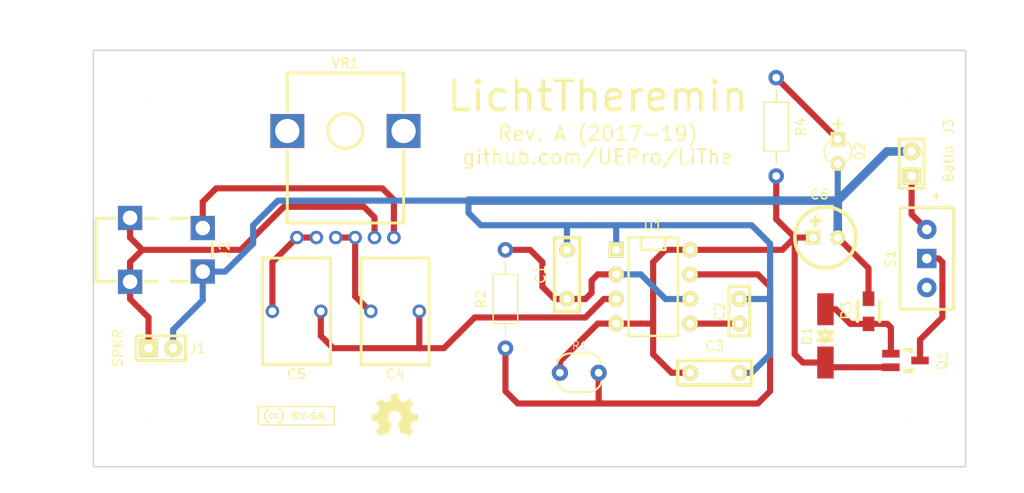
<source format=kicad_pcb>
(kicad_pcb (version 4) (host pcbnew 4.0.6)

  (general
    (links 37)
    (no_connects 0)
    (area 44.150001 76.3 153.85 128.700001)
    (thickness 1.6)
    (drawings 13)
    (tracks 123)
    (zones 0)
    (modules 25)
    (nets 16)
  )

  (page A4)
  (title_block
    (title Lichttheremin)
    (date 2017-17)
    (rev A)
    (company "by: Róbert Valdimarsson")
    (comment 1 github.com/UEPro/LiThe)
  )

  (layers
    (0 F.Cu signal)
    (31 B.Cu signal)
    (32 B.Adhes user)
    (33 F.Adhes user)
    (34 B.Paste user)
    (35 F.Paste user)
    (36 B.SilkS user)
    (37 F.SilkS user)
    (38 B.Mask user)
    (39 F.Mask user)
    (40 Dwgs.User user)
    (41 Cmts.User user)
    (42 Eco1.User user)
    (43 Eco2.User user)
    (44 Edge.Cuts user)
    (45 Margin user)
    (46 B.CrtYd user)
    (47 F.CrtYd user)
    (48 B.Fab user)
    (49 F.Fab user)
  )

  (setup
    (last_trace_width 0.25)
    (user_trace_width 0.381)
    (user_trace_width 0.635)
    (user_trace_width 0.889)
    (trace_clearance 0.2)
    (zone_clearance 0.508)
    (zone_45_only no)
    (trace_min 0.2)
    (segment_width 0.2)
    (edge_width 0.15)
    (via_size 0.6)
    (via_drill 0.4)
    (via_min_size 0.4)
    (via_min_drill 0.3)
    (uvia_size 0.3)
    (uvia_drill 0.1)
    (uvias_allowed no)
    (uvia_min_size 0)
    (uvia_min_drill 0)
    (pcb_text_width 0.3)
    (pcb_text_size 1.5 1.5)
    (mod_edge_width 0.15)
    (mod_text_size 1 1)
    (mod_text_width 0.15)
    (pad_size 1.6764 1.6764)
    (pad_drill 0.79756)
    (pad_to_mask_clearance 0.2)
    (aux_axis_origin 0 0)
    (visible_elements FFFFFF7F)
    (pcbplotparams
      (layerselection 0x010f0_80000001)
      (usegerberextensions false)
      (excludeedgelayer true)
      (linewidth 0.100000)
      (plotframeref false)
      (viasonmask false)
      (mode 1)
      (useauxorigin false)
      (hpglpennumber 1)
      (hpglpenspeed 20)
      (hpglpendiameter 15)
      (hpglpenoverlay 2)
      (psnegative false)
      (psa4output false)
      (plotreference true)
      (plotvalue true)
      (plotinvisibletext false)
      (padsonsilk false)
      (subtractmaskfromsilk false)
      (outputformat 5)
      (mirror false)
      (drillshape 0)
      (scaleselection 1)
      (outputdirectory SVG/))
  )

  (net 0 "")
  (net 1 "Net-(C1-Pad1)")
  (net 2 GND)
  (net 3 "Net-(C2-Pad1)")
  (net 4 +9V)
  (net 5 "Net-(C4-Pad1)")
  (net 6 "Net-(C4-Pad2)")
  (net 7 "Net-(C5-Pad2)")
  (net 8 "Net-(D1-Pad1)")
  (net 9 "Net-(D2-Pad1)")
  (net 10 "Net-(J1-Pad1)")
  (net 11 "Net-(J2-Pad2)")
  (net 12 "Net-(J3-Pad1)")
  (net 13 "Net-(Q1-Pad3)")
  (net 14 "Net-(R1-Pad2)")
  (net 15 "Net-(S1-Pad1)")

  (net_class Default "Dies ist die voreingestellte Netzklasse."
    (clearance 0.2)
    (trace_width 0.25)
    (via_dia 0.6)
    (via_drill 0.4)
    (uvia_dia 0.3)
    (uvia_drill 0.1)
    (add_net +9V)
    (add_net GND)
    (add_net "Net-(C1-Pad1)")
    (add_net "Net-(C2-Pad1)")
    (add_net "Net-(C4-Pad1)")
    (add_net "Net-(C4-Pad2)")
    (add_net "Net-(C5-Pad2)")
    (add_net "Net-(D1-Pad1)")
    (add_net "Net-(D2-Pad1)")
    (add_net "Net-(J1-Pad1)")
    (add_net "Net-(J2-Pad2)")
    (add_net "Net-(J3-Pad1)")
    (add_net "Net-(Q1-Pad3)")
    (add_net "Net-(R1-Pad2)")
    (add_net "Net-(S1-Pad1)")
  )

  (module RV_Mechanical:MountingHole-3,5mm (layer F.Cu) (tedit 55DCDB11) (tstamp 5932D3C3)
    (at 136.5 86)
    (fp_text reference Des* (at 0 0) (layer F.SilkS) hide
      (effects (font (thickness 0.3)))
    )
    (fp_text value Val* (at 0 0) (layer F.SilkS) hide
      (effects (font (thickness 0.3)))
    )
    (pad "" np_thru_hole circle (at 0 0) (size 3.5 3.5) (drill 3.5) (layers *.Cu *.Mask F.SilkS))
  )

  (module RV_Mechanical:MountingHole-3,5mm (layer F.Cu) (tedit 55DCDB11) (tstamp 5932D3BF)
    (at 61.5 119)
    (fp_text reference Des* (at 0 0) (layer F.SilkS) hide
      (effects (font (thickness 0.3)))
    )
    (fp_text value Val* (at 0 0) (layer F.SilkS) hide
      (effects (font (thickness 0.3)))
    )
    (pad "" np_thru_hole circle (at 0 0) (size 3.5 3.5) (drill 3.5) (layers *.Cu *.Mask F.SilkS))
  )

  (module RV_Mechanical:MountingHole-3,5mm (layer F.Cu) (tedit 55DCDB11) (tstamp 5932D3BB)
    (at 136.5 119)
    (fp_text reference Des* (at 0 0) (layer F.SilkS) hide
      (effects (font (thickness 0.3)))
    )
    (fp_text value Val* (at 0 0) (layer F.SilkS) hide
      (effects (font (thickness 0.3)))
    )
    (pad "" np_thru_hole circle (at 0 0) (size 3.5 3.5) (drill 3.5) (layers *.Cu *.Mask F.SilkS))
  )

  (module RV_Capacitors:C_rect-radial-bipolar-200mil-2,5x7mm (layer F.Cu) (tedit 55DB4DC7) (tstamp 5932D2BC)
    (at 102.87 104.14 90)
    (path /5932CED7)
    (fp_text reference C1 (at 0 -2.75 90) (layer F.SilkS)
      (effects (font (size 1 1) (thickness 0.15)))
    )
    (fp_text value 100n (at 0 3 90) (layer F.SilkS) hide
      (effects (font (size 1 1) (thickness 0.15)))
    )
    (fp_line (start 3.81 1.27) (end 3.81 -1.27) (layer F.SilkS) (width 0.381))
    (fp_line (start 3.81 -1.27) (end -3.81 -1.27) (layer F.SilkS) (width 0.381))
    (fp_line (start -3.81 -1.27) (end -3.81 1.27) (layer F.SilkS) (width 0.381))
    (fp_line (start -3.81 1.27) (end 3.81 1.27) (layer F.SilkS) (width 0.381))
    (pad 1 thru_hole circle (at -2.54 0 90) (size 1.6 1.6) (drill 0.8) (layers *.Cu *.Mask F.SilkS)
      (net 1 "Net-(C1-Pad1)"))
    (pad 2 thru_hole circle (at 2.54 0 90) (size 1.6 1.6) (drill 0.8) (layers *.Cu *.Mask F.SilkS)
      (net 2 GND))
  )

  (module RV_Capacitors:C_rect-radial-bipolar-100mil-2x5mm (layer F.Cu) (tedit 55DB4632) (tstamp 5932D2C2)
    (at 120.65 107.95 90)
    (path /5932CECD)
    (fp_text reference C2 (at 0 -2 90) (layer F.SilkS)
      (effects (font (size 1 1) (thickness 0.15)))
    )
    (fp_text value 10n (at 0 2.25 90) (layer F.SilkS) hide
      (effects (font (size 1 1) (thickness 0.15)))
    )
    (fp_line (start -2.4892 -1.07) (end 2.54 -1.07) (layer F.SilkS) (width 0.3048))
    (fp_line (start 2.54 -1.07) (end 2.54 1) (layer F.SilkS) (width 0.3048))
    (fp_line (start 2.54 1.07) (end -2.54 1.07) (layer F.SilkS) (width 0.3048))
    (fp_line (start -2.54 1) (end -2.54 -1.07) (layer F.SilkS) (width 0.3048))
    (pad 1 thru_hole circle (at -1.27 0 90) (size 1.6 1.6) (drill 0.8) (layers *.Cu *.Mask F.SilkS)
      (net 3 "Net-(C2-Pad1)"))
    (pad 2 thru_hole circle (at 1.27 0 90) (size 1.6 1.6) (drill 0.8) (layers *.Cu *.Mask F.SilkS)
      (net 2 GND))
    (model discret/capa_1_pas.wrl
      (at (xyz 0 0 0))
      (scale (xyz 1 1 1))
      (rotate (xyz 0 0 0))
    )
  )

  (module RV_Capacitors:C_rect-radial-bipolar-200mil-2,5x7mm (layer F.Cu) (tedit 55DB4DC7) (tstamp 5932D2C8)
    (at 118.11 114.3)
    (path /5932CED3)
    (fp_text reference C3 (at 0 -2.75) (layer F.SilkS)
      (effects (font (size 1 1) (thickness 0.15)))
    )
    (fp_text value 100n (at 0 3) (layer F.SilkS) hide
      (effects (font (size 1 1) (thickness 0.15)))
    )
    (fp_line (start 3.81 1.27) (end 3.81 -1.27) (layer F.SilkS) (width 0.381))
    (fp_line (start 3.81 -1.27) (end -3.81 -1.27) (layer F.SilkS) (width 0.381))
    (fp_line (start -3.81 -1.27) (end -3.81 1.27) (layer F.SilkS) (width 0.381))
    (fp_line (start -3.81 1.27) (end 3.81 1.27) (layer F.SilkS) (width 0.381))
    (pad 1 thru_hole circle (at -2.54 0) (size 1.6 1.6) (drill 0.8) (layers *.Cu *.Mask F.SilkS)
      (net 4 +9V))
    (pad 2 thru_hole circle (at 2.54 0) (size 1.6 1.6) (drill 0.8) (layers *.Cu *.Mask F.SilkS)
      (net 2 GND))
  )

  (module RVp_capacitors:C-Rect_L7_W11_P5 (layer F.Cu) (tedit 5905FCFA) (tstamp 5932D2CE)
    (at 87.63 107.95 180)
    (path /5932CEDB)
    (fp_text reference C4 (at 2.5 -6.5 180) (layer F.SilkS)
      (effects (font (size 1 1) (thickness 0.15)))
    )
    (fp_text value 2µ2 (at 2.5 -6.5 180) (layer F.Fab) hide
      (effects (font (size 1 1) (thickness 0.15)))
    )
    (fp_line (start -1 5.5) (end -1 -5.5) (layer F.SilkS) (width 0.3))
    (fp_line (start 6 -5.5) (end 6 5.5) (layer F.SilkS) (width 0.3))
    (fp_line (start -1 5.5) (end 6 5.5) (layer F.SilkS) (width 0.3))
    (fp_line (start -1 -5.5) (end 6 -5.5) (layer F.SilkS) (width 0.3))
    (pad 1 thru_hole circle (at 0 0 180) (size 1.4 1.4) (drill 0.8) (layers *.Cu *.Mask)
      (net 5 "Net-(C4-Pad1)"))
    (pad 2 thru_hole circle (at 5 0 180) (size 1.4 1.4) (drill 0.8) (layers *.Cu *.Mask)
      (net 6 "Net-(C4-Pad2)"))
    (model Capacitors_ThroughHole.3dshapes/C_Rect_L7_W6_P5.wrl
      (at (xyz 0.098425 0 0))
      (scale (xyz 1 1 1))
      (rotate (xyz 0 0 0))
    )
  )

  (module RVp_capacitors:C-Rect_L7_W11_P5 (layer F.Cu) (tedit 5905FCFA) (tstamp 5932D2D4)
    (at 77.47 107.95 180)
    (path /5932CEDC)
    (fp_text reference C5 (at 2.5 -6.5 180) (layer F.SilkS)
      (effects (font (size 1 1) (thickness 0.15)))
    )
    (fp_text value 2µ2 (at 2.5 -6.5 180) (layer F.Fab) hide
      (effects (font (size 1 1) (thickness 0.15)))
    )
    (fp_line (start -1 5.5) (end -1 -5.5) (layer F.SilkS) (width 0.3))
    (fp_line (start 6 -5.5) (end 6 5.5) (layer F.SilkS) (width 0.3))
    (fp_line (start -1 5.5) (end 6 5.5) (layer F.SilkS) (width 0.3))
    (fp_line (start -1 -5.5) (end 6 -5.5) (layer F.SilkS) (width 0.3))
    (pad 1 thru_hole circle (at 0 0 180) (size 1.4 1.4) (drill 0.8) (layers *.Cu *.Mask)
      (net 5 "Net-(C4-Pad1)"))
    (pad 2 thru_hole circle (at 5 0 180) (size 1.4 1.4) (drill 0.8) (layers *.Cu *.Mask)
      (net 7 "Net-(C5-Pad2)"))
    (model Capacitors_ThroughHole.3dshapes/C_Rect_L7_W6_P5.wrl
      (at (xyz 0.098425 0 0))
      (scale (xyz 1 1 1))
      (rotate (xyz 0 0 0))
    )
  )

  (module RV_Capacitors:C_round-radial-polar-2,5mm-6,3mm (layer F.Cu) (tedit 5932D5FA) (tstamp 5932D2DA)
    (at 129.54 100.33)
    (path /5932CEC6)
    (fp_text reference C6 (at -0.635 -4.445) (layer F.SilkS)
      (effects (font (size 1 1) (thickness 0.15)))
    )
    (fp_text value 220µ/16V (at 0 5.08) (layer F.SilkS) hide
      (effects (font (size 1 1) (thickness 0.15)))
    )
    (fp_line (start -1.00076 -1.69926) (end -0.50038 -1.69926) (layer F.SilkS) (width 0.381))
    (fp_line (start -1.00076 -1.69926) (end -1.00076 -2.19964) (layer F.SilkS) (width 0.381))
    (fp_line (start -1.50114 -1.69926) (end -1.00076 -1.69926) (layer F.SilkS) (width 0.381))
    (fp_line (start -1.00076 -1.69926) (end -1.00076 -1.30048) (layer F.SilkS) (width 0.381))
    (fp_line (start -1.00076 -1.30048) (end -1.00076 -1.19888) (layer F.SilkS) (width 0.381))
    (fp_circle (center 0 0) (end 3.1496 0) (layer F.SilkS) (width 0.381))
    (pad 2 thru_hole circle (at 1.27 0) (size 1.5 1.5) (drill 0.8) (layers *.Cu *.Mask F.SilkS)
      (net 2 GND))
    (pad 1 thru_hole rect (at -1.27 0) (size 1.5 1.5) (drill 0.8) (layers *.Cu *.Mask F.SilkS)
      (net 4 +9V))
  )

  (module RV_SMD_Discrete:Diode_MiniMELF-Handsoldering (layer F.Cu) (tedit 5932D601) (tstamp 5932D2E0)
    (at 129.54 110.49 270)
    (path /5932CEC0)
    (attr smd)
    (fp_text reference D1 (at 0 1.905 270) (layer F.SilkS)
      (effects (font (size 1 1) (thickness 0.15)))
    )
    (fp_text value 4V7 (at 0 2.75 270) (layer F.SilkS) hide
      (effects (font (size 1 1) (thickness 0.15)))
    )
    (fp_line (start 0.44958 0) (end 0.59944 0) (layer F.SilkS) (width 0.381))
    (fp_line (start -0.39878 0) (end -0.59944 0) (layer F.SilkS) (width 0.381))
    (fp_line (start 0.44958 0) (end 0.44958 0.7493) (layer F.SilkS) (width 0.381))
    (fp_line (start 0.44958 0) (end 0.44958 -0.70104) (layer F.SilkS) (width 0.381))
    (fp_line (start 0.44958 0) (end -0.39878 -0.70104) (layer F.SilkS) (width 0.381))
    (fp_line (start -0.39878 -0.70104) (end -0.39878 0.70104) (layer F.SilkS) (width 0.381))
    (fp_line (start -0.39878 0.70104) (end 0.44958 0) (layer F.SilkS) (width 0.381))
    (pad 1 smd rect (at -2.75082 0 270) (size 3.29946 1.69926) (layers F.Cu F.Paste F.Mask)
      (net 8 "Net-(D1-Pad1)"))
    (pad 2 smd rect (at 2.75082 0 270) (size 3.29946 1.69926) (layers F.Cu F.Paste F.Mask)
      (net 4 +9V))
    (model MiniMELF_DO213AA_Faktor03937_RevA_06Sep2012.wrl
      (at (xyz 0 0 0))
      (scale (xyz 0.3937 0.3937 0.3937))
      (rotate (xyz 0 0 0))
    )
  )

  (module RV_Discrete:LED_2pin-3mm (layer F.Cu) (tedit 56DB7E36) (tstamp 5932D2E6)
    (at 130.81 91.44 270)
    (path /5932CEC1)
    (fp_text reference D2 (at 0 -2.286 270) (layer F.SilkS)
      (effects (font (size 1 1) (thickness 0.15)))
    )
    (fp_text value 3mm/cyan (at 0 2.286 270) (layer F.SilkS) hide
      (effects (font (size 1 1) (thickness 0.15)))
    )
    (fp_arc (start 0 0) (end 1 1) (angle 90) (layer F.SilkS) (width 0.15))
    (fp_arc (start 0 0) (end -1 -1) (angle 90) (layer F.SilkS) (width 0.15))
    (fp_line (start -3.3236 -0.0254) (end -2.3584 -0.0254) (layer F.SilkS) (width 0.254))
    (fp_line (start -2.8156 -0.508) (end -2.8156 0.4572) (layer F.SilkS) (width 0.254))
    (pad 2 thru_hole circle (at 1.27 0 270) (size 1.5 1.5) (drill 0.8) (layers *.Cu *.Mask F.SilkS)
      (net 2 GND))
    (pad 1 thru_hole rect (at -1.27 0 270) (size 1.5 1.5) (drill 0.8) (layers *.Cu *.Mask F.SilkS)
      (net 9 "Net-(D2-Pad1)"))
  )

  (module RV_Connectors:PinArray-100mil-1x2 (layer F.Cu) (tedit 59345F37) (tstamp 5932D2EC)
    (at 60.96 111.76)
    (path /5932CEDF)
    (fp_text reference J1 (at 3.81 0) (layer F.SilkS)
      (effects (font (size 1 1) (thickness 0.15)))
    )
    (fp_text value Speaker (at 0 -2.54) (layer F.SilkS) hide
      (effects (font (size 1 1) (thickness 0.15)))
    )
    (fp_line (start -2.54 1.27) (end -2.54 -1.27) (layer F.SilkS) (width 0.3048))
    (fp_line (start -2.54 -1.27) (end 2.54 -1.27) (layer F.SilkS) (width 0.3048))
    (fp_line (start 2.54 -1.27) (end 2.54 1.27) (layer F.SilkS) (width 0.3048))
    (fp_line (start 2.54 1.27) (end -2.54 1.27) (layer F.SilkS) (width 0.3048))
    (pad 1 thru_hole rect (at -1.27 0) (size 1.8 1.8) (drill 0.9) (layers *.Cu *.Mask F.SilkS)
      (net 10 "Net-(J1-Pad1)"))
    (pad 2 thru_hole circle (at 1.27 0) (size 1.8 1.8) (drill 0.9) (layers *.Cu *.Mask F.SilkS)
      (net 2 GND))
  )

  (module RVp_connectors:Lumberg-1503-07-Klinke-3,5mm (layer F.Cu) (tedit 59060952) (tstamp 5932D2F6)
    (at 57.785 101.6 90)
    (path /5932CEDD)
    (fp_text reference J2 (at 0 9.75 90) (layer F.SilkS)
      (effects (font (size 1 1) (thickness 0.15)))
    )
    (fp_text value Klinke-stereo (at 0.25 9.75 90) (layer F.SilkS) hide
      (effects (font (size 1 1) (thickness 0.15)))
    )
    (fp_line (start -0.75 8.5) (end 0.75 8.5) (layer F.SilkS) (width 0.3))
    (fp_line (start -3.25 4.25) (end -3.25 6) (layer F.SilkS) (width 0.3))
    (fp_line (start -3.25 1.5) (end -3.25 2.75) (layer F.SilkS) (width 0.3))
    (fp_line (start 3.25 4.25) (end 3.25 6) (layer F.SilkS) (width 0.3))
    (fp_line (start 3.25 1.5) (end 3.25 2.75) (layer F.SilkS) (width 0.3))
    (fp_line (start -3.25 -1.5) (end -3.25 -3.5) (layer F.SilkS) (width 0.3))
    (fp_line (start -3.25 -3.5) (end 3.25 -3.5) (layer F.SilkS) (width 0.3))
    (fp_line (start 3.25 -3.5) (end 3.25 -1.5) (layer F.SilkS) (width 0.3))
    (pad 2 thru_hole rect (at 2.25 7.5 90) (size 2.5 2.5) (drill 1.5) (layers *.Cu *.Mask)
      (net 11 "Net-(J2-Pad2)"))
    (pad 1 thru_hole rect (at -2.25 7.5 90) (size 2.5 2.5) (drill 1.5) (layers *.Cu *.Mask)
      (net 2 GND))
    (pad "" np_thru_hole circle (at 2.5 3.5 90) (size 1.25 1.25) (drill 1.25) (layers *.Cu *.Mask))
    (pad "" np_thru_hole circle (at -2.5 3.5 90) (size 1.25 1.25) (drill 1.25) (layers *.Cu *.Mask))
    (pad 3 thru_hole rect (at -3.3 0 90) (size 2.5 2.5) (drill 1.5) (layers *.Cu *.Mask)
      (net 10 "Net-(J1-Pad1)"))
    (pad 3 thru_hole rect (at 3.3 0 90) (size 2.5 2.5) (drill 1.5) (layers *.Cu *.Mask)
      (net 10 "Net-(J1-Pad1)"))
  )

  (module RV_Connectors:PinArray-100mil-1x2 (layer F.Cu) (tedit 59345F10) (tstamp 5932D2FC)
    (at 138.43 92.71 90)
    (path /5932CEC5)
    (fp_text reference J3 (at 3.81 3.81 90) (layer F.SilkS)
      (effects (font (size 1 1) (thickness 0.15)))
    )
    (fp_text value BatIn (at 0 -2.54 90) (layer F.SilkS) hide
      (effects (font (size 1 1) (thickness 0.15)))
    )
    (fp_line (start -2.54 1.27) (end -2.54 -1.27) (layer F.SilkS) (width 0.3048))
    (fp_line (start -2.54 -1.27) (end 2.54 -1.27) (layer F.SilkS) (width 0.3048))
    (fp_line (start 2.54 -1.27) (end 2.54 1.27) (layer F.SilkS) (width 0.3048))
    (fp_line (start 2.54 1.27) (end -2.54 1.27) (layer F.SilkS) (width 0.3048))
    (pad 1 thru_hole rect (at -1.27 0 90) (size 1.8 1.8) (drill 0.9) (layers *.Cu *.Mask F.SilkS)
      (net 12 "Net-(J3-Pad1)"))
    (pad 2 thru_hole circle (at 1.27 0 90) (size 1.8 1.8) (drill 0.9) (layers *.Cu *.Mask F.SilkS)
      (net 2 GND))
  )

  (module RV_SOT:SOT23-Handsoldering (layer F.Cu) (tedit 55DCA2CC) (tstamp 5932D303)
    (at 137.795 113.03 270)
    (path /5932CEC2)
    (fp_text reference Q1 (at 0 -3.81 270) (layer F.SilkS)
      (effects (font (size 1 1) (thickness 0.15)))
    )
    (fp_text value FDN304 (at 0 4 270) (layer F.SilkS) hide
      (effects (font (size 1 1) (thickness 0.15)))
    )
    (fp_line (start -1.09982 0.0508) (end -1.09982 -0.65024) (layer F.SilkS) (width 0.381))
    (fp_line (start -1.09982 -0.65024) (end -0.8509 -0.65024) (layer F.SilkS) (width 0.381))
    (fp_line (start 0.89916 -0.65024) (end 1.09982 -0.65024) (layer F.SilkS) (width 0.381))
    (fp_line (start 1.09982 -0.65024) (end 1.09982 0.0508) (layer F.SilkS) (width 0.381))
    (pad 1 smd rect (at -0.70104 1.50114 270) (size 0.8001 1.80086) (layers F.Cu F.Paste F.Mask)
      (net 8 "Net-(D1-Pad1)"))
    (pad 2 smd rect (at 0.70104 1.50114 270) (size 0.8001 1.80086) (layers F.Cu F.Paste F.Mask)
      (net 4 +9V))
    (pad 3 smd rect (at 0 -1.50114 270) (size 0.8001 1.80086) (layers F.Cu F.Paste F.Mask)
      (net 13 "Net-(Q1-Pad3)"))
  )

  (module SparkFun:SparkFun-PHOTOCELL (layer F.Cu) (tedit 59356BC1) (tstamp 5932D309)
    (at 104.14 114.3)
    (path /5932D4F0)
    (attr virtual)
    (fp_text reference R1 (at 0.03048 -2.80416) (layer F.SilkS)
      (effects (font (size 0.8128 0.8128) (thickness 0.0889)))
    )
    (fp_text value LDR (at 0.43688 2.59334) (layer B.SilkS) hide
      (effects (font (size 0.8128 0.8128) (thickness 0.0889)) (justify mirror))
    )
    (fp_line (start -0.99822 -1.99898) (end 0.99822 -1.99898) (layer F.SilkS) (width 0.2032))
    (fp_line (start 0.99822 1.99898) (end -0.99822 1.99898) (layer F.SilkS) (width 0.2032))
    (fp_arc (start -0.89916 -0.56388) (end -2.2987 -0.89916) (angle 72.5) (layer F.SilkS) (width 0.2032))
    (fp_arc (start 0.89916 0.56388) (end 2.2987 0.89916) (angle 72.5) (layer F.SilkS) (width 0.2032))
    (fp_arc (start 0.89916 -0.56388) (end 0.99822 -1.99898) (angle 72.5) (layer F.SilkS) (width 0.2032))
    (fp_arc (start -0.89916 0.56388) (end -0.99822 1.99898) (angle 72.5) (layer F.SilkS) (width 0.2032))
    (pad 1 thru_hole circle (at -1.99898 0) (size 1.6764 1.6764) (drill 0.79756) (layers *.Cu *.Mask)
      (net 4 +9V))
    (pad 2 thru_hole circle (at 1.99898 0) (size 1.6764 1.6764) (drill 0.79756) (layers *.Cu *.Mask)
      (net 14 "Net-(R1-Pad2)"))
  )

  (module RV_Resistors:R_axial_400mil (layer F.Cu) (tedit 59345F43) (tstamp 5932D30F)
    (at 96.52 106.68 90)
    (path /5932D2F4)
    (fp_text reference R2 (at 0 -2.54 90) (layer F.SilkS)
      (effects (font (size 1 1) (thickness 0.15)))
    )
    (fp_text value 100 (at 0 3.81 90) (layer F.SilkS) hide
      (effects (font (size 1 1) (thickness 0.15)))
    )
    (fp_line (start -2.54 0) (end -3.81 0) (layer F.SilkS) (width 0.15))
    (fp_line (start 3.81 0) (end 2.54 0) (layer F.SilkS) (width 0.15))
    (fp_line (start -2.54 1.27) (end 2.54 1.27) (layer F.SilkS) (width 0.15))
    (fp_line (start 2.54 1.27) (end 2.54 -1.27) (layer F.SilkS) (width 0.15))
    (fp_line (start 2.54 -1.27) (end -2.54 -1.27) (layer F.SilkS) (width 0.15))
    (fp_line (start -2.54 1.27) (end -2.54 -1.27) (layer F.SilkS) (width 0.15))
    (pad 1 thru_hole circle (at -5.08 0 90) (size 1.6 1.6) (drill 0.8) (layers *.Cu *.Mask)
      (net 14 "Net-(R1-Pad2)"))
    (pad 2 thru_hole circle (at 5.08 0 90) (size 1.6 1.6) (drill 0.8) (layers *.Cu *.Mask)
      (net 1 "Net-(C1-Pad1)"))
  )

  (module RV_SMD_Discrete:SMD0805-HandSoldering (layer F.Cu) (tedit 4C1FAC9D) (tstamp 5932D315)
    (at 133.985 107.95 90)
    (path /5932CEC4)
    (fp_text reference R3 (at 0.09906 -2.30124 90) (layer F.SilkS)
      (effects (font (size 1 1) (thickness 0.15)))
    )
    (fp_text value 10k (at 0.20066 2.60096 90) (layer F.SilkS) hide
      (effects (font (size 1 1) (thickness 0.15)))
    )
    (fp_line (start 0 -1.143) (end -1.016 -1.143) (layer F.SilkS) (width 0.381))
    (fp_line (start 0 -1.143) (end 1.016 -1.143) (layer F.SilkS) (width 0.381))
    (fp_line (start 0 1.143) (end -1.016 1.143) (layer F.SilkS) (width 0.381))
    (fp_line (start 0 1.143) (end 1.016 1.143) (layer F.SilkS) (width 0.381))
    (pad 1 smd rect (at -1.30048 0 90) (size 1.50114 1.19888) (layers F.Cu F.Paste F.Mask)
      (net 8 "Net-(D1-Pad1)"))
    (pad 2 smd rect (at 1.30048 0 90) (size 1.50114 1.19888) (layers F.Cu F.Paste F.Mask)
      (net 2 GND))
  )

  (module RV_Resistors:R_axial_400mil (layer F.Cu) (tedit 5932D5F7) (tstamp 5932D31B)
    (at 124.46 88.9 90)
    (path /5932CEC7)
    (fp_text reference R4 (at 0 2.54 90) (layer F.SilkS)
      (effects (font (size 1 1) (thickness 0.15)))
    )
    (fp_text value 10k (at 0 3.81 90) (layer F.SilkS) hide
      (effects (font (size 1 1) (thickness 0.15)))
    )
    (fp_line (start -2.54 0) (end -3.81 0) (layer F.SilkS) (width 0.15))
    (fp_line (start 3.81 0) (end 2.54 0) (layer F.SilkS) (width 0.15))
    (fp_line (start -2.54 1.27) (end 2.54 1.27) (layer F.SilkS) (width 0.15))
    (fp_line (start 2.54 1.27) (end 2.54 -1.27) (layer F.SilkS) (width 0.15))
    (fp_line (start 2.54 -1.27) (end -2.54 -1.27) (layer F.SilkS) (width 0.15))
    (fp_line (start -2.54 1.27) (end -2.54 -1.27) (layer F.SilkS) (width 0.15))
    (pad 1 thru_hole circle (at -5.08 0 90) (size 1.6 1.6) (drill 0.8) (layers *.Cu *.Mask)
      (net 4 +9V))
    (pad 2 thru_hole circle (at 5.08 0 90) (size 1.6 1.6) (drill 0.8) (layers *.Cu *.Mask)
      (net 9 "Net-(D2-Pad1)"))
  )

  (module RV_switches:S-Schiebeschalter_China_SPDT (layer F.Cu) (tedit 5932D3F5) (tstamp 5932D322)
    (at 140 102.5 90)
    (path /5932CEC3)
    (fp_text reference S1 (at 0 -3.75 90) (layer F.SilkS)
      (effects (font (size 1 1) (thickness 0.15)))
    )
    (fp_text value S_1P2T (at 0 -3.75 90) (layer F.SilkS) hide
      (effects (font (size 1 1) (thickness 0.15)))
    )
    (fp_line (start -5.25 -2.75) (end -5.25 2.75) (layer F.SilkS) (width 0.3))
    (fp_line (start 5.25 -2.75) (end 5.25 2.75) (layer F.SilkS) (width 0.3))
    (fp_line (start 5.25 2.75) (end -5.25 2.75) (layer F.SilkS) (width 0.3))
    (fp_line (start -5.25 -2.75) (end 5.25 -2.75) (layer F.SilkS) (width 0.3))
    (pad 2 thru_hole rect (at 0 0 90) (size 2 2) (drill 1) (layers *.Cu *.Mask)
      (net 13 "Net-(Q1-Pad3)"))
    (pad 1 thru_hole circle (at -3 0 90) (size 2 2) (drill 1) (layers *.Cu *.Mask)
      (net 15 "Net-(S1-Pad1)"))
    (pad 3 thru_hole circle (at 3 0 90) (size 2 2) (drill 1) (layers *.Cu *.Mask)
      (net 12 "Net-(J3-Pad1)"))
  )

  (module RV_DIP:DIP-8_300 (layer F.Cu) (tedit 43A7F843) (tstamp 5932D32E)
    (at 111.76 105.41 270)
    (descr "8 pins DIL package, round pads")
    (tags DIL)
    (path /5932CECB)
    (fp_text reference U1 (at -6.35 0 360) (layer F.SilkS)
      (effects (font (size 1 1) (thickness 0.15)))
    )
    (fp_text value NE555 (at 0 0 270) (layer F.SilkS) hide
      (effects (font (size 1 1) (thickness 0.15)))
    )
    (fp_line (start -5.08 -1.27) (end -3.81 -1.27) (layer F.SilkS) (width 0.254))
    (fp_line (start -3.81 -1.27) (end -3.81 1.27) (layer F.SilkS) (width 0.254))
    (fp_line (start -3.81 1.27) (end -5.08 1.27) (layer F.SilkS) (width 0.254))
    (fp_line (start -5.08 -2.54) (end 5.08 -2.54) (layer F.SilkS) (width 0.254))
    (fp_line (start 5.08 -2.54) (end 5.08 2.54) (layer F.SilkS) (width 0.254))
    (fp_line (start 5.08 2.54) (end -5.08 2.54) (layer F.SilkS) (width 0.254))
    (fp_line (start -5.08 2.54) (end -5.08 -2.54) (layer F.SilkS) (width 0.254))
    (pad 1 thru_hole rect (at -3.81 3.81 270) (size 1.6 1.6) (drill 0.8) (layers *.Cu *.Mask F.SilkS)
      (net 2 GND))
    (pad 2 thru_hole circle (at -1.27 3.81 270) (size 1.6 1.6) (drill 0.8) (layers *.Cu *.Mask F.SilkS)
      (net 1 "Net-(C1-Pad1)"))
    (pad 3 thru_hole circle (at 1.27 3.81 270) (size 1.6 1.6) (drill 0.8) (layers *.Cu *.Mask F.SilkS)
      (net 5 "Net-(C4-Pad1)"))
    (pad 4 thru_hole circle (at 3.81 3.81 270) (size 1.6 1.6) (drill 0.8) (layers *.Cu *.Mask F.SilkS)
      (net 4 +9V))
    (pad 5 thru_hole circle (at 3.81 -3.81 270) (size 1.6 1.6) (drill 0.8) (layers *.Cu *.Mask F.SilkS)
      (net 3 "Net-(C2-Pad1)"))
    (pad 6 thru_hole circle (at 1.27 -3.81 270) (size 1.6 1.6) (drill 0.8) (layers *.Cu *.Mask F.SilkS)
      (net 1 "Net-(C1-Pad1)"))
    (pad 7 thru_hole circle (at -1.27 -3.81 270) (size 1.6 1.6) (drill 0.8) (layers *.Cu *.Mask F.SilkS)
      (net 14 "Net-(R1-Pad2)"))
    (pad 8 thru_hole circle (at -3.81 -3.81 270) (size 1.6 1.6) (drill 0.8) (layers *.Cu *.Mask F.SilkS)
      (net 4 +9V))
    (model dil/dil_8.wrl
      (at (xyz 0 0 0))
      (scale (xyz 1 1 1))
      (rotate (xyz 0 0 0))
    )
  )

  (module RV_potentiometer:VR-Alps_R12L_vert (layer F.Cu) (tedit 5905F87A) (tstamp 5932D33A)
    (at 80.01 100.33)
    (path /5932CED9)
    (fp_text reference VR1 (at 0 -18) (layer F.SilkS)
      (effects (font (size 1 1) (thickness 0.15)))
    )
    (fp_text value "10k log" (at 0 -18) (layer F.Fab) hide
      (effects (font (size 1 1) (thickness 0.15)))
    )
    (fp_line (start -6 -9) (end -6 -1.5) (layer F.SilkS) (width 0.3))
    (fp_line (start -6 -17) (end -6 -13) (layer F.SilkS) (width 0.3))
    (fp_line (start 6 -9) (end 6 -1.5) (layer F.SilkS) (width 0.3))
    (fp_line (start -6 -17) (end 6 -17) (layer F.SilkS) (width 0.3))
    (fp_line (start 6 -17) (end 6 -13) (layer F.SilkS) (width 0.3))
    (fp_circle (center 0 -11) (end 1 -9.5) (layer F.SilkS) (width 0.3))
    (fp_line (start 0 -1.5) (end -6 -1.5) (layer F.SilkS) (width 0.3))
    (fp_line (start 0 -1.5) (end 6 -1.5) (layer F.SilkS) (width 0.3))
    (pad M thru_hole rect (at -6 -11) (size 3.5 3.5) (drill 2.5) (layers *.Cu *.Mask))
    (pad 2 thru_hole circle (at 1 0) (size 1.4 1.4) (drill 0.8) (layers *.Cu *.Mask)
      (net 6 "Net-(C4-Pad2)"))
    (pad 1 thru_hole circle (at -1 0) (size 1.4 1.4) (drill 0.8) (layers *.Cu *.Mask)
      (net 6 "Net-(C4-Pad2)"))
    (pad 3 thru_hole circle (at 3 0) (size 1.4 1.4) (drill 0.8) (layers *.Cu *.Mask)
      (net 10 "Net-(J1-Pad1)"))
    (pad 4 thru_hole circle (at -3 0) (size 1.4 1.4) (drill 0.8) (layers *.Cu *.Mask)
      (net 7 "Net-(C5-Pad2)"))
    (pad 5 thru_hole circle (at -5 0) (size 1.4 1.4) (drill 0.8) (layers *.Cu *.Mask)
      (net 7 "Net-(C5-Pad2)"))
    (pad 6 thru_hole circle (at 5 0) (size 1.4 1.4) (drill 0.8) (layers *.Cu *.Mask)
      (net 11 "Net-(J2-Pad2)"))
    (pad M thru_hole rect (at 6 -11) (size 3.5 3.5) (drill 2.5) (layers *.Cu *.Mask))
  )

  (module RV_Mechanical:MountingHole-3,5mm (layer F.Cu) (tedit 55DCDB11) (tstamp 5932D3B9)
    (at 61.5 86)
    (fp_text reference Des* (at 0 0) (layer F.SilkS) hide
      (effects (font (thickness 0.3)))
    )
    (fp_text value Val* (at 0 0) (layer F.SilkS) hide
      (effects (font (thickness 0.3)))
    )
    (pad "" np_thru_hole circle (at 0 0) (size 3.5 3.5) (drill 3.5) (layers *.Cu *.Mask F.SilkS))
  )

  (module oshw_05mm_Fsi:oshw5mm (layer F.Cu) (tedit 0) (tstamp 59345ED6)
    (at 85.09 118.745)
    (fp_text reference VAL (at 0 0) (layer F.SilkS) hide
      (effects (font (size 0.381 0.381) (thickness 0.127)))
    )
    (fp_text value REF (at 0 0) (layer F.SilkS) hide
      (effects (font (size 0.381 0.381) (thickness 0.127)))
    )
    (fp_poly (pts (xy 2.43078 0.30226) (xy 2.43078 0.35306) (xy 2.43078 0.3937) (xy 2.43078 0.42418)
      (xy 2.43078 0.44958) (xy 2.42824 0.46736) (xy 2.42824 0.48006) (xy 2.4257 0.49022)
      (xy 2.42316 0.4953) (xy 2.42062 0.49784) (xy 2.42062 0.50038) (xy 2.41046 0.50292)
      (xy 2.39014 0.51054) (xy 2.35712 0.51562) (xy 2.31394 0.52578) (xy 2.2606 0.53594)
      (xy 2.19456 0.54864) (xy 2.1209 0.56388) (xy 2.11328 0.56388) (xy 2.04216 0.57912)
      (xy 1.98374 0.58928) (xy 1.93548 0.59944) (xy 1.89738 0.60706) (xy 1.8669 0.61214)
      (xy 1.8415 0.61976) (xy 1.82626 0.6223) (xy 1.81356 0.62738) (xy 1.80594 0.62992)
      (xy 1.8034 0.63246) (xy 1.79832 0.64008) (xy 1.7907 0.6604) (xy 1.778 0.68834)
      (xy 1.76276 0.72136) (xy 1.74752 0.762) (xy 1.72974 0.80518) (xy 1.70942 0.8509)
      (xy 1.69164 0.89916) (xy 1.67132 0.94488) (xy 1.65608 0.98806) (xy 1.64084 1.0287)
      (xy 1.6256 1.06426) (xy 1.61798 1.0922) (xy 1.61036 1.10998) (xy 1.60782 1.12014)
      (xy 1.6129 1.1303) (xy 1.62306 1.15062) (xy 1.64084 1.1811) (xy 1.66878 1.22174)
      (xy 1.7018 1.27) (xy 1.73228 1.31572) (xy 1.76276 1.3589) (xy 1.79324 1.40462)
      (xy 1.82372 1.4478) (xy 1.85166 1.48844) (xy 1.87452 1.52146) (xy 1.8923 1.5494)
      (xy 1.89992 1.55956) (xy 1.92278 1.59512) (xy 1.93802 1.62306) (xy 1.94564 1.64084)
      (xy 1.94564 1.64338) (xy 1.9431 1.64846) (xy 1.94056 1.65608) (xy 1.93294 1.66624)
      (xy 1.92278 1.67894) (xy 1.90754 1.69672) (xy 1.88468 1.71958) (xy 1.85928 1.74752)
      (xy 1.82626 1.78054) (xy 1.78308 1.82118) (xy 1.73482 1.87198) (xy 1.71958 1.88722)
      (xy 1.67386 1.9304) (xy 1.63322 1.97104) (xy 1.59512 2.00914) (xy 1.5621 2.04216)
      (xy 1.53162 2.0701) (xy 1.50876 2.09042) (xy 1.49352 2.10566) (xy 1.4859 2.11328)
      (xy 1.4859 2.11328) (xy 1.48082 2.11328) (xy 1.47574 2.11074) (xy 1.46812 2.1082)
      (xy 1.45542 2.10058) (xy 1.44018 2.09042) (xy 1.41732 2.07772) (xy 1.38938 2.0574)
      (xy 1.35382 2.032) (xy 1.3081 2.00152) (xy 1.30302 1.99898) (xy 1.23698 1.95326)
      (xy 1.1811 1.91516) (xy 1.13284 1.88214) (xy 1.09474 1.8542) (xy 1.06172 1.83388)
      (xy 1.03378 1.8161) (xy 1.01346 1.80086) (xy 0.99822 1.7907) (xy 0.98552 1.78562)
      (xy 0.9779 1.78054) (xy 0.97282 1.778) (xy 0.96774 1.778) (xy 0.9652 1.778)
      (xy 0.95758 1.78054) (xy 0.93726 1.78816) (xy 0.91186 1.80086) (xy 0.88138 1.8161)
      (xy 0.84836 1.83388) (xy 0.84328 1.83642) (xy 0.80772 1.8542) (xy 0.77724 1.86944)
      (xy 0.75184 1.88214) (xy 0.73152 1.8923) (xy 0.72136 1.89484) (xy 0.72136 1.89484)
      (xy 0.70866 1.88976) (xy 0.70612 1.88722) (xy 0.70358 1.8796) (xy 0.69342 1.86182)
      (xy 0.68326 1.83642) (xy 0.66802 1.80086) (xy 0.65278 1.76276) (xy 0.63246 1.71704)
      (xy 0.61214 1.66878) (xy 0.61214 1.6637) (xy 0.58928 1.6129) (xy 0.56642 1.55448)
      (xy 0.53848 1.4859) (xy 0.508 1.41478) (xy 0.47752 1.34112) (xy 0.44704 1.26746)
      (xy 0.41656 1.19634) (xy 0.3937 1.14046) (xy 0.36322 1.06426) (xy 0.33782 1.00076)
      (xy 0.31496 0.94488) (xy 0.29718 0.9017) (xy 0.28448 0.86614) (xy 0.27686 0.84328)
      (xy 0.27178 0.8255) (xy 0.27178 0.81788) (xy 0.2794 0.80772) (xy 0.29464 0.79248)
      (xy 0.30988 0.78232) (xy 0.35306 0.75184) (xy 0.39878 0.71882) (xy 0.43942 0.6858)
      (xy 0.47498 0.65532) (xy 0.50038 0.62992) (xy 0.55372 0.56388) (xy 0.59944 0.48768)
      (xy 0.63754 0.4064) (xy 0.6604 0.33782) (xy 0.66548 0.31242) (xy 0.67056 0.28956)
      (xy 0.6731 0.2667) (xy 0.67564 0.2413) (xy 0.67564 0.20828) (xy 0.67564 0.17526)
      (xy 0.67564 0.13462) (xy 0.67564 0.1016) (xy 0.6731 0.0762) (xy 0.67056 0.05334)
      (xy 0.66548 0.03302) (xy 0.66294 0.01524) (xy 0.63246 -0.07112) (xy 0.59436 -0.1524)
      (xy 0.54864 -0.22606) (xy 0.4953 -0.28448) (xy 0.42672 -0.35052) (xy 0.35306 -0.40386)
      (xy 0.27432 -0.4445) (xy 0.1905 -0.47498) (xy 0.10414 -0.49276) (xy 0.0127 -0.49784)
      (xy 0.00508 -0.49784) (xy -0.08636 -0.49276) (xy -0.17018 -0.47752) (xy -0.254 -0.44958)
      (xy -0.3302 -0.40894) (xy -0.40386 -0.35814) (xy -0.46482 -0.30226) (xy -0.52578 -0.23622)
      (xy -0.57404 -0.16764) (xy -0.61214 -0.09398) (xy -0.64008 -0.01524) (xy -0.65278 0.0254)
      (xy -0.66294 0.09144) (xy -0.66548 0.1651) (xy -0.66294 0.2413) (xy -0.65024 0.31496)
      (xy -0.63246 0.38608) (xy -0.62484 0.40386) (xy -0.59436 0.47498) (xy -0.55626 0.54102)
      (xy -0.51308 0.60198) (xy -0.45974 0.65786) (xy -0.39624 0.71374) (xy -0.32004 0.76708)
      (xy -0.29718 0.78232) (xy -0.27686 0.79756) (xy -0.26162 0.81026) (xy -0.25908 0.81788)
      (xy -0.25908 0.82804) (xy -0.26416 0.84328) (xy -0.27432 0.86868) (xy -0.28702 0.90424)
      (xy -0.3048 0.94742) (xy -0.32512 1.0033) (xy -0.35306 1.06934) (xy -0.381 1.14046)
      (xy -0.41148 1.20904) (xy -0.43942 1.28016) (xy -0.4699 1.35636) (xy -0.50038 1.43002)
      (xy -0.53086 1.4986) (xy -0.5588 1.56464) (xy -0.58166 1.62306) (xy -0.59944 1.6637)
      (xy -0.61976 1.7145) (xy -0.63754 1.75768) (xy -0.65532 1.79832) (xy -0.67056 1.83388)
      (xy -0.68072 1.86182) (xy -0.68834 1.8796) (xy -0.69342 1.88722) (xy -0.69342 1.88722)
      (xy -0.70358 1.89484) (xy -0.70866 1.89484) (xy -0.71628 1.8923) (xy -0.73406 1.88468)
      (xy -0.75946 1.87198) (xy -0.78994 1.85674) (xy -0.82296 1.83896) (xy -0.83058 1.83642)
      (xy -0.8636 1.81864) (xy -0.89662 1.80086) (xy -0.92202 1.78816) (xy -0.94234 1.78054)
      (xy -0.9525 1.778) (xy -0.95504 1.778) (xy -0.95758 1.778) (xy -0.96266 1.778)
      (xy -0.97028 1.78308) (xy -0.98044 1.78816) (xy -0.99314 1.79578) (xy -1.01092 1.80848)
      (xy -1.03378 1.82372) (xy -1.06426 1.84404) (xy -1.09982 1.8669) (xy -1.143 1.89738)
      (xy -1.19634 1.93294) (xy -1.2573 1.97358) (xy -1.29032 1.99898) (xy -1.33604 2.02946)
      (xy -1.37414 2.05486) (xy -1.40208 2.07518) (xy -1.42494 2.09042) (xy -1.44272 2.10058)
      (xy -1.45288 2.10566) (xy -1.4605 2.11074) (xy -1.46812 2.11328) (xy -1.47066 2.11328)
      (xy -1.4732 2.11328) (xy -1.47828 2.1082) (xy -1.49098 2.09804) (xy -1.51384 2.07772)
      (xy -1.53924 2.05232) (xy -1.57226 2.0193) (xy -1.60782 1.98374) (xy -1.64846 1.9431)
      (xy -1.69164 1.89992) (xy -1.70688 1.88722) (xy -1.75768 1.83642) (xy -1.80086 1.79324)
      (xy -1.83642 1.75768) (xy -1.86436 1.7272) (xy -1.88722 1.70434) (xy -1.905 1.68402)
      (xy -1.9177 1.66878) (xy -1.92532 1.65862) (xy -1.9304 1.651) (xy -1.93294 1.64592)
      (xy -1.93294 1.64338) (xy -1.9304 1.63576) (xy -1.92532 1.62306) (xy -1.91262 1.60528)
      (xy -1.89738 1.57988) (xy -1.87706 1.54686) (xy -1.84912 1.50368) (xy -1.8161 1.45542)
      (xy -1.77546 1.397) (xy -1.7653 1.38176) (xy -1.71958 1.31572) (xy -1.68148 1.2573)
      (xy -1.651 1.21158) (xy -1.6256 1.17602) (xy -1.61036 1.14808) (xy -1.6002 1.1303)
      (xy -1.59512 1.12014) (xy -1.59512 1.12014) (xy -1.59766 1.10998) (xy -1.60528 1.0922)
      (xy -1.61544 1.0668) (xy -1.62814 1.03124) (xy -1.64084 0.99314) (xy -1.65862 0.94996)
      (xy -1.6764 0.90424) (xy -1.69418 0.85852) (xy -1.71196 0.8128) (xy -1.72974 0.76962)
      (xy -1.74498 0.73152) (xy -1.75768 0.69596) (xy -1.77038 0.67056) (xy -1.778 0.65278)
      (xy -1.78054 0.6477) (xy -1.7907 0.63246) (xy -1.80086 0.62484) (xy -1.80848 0.6223)
      (xy -1.8288 0.61722) (xy -1.85674 0.61214) (xy -1.8923 0.60452) (xy -1.93548 0.5969)
      (xy -1.98374 0.58674) (xy -2.03454 0.57658) (xy -2.11074 0.56388) (xy -2.17424 0.55118)
      (xy -2.23012 0.54102) (xy -2.2733 0.5334) (xy -2.30886 0.52578) (xy -2.33934 0.5207)
      (xy -2.35966 0.51562) (xy -2.37744 0.51054) (xy -2.3876 0.508) (xy -2.39776 0.50546)
      (xy -2.40284 0.50292) (xy -2.40538 0.50038) (xy -2.40792 0.50038) (xy -2.41046 0.49784)
      (xy -2.413 0.49276) (xy -2.413 0.48514) (xy -2.41554 0.47498) (xy -2.41554 0.45974)
      (xy -2.41808 0.43688) (xy -2.41808 0.40894) (xy -2.41808 0.37338) (xy -2.41808 0.32766)
      (xy -2.41808 0.27178) (xy -2.41808 0.20574) (xy -2.41808 0.16764) (xy -2.41808 0.09398)
      (xy -2.41808 0.03302) (xy -2.41808 -0.01778) (xy -2.41808 -0.05842) (xy -2.41808 -0.09144)
      (xy -2.41554 -0.11684) (xy -2.41554 -0.13462) (xy -2.413 -0.14732) (xy -2.413 -0.15748)
      (xy -2.41046 -0.16002) (xy -2.41046 -0.16256) (xy -2.40284 -0.1651) (xy -2.38506 -0.16764)
      (xy -2.35712 -0.17526) (xy -2.32156 -0.18288) (xy -2.27838 -0.1905) (xy -2.23266 -0.20066)
      (xy -2.17932 -0.21082) (xy -2.12598 -0.22098) (xy -2.07264 -0.23114) (xy -2.01676 -0.2413)
      (xy -1.96596 -0.25146) (xy -1.9177 -0.25908) (xy -1.87198 -0.2667) (xy -1.83388 -0.27432)
      (xy -1.8161 -0.27686) (xy -1.79578 -0.28194) (xy -1.78054 -0.28956) (xy -1.778 -0.2921)
      (xy -1.77292 -0.30226) (xy -1.76276 -0.32004) (xy -1.75006 -0.34798) (xy -1.73482 -0.381)
      (xy -1.71704 -0.4191) (xy -1.69926 -0.46228) (xy -1.67894 -0.508) (xy -1.65862 -0.55372)
      (xy -1.64084 -0.5969) (xy -1.62306 -0.64008) (xy -1.60782 -0.67818) (xy -1.59512 -0.7112)
      (xy -1.58496 -0.7366) (xy -1.57988 -0.75438) (xy -1.57988 -0.762) (xy -1.58242 -0.76962)
      (xy -1.59258 -0.7874) (xy -1.61036 -0.8128) (xy -1.63068 -0.84328) (xy -1.65608 -0.88392)
      (xy -1.68402 -0.9271) (xy -1.71704 -0.97282) (xy -1.7526 -1.02362) (xy -1.75768 -1.03124)
      (xy -1.79832 -1.09474) (xy -1.83388 -1.14554) (xy -1.86436 -1.18872) (xy -1.88722 -1.22428)
      (xy -1.905 -1.25222) (xy -1.9177 -1.27508) (xy -1.92786 -1.29032) (xy -1.93294 -1.30048)
      (xy -1.93294 -1.30556) (xy -1.93294 -1.31064) (xy -1.92786 -1.31826) (xy -1.92278 -1.32588)
      (xy -1.91262 -1.33858) (xy -1.89738 -1.35636) (xy -1.8796 -1.37668) (xy -1.8542 -1.40208)
      (xy -1.82118 -1.4351) (xy -1.78308 -1.4732) (xy -1.73736 -1.52146) (xy -1.71196 -1.54432)
      (xy -1.66878 -1.5875) (xy -1.62814 -1.62814) (xy -1.59004 -1.66624) (xy -1.55702 -1.69926)
      (xy -1.52654 -1.7272) (xy -1.50368 -1.74752) (xy -1.48844 -1.76276) (xy -1.47828 -1.76784)
      (xy -1.47828 -1.76784) (xy -1.4605 -1.76784) (xy -1.45034 -1.7653) (xy -1.44272 -1.76022)
      (xy -1.42494 -1.75006) (xy -1.40208 -1.73228) (xy -1.36906 -1.71196) (xy -1.33096 -1.68656)
      (xy -1.28778 -1.65608) (xy -1.23952 -1.62306) (xy -1.18872 -1.59004) (xy -1.1811 -1.58496)
      (xy -1.11506 -1.5367) (xy -1.05664 -1.4986) (xy -1.00838 -1.46812) (xy -0.97028 -1.44272)
      (xy -0.9398 -1.42494) (xy -0.92202 -1.41224) (xy -0.91186 -1.4097) (xy -0.90932 -1.4097)
      (xy -0.89916 -1.41224) (xy -0.87884 -1.41732) (xy -0.8509 -1.42748) (xy -0.82296 -1.43764)
      (xy -0.81534 -1.44018) (xy -0.77978 -1.45542) (xy -0.73914 -1.4732) (xy -0.69342 -1.49098)
      (xy -0.65278 -1.50876) (xy -0.6477 -1.50876) (xy -0.61214 -1.524) (xy -0.57912 -1.53924)
      (xy -0.5461 -1.55194) (xy -0.52324 -1.55956) (xy -0.51562 -1.5621) (xy -0.49276 -1.57226)
      (xy -0.47498 -1.58242) (xy -0.46228 -1.59258) (xy -0.45974 -1.59766) (xy -0.45466 -1.60782)
      (xy -0.45212 -1.62052) (xy -0.44704 -1.64338) (xy -0.43942 -1.67132) (xy -0.4318 -1.70688)
      (xy -0.42418 -1.7526) (xy -0.41402 -1.80848) (xy -0.40132 -1.87452) (xy -0.3937 -1.91516)
      (xy -0.381 -1.97612) (xy -0.37084 -2.032) (xy -0.36068 -2.08534) (xy -0.35306 -2.13106)
      (xy -0.34544 -2.1717) (xy -0.33782 -2.20218) (xy -0.33274 -2.22504) (xy -0.3302 -2.2352)
      (xy -0.3302 -2.23774) (xy -0.32512 -2.25044) (xy 0.00508 -2.25044) (xy 0.33782 -2.25044)
      (xy 0.3429 -2.23774) (xy 0.34544 -2.22758) (xy 0.35052 -2.20726) (xy 0.3556 -2.17932)
      (xy 0.36322 -2.14122) (xy 0.37084 -2.0955) (xy 0.381 -2.04216) (xy 0.39116 -1.98628)
      (xy 0.40386 -1.92786) (xy 0.4064 -1.9177) (xy 0.4191 -1.83642) (xy 0.43434 -1.77038)
      (xy 0.4445 -1.71196) (xy 0.45466 -1.66878) (xy 0.46228 -1.63322) (xy 0.46736 -1.61036)
      (xy 0.47244 -1.59766) (xy 0.47244 -1.59766) (xy 0.4826 -1.5875) (xy 0.50292 -1.5748)
      (xy 0.52832 -1.56464) (xy 0.5334 -1.5621) (xy 0.56134 -1.5494) (xy 0.59944 -1.53416)
      (xy 0.64516 -1.51638) (xy 0.6985 -1.49352) (xy 0.75692 -1.47066) (xy 0.81788 -1.44526)
      (xy 0.84328 -1.4351) (xy 0.87122 -1.42494) (xy 0.89662 -1.41478) (xy 0.9144 -1.4097)
      (xy 0.92202 -1.4097) (xy 0.93472 -1.41224) (xy 0.95758 -1.42494) (xy 0.98806 -1.44272)
      (xy 1.0287 -1.47066) (xy 1.0414 -1.47828) (xy 1.12522 -1.5367) (xy 1.20142 -1.5875)
      (xy 1.26492 -1.63322) (xy 1.3208 -1.67132) (xy 1.36652 -1.7018) (xy 1.40208 -1.7272)
      (xy 1.43002 -1.74498) (xy 1.4478 -1.75514) (xy 1.45542 -1.76276) (xy 1.47574 -1.77038)
      (xy 1.49098 -1.76784) (xy 1.4986 -1.76276) (xy 1.51384 -1.75006) (xy 1.5367 -1.72974)
      (xy 1.56464 -1.7018) (xy 1.6002 -1.66878) (xy 1.6383 -1.63068) (xy 1.68148 -1.5875)
      (xy 1.7272 -1.54432) (xy 1.77546 -1.49352) (xy 1.81864 -1.45288) (xy 1.85166 -1.41732)
      (xy 1.8796 -1.38938) (xy 1.89992 -1.36652) (xy 1.9177 -1.34874) (xy 1.92786 -1.33604)
      (xy 1.93548 -1.32588) (xy 1.94056 -1.31826) (xy 1.9431 -1.31064) (xy 1.94564 -1.30556)
      (xy 1.9431 -1.30302) (xy 1.94056 -1.29286) (xy 1.93294 -1.27508) (xy 1.9177 -1.25222)
      (xy 1.89484 -1.2192) (xy 1.86944 -1.17602) (xy 1.83388 -1.12776) (xy 1.79324 -1.0668)
      (xy 1.7653 -1.02616) (xy 1.72974 -0.97536) (xy 1.69926 -0.9271) (xy 1.66878 -0.88138)
      (xy 1.64338 -0.84328) (xy 1.62306 -0.81026) (xy 1.60528 -0.78486) (xy 1.59512 -0.76708)
      (xy 1.59004 -0.75692) (xy 1.59004 -0.75692) (xy 1.59258 -0.74676) (xy 1.6002 -0.72898)
      (xy 1.61036 -0.70104) (xy 1.62306 -0.66802) (xy 1.64084 -0.62992) (xy 1.65862 -0.58674)
      (xy 1.6764 -0.54356) (xy 1.69672 -0.49784) (xy 1.7145 -0.45212) (xy 1.73482 -0.41148)
      (xy 1.75006 -0.37338) (xy 1.7653 -0.34036) (xy 1.778 -0.31496) (xy 1.78562 -0.29972)
      (xy 1.7907 -0.2921) (xy 1.8034 -0.28448) (xy 1.82118 -0.2794) (xy 1.8288 -0.27686)
      (xy 1.83896 -0.27432) (xy 1.86182 -0.27178) (xy 1.89484 -0.26416) (xy 1.93294 -0.25908)
      (xy 1.9812 -0.24892) (xy 2.03454 -0.23876) (xy 2.09042 -0.2286) (xy 2.13614 -0.22098)
      (xy 2.20472 -0.20828) (xy 2.26314 -0.19812) (xy 2.3114 -0.18796) (xy 2.3495 -0.18034)
      (xy 2.37744 -0.17272) (xy 2.39776 -0.16764) (xy 2.413 -0.16256) (xy 2.42062 -0.16002)
      (xy 2.42316 -0.15748) (xy 2.4257 -0.1524) (xy 2.4257 -0.14224) (xy 2.42824 -0.12446)
      (xy 2.42824 -0.1016) (xy 2.43078 -0.06858) (xy 2.43078 -0.02794) (xy 2.43078 0.0254)
      (xy 2.43078 0.08636) (xy 2.43078 0.16002) (xy 2.43078 0.17272) (xy 2.43078 0.24384)
      (xy 2.43078 0.30226) (xy 2.43078 0.30226)) (layer F.SilkS) (width 0.00254))
  )

  (module CC-BY-SA_08mm_Fsi:CC-BY-SA_08mm_Fsi (layer F.Cu) (tedit 0) (tstamp 59345F13)
    (at 74.93 118.745)
    (fp_text reference VAL (at 0 0) (layer F.SilkS) hide
      (effects (font (size 0.381 0.381) (thickness 0.127)))
    )
    (fp_text value REF (at 0 0) (layer F.SilkS) hide
      (effects (font (size 0.381 0.381) (thickness 0.127)))
    )
    (fp_poly (pts (xy 4.0005 1.01854) (xy 3.86334 1.01854) (xy 3.86334 0.889) (xy 3.86334 0.00508)
      (xy 3.86334 -0.8763) (xy 0 -0.8763) (xy -3.86334 -0.8763) (xy -3.86334 0.00508)
      (xy -3.86334 0.889) (xy 0 0.889) (xy 3.86334 0.889) (xy 3.86334 1.01854)
      (xy 0.00254 1.01854) (xy -3.99542 1.01854) (xy -3.99542 0.00254) (xy -3.99542 -1.01092)
      (xy 0.00254 -1.01092) (xy 4.0005 -1.01092) (xy 4.0005 0.00254) (xy 4.0005 1.01854)
      (xy 4.0005 1.01854)) (layer F.SilkS) (width 0.00254))
    (fp_poly (pts (xy -2.58064 0.76454) (xy -2.58572 0.76454) (xy -2.59588 0.76454) (xy -2.61112 0.76454)
      (xy -2.63144 0.76454) (xy -2.65684 0.76454) (xy -2.68732 0.76454) (xy -2.72034 0.76454)
      (xy -2.7559 0.76454) (xy -2.76606 0.76454) (xy -2.95148 0.76454) (xy -2.9845 0.7366)
      (xy -3.05054 0.67564) (xy -3.10896 0.61214) (xy -3.15976 0.5461) (xy -3.20548 0.47752)
      (xy -3.24358 0.4064) (xy -3.27406 0.33528) (xy -3.29946 0.25908) (xy -3.31724 0.18034)
      (xy -3.3274 0.1016) (xy -3.33248 0.01778) (xy -3.33248 0.01016) (xy -3.32994 -0.07366)
      (xy -3.31978 -0.15494) (xy -3.302 -0.23368) (xy -3.27914 -0.30734) (xy -3.24866 -0.381)
      (xy -3.2131 -0.45466) (xy -3.16738 -0.52324) (xy -3.13436 -0.5715) (xy -3.1242 -0.5842)
      (xy -3.10896 -0.60198) (xy -3.09118 -0.6223) (xy -3.07086 -0.64262) (xy -3.05054 -0.66548)
      (xy -3.02768 -0.6858) (xy -3.0099 -0.70612) (xy -2.99212 -0.7239) (xy -2.97688 -0.7366)
      (xy -2.9718 -0.74168) (xy -2.95402 -0.75438) (xy -2.77114 -0.75438) (xy -2.58572 -0.75184)
      (xy -2.61366 -0.74168) (xy -2.63906 -0.73152) (xy -2.66954 -0.71628) (xy -2.70002 -0.70104)
      (xy -2.7305 -0.68326) (xy -2.75844 -0.66802) (xy -2.7686 -0.6604) (xy -2.81686 -0.62484)
      (xy -2.86512 -0.5842) (xy -2.91338 -0.54102) (xy -2.95656 -0.49276) (xy -2.9972 -0.44196)
      (xy -3.03022 -0.3937) (xy -3.0353 -0.38354) (xy -3.048 -0.36322) (xy -3.06324 -0.33528)
      (xy -3.07594 -0.30734) (xy -3.08864 -0.2794) (xy -3.0988 -0.254) (xy -3.10388 -0.23876)
      (xy -3.1242 -0.17018) (xy -3.1369 -0.09906) (xy -3.14452 -0.02794) (xy -3.14452 0.04318)
      (xy -3.1369 0.1143) (xy -3.1242 0.18542) (xy -3.10388 0.25146) (xy -3.07848 0.3175)
      (xy -3.04546 0.381) (xy -3.04546 0.381) (xy -3.0099 0.43688) (xy -2.96672 0.49022)
      (xy -2.921 0.54102) (xy -2.8702 0.59182) (xy -2.81686 0.635) (xy -2.75844 0.67564)
      (xy -2.75844 0.67818) (xy -2.73558 0.69088) (xy -2.71272 0.70358) (xy -2.68478 0.71882)
      (xy -2.65938 0.73152) (xy -2.63398 0.74168) (xy -2.61366 0.75184) (xy -2.6035 0.75438)
      (xy -2.59334 0.75946) (xy -2.58318 0.762) (xy -2.58064 0.76454) (xy -2.58064 0.76454)) (layer F.SilkS) (width 0.00254))
    (fp_poly (pts (xy -1.2573 0.03048) (xy -1.25984 0.06858) (xy -1.25984 0.10414) (xy -1.26238 0.13208)
      (xy -1.26492 0.14732) (xy -1.28016 0.22606) (xy -1.30048 0.30226) (xy -1.32588 0.37592)
      (xy -1.3589 0.4445) (xy -1.397 0.51054) (xy -1.44272 0.57404) (xy -1.49352 0.63754)
      (xy -1.55194 0.69596) (xy -1.61036 0.7493) (xy -1.63068 0.76454) (xy -1.8161 0.76454)
      (xy -1.8542 0.76454) (xy -1.88722 0.76454) (xy -1.9177 0.76454) (xy -1.94564 0.76454)
      (xy -1.9685 0.76454) (xy -1.98628 0.76454) (xy -1.99644 0.76454) (xy -2.00406 0.76454)
      (xy -2.00406 0.76454) (xy -2.00152 0.762) (xy -1.99136 0.75946) (xy -1.98374 0.75692)
      (xy -1.97358 0.75184) (xy -1.9558 0.74422) (xy -1.93548 0.7366) (xy -1.91516 0.72644)
      (xy -1.8923 0.71628) (xy -1.87452 0.70612) (xy -1.85928 0.69596) (xy -1.84912 0.69342)
      (xy -1.79832 0.65786) (xy -1.7526 0.62484) (xy -1.70942 0.58674) (xy -1.6637 0.5461)
      (xy -1.66116 0.54356) (xy -1.6256 0.50292) (xy -1.59258 0.46482) (xy -1.56464 0.42672)
      (xy -1.53924 0.38608) (xy -1.51892 0.34798) (xy -1.49352 0.28956) (xy -1.4732 0.22352)
      (xy -1.45796 0.15748) (xy -1.4478 0.0889) (xy -1.44272 0.02032) (xy -1.44526 -0.0508)
      (xy -1.45288 -0.11938) (xy -1.46558 -0.18796) (xy -1.48336 -0.24638) (xy -1.49352 -0.27178)
      (xy -1.50622 -0.30226) (xy -1.52146 -0.33528) (xy -1.5367 -0.36576) (xy -1.55194 -0.39624)
      (xy -1.56718 -0.41656) (xy -1.61036 -0.47752) (xy -1.66116 -0.5334) (xy -1.7145 -0.58674)
      (xy -1.77292 -0.635) (xy -1.83642 -0.67564) (xy -1.89992 -0.7112) (xy -1.95072 -0.73406)
      (xy -1.96596 -0.74168) (xy -1.97866 -0.74676) (xy -1.98882 -0.7493) (xy -1.99136 -0.75184)
      (xy -1.98882 -0.75184) (xy -1.97866 -0.75438) (xy -1.96342 -0.75438) (xy -1.9431 -0.75438)
      (xy -1.9177 -0.75438) (xy -1.88976 -0.75438) (xy -1.85674 -0.75438) (xy -1.82118 -0.75438)
      (xy -1.81102 -0.75438) (xy -1.63068 -0.75438) (xy -1.60528 -0.73406) (xy -1.5875 -0.71882)
      (xy -1.56464 -0.6985) (xy -1.54178 -0.67564) (xy -1.51892 -0.65278) (xy -1.49606 -0.62738)
      (xy -1.47574 -0.60706) (xy -1.4605 -0.58674) (xy -1.41224 -0.5207) (xy -1.36906 -0.45212)
      (xy -1.3335 -0.381) (xy -1.30556 -0.30734) (xy -1.2827 -0.2286) (xy -1.26746 -0.14732)
      (xy -1.26746 -0.14224) (xy -1.26238 -0.11684) (xy -1.25984 -0.08382) (xy -1.25984 -0.04572)
      (xy -1.2573 -0.00762) (xy -1.2573 0.03048) (xy -1.2573 0.03048)) (layer F.SilkS) (width 0.00254))
    (fp_poly (pts (xy 2.0828 0.15494) (xy 2.0828 0.1778) (xy 2.0828 0.19304) (xy 2.0828 0.2032)
      (xy 2.08026 0.21082) (xy 2.07772 0.2159) (xy 2.07772 0.22098) (xy 2.07772 0.22606)
      (xy 2.07772 0.23114) (xy 2.07518 0.23114) (xy 2.07264 0.23368) (xy 2.07264 0.23622)
      (xy 2.07264 0.2413) (xy 2.07264 0.2413) (xy 2.0701 0.24384) (xy 2.0701 0.24638)
      (xy 2.0701 0.25146) (xy 2.06756 0.254) (xy 2.06756 0.25654) (xy 2.06756 0.25908)
      (xy 2.06756 0.26162) (xy 2.06502 0.26416) (xy 2.06248 0.2667) (xy 2.06248 0.2667)
      (xy 2.06248 0.27178) (xy 2.06248 0.27178) (xy 2.05994 0.27178) (xy 2.05994 0.27432)
      (xy 2.05994 0.27686) (xy 2.0574 0.27686) (xy 2.05486 0.2794) (xy 2.05486 0.28194)
      (xy 2.05486 0.28448) (xy 2.05232 0.28956) (xy 2.04724 0.2921) (xy 2.04978 0.2921)
      (xy 2.04978 0.29464) (xy 2.04724 0.29718) (xy 2.04216 0.29972) (xy 2.04216 0.30226)
      (xy 2.03962 0.30734) (xy 2.032 0.31242) (xy 2.02438 0.32258) (xy 2.01676 0.3302)
      (xy 2.00914 0.33782) (xy 2.00406 0.34036) (xy 2.00152 0.34036) (xy 1.99898 0.3429)
      (xy 1.99644 0.34544) (xy 1.9939 0.35052) (xy 1.9939 0.34798) (xy 1.99136 0.34798)
      (xy 1.98882 0.35052) (xy 1.98374 0.3556) (xy 1.9812 0.3556) (xy 1.97866 0.3556)
      (xy 1.97866 0.35814) (xy 1.97612 0.36068) (xy 1.97358 0.35814) (xy 1.97104 0.36068)
      (xy 1.97104 0.36068) (xy 1.9685 0.36322) (xy 1.9685 0.36322) (xy 1.96342 0.36322)
      (xy 1.96342 0.36576) (xy 1.96088 0.3683) (xy 1.96088 0.36576) (xy 1.9558 0.36576)
      (xy 1.9558 0.3683) (xy 1.9558 0.37084) (xy 1.95326 0.37084) (xy 1.94818 0.37084)
      (xy 1.94818 0.37084) (xy 1.9431 0.37338) (xy 1.9431 0.37338) (xy 1.93802 0.37338)
      (xy 1.93802 0.37592) (xy 1.93548 0.37846) (xy 1.93294 0.37846) (xy 1.92786 0.37846)
      (xy 1.92786 0.37846) (xy 1.92532 0.381) (xy 1.92278 0.381) (xy 1.9177 0.381)
      (xy 1.91516 0.38354) (xy 1.91008 0.38354) (xy 1.91008 0.38354) (xy 1.905 0.38354)
      (xy 1.89992 0.38608) (xy 1.89484 0.38862) (xy 1.88976 0.38862) (xy 1.88468 0.38862)
      (xy 1.88468 0.39116) (xy 1.88214 0.3937) (xy 1.87706 0.39116) (xy 1.86944 0.39116)
      (xy 1.86436 0.3937) (xy 1.86436 0.3937) (xy 1.86182 0.3937) (xy 1.85674 0.39624)
      (xy 1.84912 0.39624) (xy 1.83642 0.39624) (xy 1.82118 0.39624) (xy 1.80086 0.39624)
      (xy 1.77292 0.39878) (xy 1.7653 0.39878) (xy 1.74244 0.39878) (xy 1.72212 0.39878)
      (xy 1.70434 0.39878) (xy 1.69418 0.39624) (xy 1.68656 0.39624) (xy 1.68656 0.39624)
      (xy 1.67894 0.3937) (xy 1.67132 0.39624) (xy 1.66116 0.39624) (xy 1.65608 0.3937)
      (xy 1.64846 0.39116) (xy 1.64338 0.39116) (xy 1.63322 0.39116) (xy 1.63068 0.39116)
      (xy 1.62306 0.38862) (xy 1.61798 0.38862) (xy 1.61036 0.38862) (xy 1.60782 0.38608)
      (xy 1.60274 0.38354) (xy 1.6002 0.38354) (xy 1.59258 0.38354) (xy 1.59004 0.38354)
      (xy 1.58496 0.381) (xy 1.58242 0.381) (xy 1.5748 0.381) (xy 1.57226 0.37846)
      (xy 1.56718 0.37592) (xy 1.5621 0.37846) (xy 1.55702 0.37846) (xy 1.55702 0.37592)
      (xy 1.55194 0.37338) (xy 1.5494 0.37338) (xy 1.54178 0.37338) (xy 1.54178 0.37084)
      (xy 1.53924 0.3683) (xy 1.53416 0.37084) (xy 1.52908 0.37084) (xy 1.52654 0.3683)
      (xy 1.524 0.36576) (xy 1.52146 0.36576) (xy 1.51638 0.36576) (xy 1.51384 0.36576)
      (xy 1.50876 0.36322) (xy 1.50622 0.36322) (xy 1.50368 0.36322) (xy 1.50114 0.36068)
      (xy 1.4986 0.35814) (xy 1.49606 0.35814) (xy 1.49098 0.35814) (xy 1.48844 0.35814)
      (xy 1.48336 0.3556) (xy 1.48336 0.3556) (xy 1.47828 0.35306) (xy 1.47828 0.35306)
      (xy 1.4732 0.35306) (xy 1.4732 0.35306) (xy 1.46812 0.35052) (xy 1.46812 0.35052)
      (xy 1.46304 0.34798) (xy 1.4605 0.34798) (xy 1.4605 0.34544) (xy 1.45796 0.33528)
      (xy 1.45796 0.32258) (xy 1.45542 0.3048) (xy 1.45542 0.28448) (xy 1.45542 0.26162)
      (xy 1.45542 0.2413) (xy 1.45542 0.22098) (xy 1.45542 0.20574) (xy 1.45542 0.19304)
      (xy 1.45796 0.18542) (xy 1.45796 0.18288) (xy 1.4605 0.18034) (xy 1.46304 0.18288)
      (xy 1.46304 0.18542) (xy 1.46558 0.18542) (xy 1.46812 0.18542) (xy 1.46812 0.18796)
      (xy 1.47066 0.1905) (xy 1.4732 0.1905) (xy 1.47574 0.1905) (xy 1.47574 0.1905)
      (xy 1.47828 0.19304) (xy 1.48082 0.19304) (xy 1.48336 0.19304) (xy 1.48336 0.19558)
      (xy 1.4859 0.19812) (xy 1.48844 0.19558) (xy 1.49098 0.19812) (xy 1.49098 0.19812)
      (xy 1.49352 0.20066) (xy 1.49606 0.20066) (xy 1.50114 0.20066) (xy 1.50114 0.2032)
      (xy 1.50368 0.20574) (xy 1.50622 0.2032) (xy 1.50876 0.2032) (xy 1.50876 0.20574)
      (xy 1.5113 0.20828) (xy 1.5113 0.20828) (xy 1.51638 0.20828) (xy 1.51892 0.20828)
      (xy 1.52146 0.21082) (xy 1.524 0.21082) (xy 1.52654 0.21082) (xy 1.52654 0.21336)
      (xy 1.52908 0.2159) (xy 1.53162 0.2159) (xy 1.53416 0.2159) (xy 1.5367 0.2159)
      (xy 1.53924 0.21844) (xy 1.54178 0.21844) (xy 1.54432 0.21844) (xy 1.54432 0.22098)
      (xy 1.54686 0.22352) (xy 1.5494 0.22352) (xy 1.55448 0.22352) (xy 1.55702 0.22352)
      (xy 1.55956 0.22606) (xy 1.5621 0.22606) (xy 1.56718 0.22606) (xy 1.56718 0.22606)
      (xy 1.56972 0.2286) (xy 1.57226 0.2286) (xy 1.57734 0.2286) (xy 1.57734 0.23114)
      (xy 1.57988 0.23368) (xy 1.58242 0.23368) (xy 1.5875 0.23368) (xy 1.5875 0.23368)
      (xy 1.59004 0.23622) (xy 1.59258 0.23622) (xy 1.6002 0.23622) (xy 1.6002 0.23876)
      (xy 1.60528 0.2413) (xy 1.60782 0.23876) (xy 1.6129 0.23876) (xy 1.6129 0.2413)
      (xy 1.61544 0.24384) (xy 1.62052 0.24384) (xy 1.62814 0.24384) (xy 1.63068 0.24638)
      (xy 1.63576 0.24892) (xy 1.6383 0.24638) (xy 1.64592 0.24638) (xy 1.64846 0.24892)
      (xy 1.65354 0.25146) (xy 1.65608 0.25146) (xy 1.66624 0.25146) (xy 1.66878 0.25146)
      (xy 1.67132 0.254) (xy 1.6764 0.254) (xy 1.68402 0.254) (xy 1.69418 0.25654)
      (xy 1.70942 0.25654) (xy 1.73228 0.25654) (xy 1.7399 0.25654) (xy 1.75768 0.25654)
      (xy 1.77038 0.25654) (xy 1.78054 0.25654) (xy 1.78562 0.25654) (xy 1.78562 0.254)
      (xy 1.7907 0.254) (xy 1.79578 0.254) (xy 1.8034 0.254) (xy 1.80594 0.25146)
      (xy 1.81102 0.24892) (xy 1.81356 0.25146) (xy 1.81864 0.25146) (xy 1.81864 0.24892)
      (xy 1.82118 0.24638) (xy 1.82372 0.24638) (xy 1.8288 0.24638) (xy 1.83134 0.24638)
      (xy 1.83134 0.2413) (xy 1.83388 0.2413) (xy 1.83896 0.2413) (xy 1.84912 0.23622)
      (xy 1.8542 0.23114) (xy 1.85928 0.2286) (xy 1.85674 0.23114) (xy 1.85674 0.23114)
      (xy 1.85674 0.23368) (xy 1.86182 0.2286) (xy 1.86436 0.2286) (xy 1.86944 0.22098)
      (xy 1.87198 0.2159) (xy 1.87198 0.2159) (xy 1.87198 0.21336) (xy 1.87452 0.21082)
      (xy 1.8796 0.20828) (xy 1.8796 0.2032) (xy 1.87706 0.19812) (xy 1.8796 0.19812)
      (xy 1.88214 0.19558) (xy 1.88214 0.18796) (xy 1.88214 0.17526) (xy 1.88214 0.16256)
      (xy 1.88214 0.15494) (xy 1.8796 0.1524) (xy 1.8796 0.14986) (xy 1.8796 0.14732)
      (xy 1.8796 0.14478) (xy 1.87706 0.14478) (xy 1.87452 0.14224) (xy 1.87452 0.14224)
      (xy 1.87452 0.13716) (xy 1.87198 0.13462) (xy 1.8669 0.13208) (xy 1.86944 0.13208)
      (xy 1.87198 0.13208) (xy 1.86944 0.127) (xy 1.86944 0.127) (xy 1.86182 0.12192)
      (xy 1.85928 0.12192) (xy 1.85674 0.11938) (xy 1.8542 0.11684) (xy 1.85166 0.1143)
      (xy 1.84912 0.1143) (xy 1.84404 0.1143) (xy 1.84404 0.11176) (xy 1.8415 0.10922)
      (xy 1.8415 0.10922) (xy 1.83896 0.10922) (xy 1.83642 0.10922) (xy 1.83388 0.10668)
      (xy 1.83134 0.10668) (xy 1.82626 0.10668) (xy 1.82626 0.10414) (xy 1.82372 0.1016)
      (xy 1.82118 0.10414) (xy 1.8161 0.10414) (xy 1.8161 0.1016) (xy 1.81356 0.09906)
      (xy 1.81102 0.09906) (xy 1.80594 0.09906) (xy 1.80594 0.09652) (xy 1.8034 0.09398)
      (xy 1.80086 0.09398) (xy 1.79324 0.09398) (xy 1.79324 0.09398) (xy 1.78816 0.09144)
      (xy 1.78308 0.09144) (xy 1.778 0.09144) (xy 1.77546 0.09144) (xy 1.77292 0.0889)
      (xy 1.77038 0.0889) (xy 1.76276 0.0889) (xy 1.76022 0.08636) (xy 1.75514 0.08382)
      (xy 1.75006 0.08382) (xy 1.74498 0.08636) (xy 1.74244 0.08382) (xy 1.7399 0.08128)
      (xy 1.73736 0.08128) (xy 1.72974 0.08128) (xy 1.7272 0.07874) (xy 1.72212 0.0762)
      (xy 1.71958 0.07874) (xy 1.71196 0.07874) (xy 1.70942 0.0762) (xy 1.70434 0.07366)
      (xy 1.7018 0.07366) (xy 1.69418 0.07366) (xy 1.69164 0.07112) (xy 1.68402 0.06858)
      (xy 1.68148 0.07112) (xy 1.6764 0.07112) (xy 1.67386 0.06858) (xy 1.66624 0.06604)
      (xy 1.6637 0.06604) (xy 1.65862 0.06604) (xy 1.65862 0.06604) (xy 1.65354 0.0635)
      (xy 1.64846 0.0635) (xy 1.64338 0.0635) (xy 1.64338 0.06096) (xy 1.64084 0.05842)
      (xy 1.6383 0.05842) (xy 1.63068 0.05842) (xy 1.63068 0.05842) (xy 1.6256 0.05588)
      (xy 1.62306 0.05588) (xy 1.61798 0.05588) (xy 1.61798 0.05588) (xy 1.61544 0.05334)
      (xy 1.6129 0.05334) (xy 1.60782 0.05334) (xy 1.60528 0.0508) (xy 1.60528 0.04826)
      (xy 1.60274 0.04826) (xy 1.6002 0.04826) (xy 1.6002 0.04572) (xy 1.59766 0.04318)
      (xy 1.59512 0.04572) (xy 1.59004 0.04572) (xy 1.5875 0.04318) (xy 1.58496 0.04064)
      (xy 1.58496 0.04064) (xy 1.57988 0.04064) (xy 1.57988 0.04064) (xy 1.5748 0.0381)
      (xy 1.5748 0.0381) (xy 1.56972 0.0381) (xy 1.56972 0.03556) (xy 1.56718 0.03302)
      (xy 1.56718 0.03556) (xy 1.56464 0.03302) (xy 1.5621 0.03302) (xy 1.5621 0.03048)
      (xy 1.55956 0.03048) (xy 1.55702 0.03048) (xy 1.55702 0.02794) (xy 1.55448 0.0254)
      (xy 1.55194 0.02794) (xy 1.5494 0.0254) (xy 1.54686 0.02286) (xy 1.54432 0.02032)
      (xy 1.54178 0.02032) (xy 1.53924 0.02032) (xy 1.5367 0.01778) (xy 1.5367 0.01524)
      (xy 1.53416 0.01524) (xy 1.52908 0.01524) (xy 1.52654 0.01016) (xy 1.524 0.00508)
      (xy 1.52146 0.00508) (xy 1.51638 0.00254) (xy 1.50876 -0.00254) (xy 1.50114 -0.0127)
      (xy 1.4986 -0.01524) (xy 1.48844 -0.02286) (xy 1.48336 -0.02794) (xy 1.48336 -0.03048)
      (xy 1.48336 -0.03048) (xy 1.4859 -0.03048) (xy 1.48082 -0.03302) (xy 1.47574 -0.04064)
      (xy 1.47574 -0.04318) (xy 1.4732 -0.04572) (xy 1.4732 -0.04572) (xy 1.47066 -0.04826)
      (xy 1.47066 -0.0508) (xy 1.47066 -0.05334) (xy 1.46812 -0.05334) (xy 1.46812 -0.05588)
      (xy 1.46812 -0.05842) (xy 1.46812 -0.06096) (xy 1.46558 -0.06096) (xy 1.46304 -0.0635)
      (xy 1.46304 -0.06604) (xy 1.46304 -0.06858) (xy 1.46304 -0.06858) (xy 1.4605 -0.07112)
      (xy 1.4605 -0.07366) (xy 1.4605 -0.07874) (xy 1.45796 -0.08128) (xy 1.45542 -0.08636)
      (xy 1.45542 -0.08636) (xy 1.45542 -0.09144) (xy 1.45542 -0.09144) (xy 1.45288 -0.09652)
      (xy 1.45288 -0.09906) (xy 1.45288 -0.10668) (xy 1.45288 -0.10922) (xy 1.45034 -0.1143)
      (xy 1.45034 -0.12446) (xy 1.45034 -0.13716) (xy 1.45034 -0.15494) (xy 1.45034 -0.17018)
      (xy 1.45034 -0.18288) (xy 1.45034 -0.19304) (xy 1.45288 -0.19812) (xy 1.45288 -0.19812)
      (xy 1.45288 -0.20066) (xy 1.45288 -0.20574) (xy 1.45288 -0.21336) (xy 1.45542 -0.21336)
      (xy 1.45542 -0.21844) (xy 1.45542 -0.22098) (xy 1.45542 -0.22606) (xy 1.45796 -0.2286)
      (xy 1.4605 -0.23114) (xy 1.4605 -0.23368) (xy 1.4605 -0.23876) (xy 1.46304 -0.23876)
      (xy 1.46304 -0.2413) (xy 1.46304 -0.24384) (xy 1.46304 -0.24892) (xy 1.46558 -0.24892)
      (xy 1.46812 -0.25146) (xy 1.46812 -0.25146) (xy 1.46812 -0.25654) (xy 1.46812 -0.25654)
      (xy 1.47066 -0.25908) (xy 1.47066 -0.25908) (xy 1.47066 -0.26416) (xy 1.4732 -0.26416)
      (xy 1.47574 -0.2667) (xy 1.47574 -0.2667) (xy 1.47574 -0.27178) (xy 1.47828 -0.27178)
      (xy 1.48336 -0.27432) (xy 1.48336 -0.27686) (xy 1.48336 -0.28194) (xy 1.4859 -0.28194)
      (xy 1.49098 -0.28702) (xy 1.49098 -0.28702) (xy 1.49098 -0.2921) (xy 1.4986 -0.29718)
      (xy 1.50622 -0.30734) (xy 1.51384 -0.31496) (xy 1.52146 -0.32258) (xy 1.52654 -0.32512)
      (xy 1.52908 -0.32766) (xy 1.53162 -0.3302) (xy 1.5367 -0.33274) (xy 1.53924 -0.33782)
      (xy 1.53924 -0.33528) (xy 1.53924 -0.33274) (xy 1.54178 -0.33782) (xy 1.54686 -0.34036)
      (xy 1.5494 -0.34036) (xy 1.55194 -0.34036) (xy 1.55194 -0.3429) (xy 1.55448 -0.34544)
      (xy 1.55702 -0.34544) (xy 1.5621 -0.34798) (xy 1.5621 -0.35052) (xy 1.56464 -0.35306)
      (xy 1.56718 -0.35306) (xy 1.57226 -0.35306) (xy 1.57226 -0.35306) (xy 1.57734 -0.3556)
      (xy 1.57734 -0.3556) (xy 1.57988 -0.3556) (xy 1.58242 -0.35814) (xy 1.58242 -0.36068)
      (xy 1.58496 -0.35814) (xy 1.5875 -0.36068) (xy 1.5875 -0.36068) (xy 1.59004 -0.36322)
      (xy 1.59512 -0.36322) (xy 1.59766 -0.36322) (xy 1.6002 -0.36322) (xy 1.60274 -0.36576)
      (xy 1.60528 -0.36576) (xy 1.61036 -0.36576) (xy 1.61036 -0.3683) (xy 1.6129 -0.37084)
      (xy 1.61544 -0.37084) (xy 1.62052 -0.37084) (xy 1.62306 -0.37084) (xy 1.62814 -0.37338)
      (xy 1.62814 -0.37338) (xy 1.63322 -0.37338) (xy 1.6383 -0.37592) (xy 1.64338 -0.37846)
      (xy 1.64592 -0.37846) (xy 1.651 -0.37592) (xy 1.65608 -0.37846) (xy 1.66116 -0.381)
      (xy 1.66624 -0.381) (xy 1.67386 -0.381) (xy 1.6764 -0.381) (xy 1.68402 -0.38354)
      (xy 1.69672 -0.38608) (xy 1.7145 -0.38608) (xy 1.73736 -0.38608) (xy 1.76276 -0.38608)
      (xy 1.78816 -0.38608) (xy 1.80086 -0.38354) (xy 1.81864 -0.38354) (xy 1.83642 -0.38354)
      (xy 1.84912 -0.381) (xy 1.8542 -0.381) (xy 1.86436 -0.381) (xy 1.87198 -0.37846)
      (xy 1.87198 -0.37846) (xy 1.8796 -0.37592) (xy 1.88722 -0.37592) (xy 1.89484 -0.37846)
      (xy 1.89738 -0.37592) (xy 1.90246 -0.37338) (xy 1.91008 -0.37338) (xy 1.9177 -0.37338)
      (xy 1.92278 -0.37084) (xy 1.92786 -0.37084) (xy 1.93294 -0.37084) (xy 1.94056 -0.37084)
      (xy 1.9431 -0.3683) (xy 1.94818 -0.36576) (xy 1.95326 -0.36576) (xy 1.96088 -0.36576)
      (xy 1.96088 -0.36576) (xy 1.96596 -0.36322) (xy 1.97104 -0.36322) (xy 1.97866 -0.36322)
      (xy 1.9812 -0.36068) (xy 1.98628 -0.35814) (xy 1.98882 -0.35814) (xy 1.99644 -0.35814)
      (xy 1.99898 -0.35814) (xy 2.00152 -0.3556) (xy 2.00406 -0.3556) (xy 2.00914 -0.3556)
      (xy 2.01168 -0.35306) (xy 2.0193 -0.35052) (xy 2.02184 -0.35052) (xy 2.02438 -0.35052)
      (xy 2.02438 -0.34544) (xy 2.02692 -0.33782) (xy 2.02692 -0.32766) (xy 2.02692 -0.30988)
      (xy 2.02692 -0.28702) (xy 2.02692 -0.26924) (xy 2.02692 -0.23876) (xy 2.02692 -0.2159)
      (xy 2.02692 -0.20066) (xy 2.02692 -0.19304) (xy 2.02438 -0.1905) (xy 2.02184 -0.19558)
      (xy 2.02184 -0.19304) (xy 2.0193 -0.19304) (xy 2.01676 -0.19558) (xy 2.01168 -0.19558)
      (xy 2.00914 -0.19558) (xy 2.0066 -0.19558) (xy 2.0066 -0.19812) (xy 2.00406 -0.20066)
      (xy 2.00406 -0.20066) (xy 1.99898 -0.20066) (xy 1.99898 -0.2032) (xy 1.9939 -0.2032)
      (xy 1.9939 -0.2032) (xy 1.98882 -0.20574) (xy 1.98628 -0.20574) (xy 1.98374 -0.20828)
      (xy 1.9812 -0.20828) (xy 1.97866 -0.20828) (xy 1.97866 -0.21082) (xy 1.97612 -0.21336)
      (xy 1.97358 -0.21082) (xy 1.9685 -0.21082) (xy 1.9685 -0.21336) (xy 1.96596 -0.2159)
      (xy 1.96342 -0.2159) (xy 1.9558 -0.2159) (xy 1.9558 -0.2159) (xy 1.95072 -0.21844)
      (xy 1.94818 -0.21844) (xy 1.9431 -0.21844) (xy 1.9431 -0.22098) (xy 1.94056 -0.22352)
      (xy 1.93802 -0.22352) (xy 1.9304 -0.22352) (xy 1.9304 -0.22352) (xy 1.92532 -0.22606)
      (xy 1.92278 -0.22606) (xy 1.9177 -0.22606) (xy 1.91516 -0.22606) (xy 1.91008 -0.2286)
      (xy 1.90754 -0.2286) (xy 1.90246 -0.2286) (xy 1.89992 -0.23114) (xy 1.89484 -0.23368)
      (xy 1.8923 -0.23368) (xy 1.88468 -0.23368) (xy 1.88214 -0.23368) (xy 1.87706 -0.23622)
      (xy 1.87452 -0.23622) (xy 1.86436 -0.23622) (xy 1.86182 -0.23622) (xy 1.85928 -0.23876)
      (xy 1.8542 -0.23876) (xy 1.84658 -0.2413) (xy 1.83642 -0.2413) (xy 1.82118 -0.2413)
      (xy 1.79832 -0.2413) (xy 1.78562 -0.2413) (xy 1.7653 -0.2413) (xy 1.75006 -0.2413)
      (xy 1.73736 -0.2413) (xy 1.72974 -0.2413) (xy 1.72974 -0.2413) (xy 1.72212 -0.23876)
      (xy 1.71958 -0.23876) (xy 1.71196 -0.23876) (xy 1.70942 -0.23876) (xy 1.70434 -0.23622)
      (xy 1.7018 -0.23622) (xy 1.69672 -0.23622) (xy 1.69418 -0.23368) (xy 1.69164 -0.23368)
      (xy 1.6891 -0.23368) (xy 1.68402 -0.23114) (xy 1.68402 -0.23114) (xy 1.67894 -0.2286)
      (xy 1.67894 -0.2286) (xy 1.6764 -0.2286) (xy 1.67386 -0.2286) (xy 1.67386 -0.22352)
      (xy 1.67132 -0.22352) (xy 1.66878 -0.22352) (xy 1.66116 -0.21844) (xy 1.66116 -0.2159)
      (xy 1.66116 -0.22098) (xy 1.65862 -0.21844) (xy 1.65608 -0.2159) (xy 1.651 -0.21336)
      (xy 1.651 -0.21082) (xy 1.651 -0.21082) (xy 1.65608 -0.21336) (xy 1.65862 -0.2159)
      (xy 1.66116 -0.22098) (xy 1.66116 -0.2159) (xy 1.65608 -0.21082) (xy 1.64846 -0.2032)
      (xy 1.64592 -0.19812) (xy 1.64592 -0.19812) (xy 1.64592 -0.19558) (xy 1.64338 -0.19558)
      (xy 1.64084 -0.19304) (xy 1.64084 -0.1905) (xy 1.64084 -0.18542) (xy 1.64084 -0.18288)
      (xy 1.6383 -0.18034) (xy 1.63576 -0.17272) (xy 1.63576 -0.1651) (xy 1.6383 -0.15494)
      (xy 1.6383 -0.14986) (xy 1.64084 -0.14732) (xy 1.64084 -0.14478) (xy 1.64084 -0.14224)
      (xy 1.64084 -0.13716) (xy 1.64338 -0.13462) (xy 1.64846 -0.13208) (xy 1.64846 -0.12954)
      (xy 1.64846 -0.127) (xy 1.65354 -0.11938) (xy 1.65862 -0.11684) (xy 1.65862 -0.11938)
      (xy 1.65862 -0.11938) (xy 1.65862 -0.12192) (xy 1.66116 -0.11938) (xy 1.66624 -0.1143)
      (xy 1.66878 -0.1143) (xy 1.67132 -0.1143) (xy 1.67132 -0.11176) (xy 1.67386 -0.10922)
      (xy 1.67386 -0.10922) (xy 1.67894 -0.10922) (xy 1.67894 -0.10922) (xy 1.68148 -0.10668)
      (xy 1.68148 -0.10668) (xy 1.68656 -0.10668) (xy 1.68656 -0.10414) (xy 1.69164 -0.1016)
      (xy 1.69418 -0.10414) (xy 1.69672 -0.1016) (xy 1.69926 -0.1016) (xy 1.70434 -0.09906)
      (xy 1.70688 -0.09906) (xy 1.70942 -0.09906) (xy 1.71196 -0.09652) (xy 1.7145 -0.09398)
      (xy 1.71958 -0.09652) (xy 1.72466 -0.09652) (xy 1.72466 -0.09398) (xy 1.7272 -0.09144)
      (xy 1.73228 -0.09144) (xy 1.7399 -0.09144) (xy 1.74244 -0.09144) (xy 1.74752 -0.0889)
      (xy 1.75006 -0.0889) (xy 1.75768 -0.0889) (xy 1.76022 -0.08636) (xy 1.7653 -0.08382)
      (xy 1.76784 -0.08382) (xy 1.77546 -0.08382) (xy 1.778 -0.08382) (xy 1.78308 -0.08128)
      (xy 1.78816 -0.08128) (xy 1.79578 -0.08128) (xy 1.79832 -0.07874) (xy 1.80086 -0.0762)
      (xy 1.80594 -0.0762) (xy 1.81356 -0.07874) (xy 1.81864 -0.0762) (xy 1.82372 -0.07366)
      (xy 1.8288 -0.07366) (xy 1.83642 -0.07366) (xy 1.83642 -0.07112) (xy 1.8415 -0.06858)
      (xy 1.84404 -0.07112) (xy 1.85166 -0.07112) (xy 1.8542 -0.06858) (xy 1.85928 -0.06604)
      (xy 1.86182 -0.06604) (xy 1.86944 -0.06604) (xy 1.87198 -0.06604) (xy 1.87706 -0.0635)
      (xy 1.8796 -0.0635) (xy 1.88468 -0.0635) (xy 1.88468 -0.06096) (xy 1.88722 -0.05842)
      (xy 1.8923 -0.05842) (xy 1.89738 -0.05842) (xy 1.89992 -0.05842) (xy 1.905 -0.05588)
      (xy 1.905 -0.05588) (xy 1.91008 -0.05588) (xy 1.91262 -0.05334) (xy 1.91516 -0.05334)
      (xy 1.9177 -0.05334) (xy 1.92278 -0.05334) (xy 1.92532 -0.0508) (xy 1.92532 -0.04826)
      (xy 1.92786 -0.04826) (xy 1.93294 -0.04826) (xy 1.93294 -0.04572) (xy 1.93802 -0.04572)
      (xy 1.93802 -0.04572) (xy 1.9431 -0.04572) (xy 1.9431 -0.04318) (xy 1.94564 -0.04064)
      (xy 1.94818 -0.04064) (xy 1.95326 -0.04064) (xy 1.95326 -0.0381) (xy 1.9558 -0.0381)
      (xy 1.9558 -0.0381) (xy 1.96088 -0.0381) (xy 1.96088 -0.03556) (xy 1.96342 -0.03302)
      (xy 1.96596 -0.03302) (xy 1.97104 -0.03302) (xy 1.97104 -0.03048) (xy 1.97358 -0.03048)
      (xy 1.97358 -0.03048) (xy 1.97612 -0.03048) (xy 1.98374 -0.0254) (xy 1.98882 -0.02032)
      (xy 1.9939 -0.02032) (xy 1.99644 -0.02032) (xy 1.99644 -0.01778) (xy 1.99898 -0.01524)
      (xy 1.99898 -0.01524) (xy 2.00406 -0.01524) (xy 2.00406 -0.0127) (xy 2.00914 -0.00762)
      (xy 2.00914 -0.00762) (xy 2.01422 -0.00508) (xy 2.02184 0) (xy 2.02946 0.01016)
      (xy 2.03454 0.0127) (xy 2.04216 0.02032) (xy 2.04978 0.02794) (xy 2.05232 0.03302)
      (xy 2.05232 0.03302) (xy 2.05232 0.03302) (xy 2.05486 0.03556) (xy 2.05994 0.04064)
      (xy 2.05994 0.04318) (xy 2.05994 0.04572) (xy 2.06248 0.04826) (xy 2.06248 0.04826)
      (xy 2.06248 0.0508) (xy 2.06248 0.05334) (xy 2.06502 0.05334) (xy 2.06756 0.05588)
      (xy 2.06756 0.05842) (xy 2.06756 0.06096) (xy 2.06756 0.06096) (xy 2.0701 0.0635)
      (xy 2.0701 0.06604) (xy 2.0701 0.07112) (xy 2.07264 0.07112) (xy 2.07518 0.07366)
      (xy 2.07264 0.07874) (xy 2.07264 0.08128) (xy 2.07518 0.08382) (xy 2.07772 0.08636)
      (xy 2.07772 0.09144) (xy 2.07772 0.09652) (xy 2.07772 0.09652) (xy 2.08026 0.09906)
      (xy 2.08026 0.1016) (xy 2.0828 0.10668) (xy 2.0828 0.11684) (xy 2.0828 0.13208)
      (xy 2.0828 0.1524) (xy 2.0828 0.15494) (xy 2.0828 0.15494)) (layer F.SilkS) (width 0.00254))
    (fp_poly (pts (xy 0.27178 0.1651) (xy 0.27178 0.18034) (xy 0.27178 0.19558) (xy 0.27178 0.20574)
      (xy 0.26924 0.21082) (xy 0.26924 0.21082) (xy 0.26924 0.21844) (xy 0.26924 0.22098)
      (xy 0.26924 0.22606) (xy 0.2667 0.2286) (xy 0.26416 0.23368) (xy 0.2667 0.23622)
      (xy 0.2667 0.2413) (xy 0.26416 0.2413) (xy 0.26162 0.24384) (xy 0.26162 0.24638)
      (xy 0.26162 0.25146) (xy 0.25908 0.254) (xy 0.25654 0.254) (xy 0.25908 0.25654)
      (xy 0.25654 0.25908) (xy 0.25654 0.25908) (xy 0.254 0.26162) (xy 0.254 0.26416)
      (xy 0.254 0.2667) (xy 0.25146 0.2667) (xy 0.25146 0.26924) (xy 0.25146 0.27178)
      (xy 0.25146 0.27432) (xy 0.24892 0.27432) (xy 0.24638 0.27686) (xy 0.24638 0.27686)
      (xy 0.24384 0.28194) (xy 0.2413 0.28702) (xy 0.23622 0.28956) (xy 0.23876 0.28956)
      (xy 0.23876 0.2921) (xy 0.23368 0.29718) (xy 0.22606 0.3048) (xy 0.22352 0.30734)
      (xy 0.21336 0.31496) (xy 0.20574 0.32258) (xy 0.20066 0.32512) (xy 0.20066 0.32512)
      (xy 0.19812 0.32766) (xy 0.19558 0.3302) (xy 0.19304 0.33274) (xy 0.1905 0.33274)
      (xy 0.18796 0.33528) (xy 0.18542 0.33782) (xy 0.18288 0.34036) (xy 0.18034 0.34036)
      (xy 0.1778 0.3429) (xy 0.1778 0.3429) (xy 0.17526 0.34544) (xy 0.17272 0.34544)
      (xy 0.17018 0.34544) (xy 0.17018 0.34544) (xy 0.16764 0.34798) (xy 0.1651 0.34798)
      (xy 0.16256 0.34798) (xy 0.16256 0.35052) (xy 0.16002 0.35306) (xy 0.16002 0.35306)
      (xy 0.15494 0.35306) (xy 0.15494 0.35306) (xy 0.1524 0.3556) (xy 0.14986 0.3556)
      (xy 0.14478 0.3556) (xy 0.14478 0.35814) (xy 0.14224 0.36068) (xy 0.14224 0.35814)
      (xy 0.13716 0.36068) (xy 0.13462 0.36068) (xy 0.13208 0.36322) (xy 0.12954 0.36322)
      (xy 0.12446 0.36322) (xy 0.12446 0.36322) (xy 0.11938 0.36576) (xy 0.11684 0.36576)
      (xy 0.11176 0.36576) (xy 0.11176 0.3683) (xy 0.10922 0.37084) (xy 0.10414 0.37084)
      (xy 0.09906 0.37084) (xy 0.09652 0.37084) (xy 0.09398 0.37592) (xy 0.0889 0.37338)
      (xy 0.08128 0.37338) (xy 0.07874 0.37338) (xy 0.0762 0.37592) (xy 0.07112 0.37592)
      (xy 0.06858 0.37846) (xy 0.06858 0.15494) (xy 0.06858 0.14478) (xy 0.06604 0.13716)
      (xy 0.0635 0.13462) (xy 0.0635 0.12954) (xy 0.0635 0.127) (xy 0.0635 0.11938)
      (xy 0.06096 0.11938) (xy 0.05842 0.11684) (xy 0.05842 0.1143) (xy 0.05842 0.10922)
      (xy 0.05588 0.10922) (xy 0.05588 0.10668) (xy 0.05588 0.10668) (xy 0.05588 0.1016)
      (xy 0.0508 0.09906) (xy 0.04826 0.09652) (xy 0.0508 0.09652) (xy 0.05334 0.09652)
      (xy 0.05334 0.09398) (xy 0.04572 0.0889) (xy 0.04064 0.08382) (xy 0.03556 0.07874)
      (xy 0.03556 -0.16256) (xy 0.03302 -0.17018) (xy 0.03302 -0.17272) (xy 0.03048 -0.17526)
      (xy 0.03048 -0.18034) (xy 0.03048 -0.18542) (xy 0.03048 -0.18796) (xy 0.02794 -0.1905)
      (xy 0.02794 -0.19304) (xy 0.0254 -0.19812) (xy 0.02286 -0.20066) (xy 0.02032 -0.2032)
      (xy 0.02032 -0.20574) (xy 0.01778 -0.20828) (xy 0.0127 -0.2159) (xy 0.0127 -0.2159)
      (xy 0.00762 -0.22098) (xy 0.00254 -0.22098) (xy 0.00254 -0.22098) (xy 0.00254 -0.22098)
      (xy -0.00254 -0.22606) (xy -0.00508 -0.23114) (xy -0.00762 -0.2286) (xy -0.01016 -0.2286)
      (xy -0.0127 -0.23114) (xy -0.01778 -0.23368) (xy -0.01778 -0.23368) (xy -0.02032 -0.23368)
      (xy -0.02286 -0.23368) (xy -0.03048 -0.23622) (xy -0.03302 -0.23622) (xy -0.04064 -0.23622)
      (xy -0.04064 -0.23876) (xy -0.04572 -0.23876) (xy -0.05842 -0.2413) (xy -0.0762 -0.2413)
      (xy -0.1016 -0.2413) (xy -0.1143 -0.2413) (xy -0.18288 -0.2413) (xy -0.18288 -0.16002)
      (xy -0.18288 -0.07874) (xy -0.10922 -0.07874) (xy -0.08636 -0.08128) (xy -0.06604 -0.08128)
      (xy -0.04826 -0.08128) (xy -0.03556 -0.08128) (xy -0.03048 -0.08382) (xy -0.03048 -0.08382)
      (xy -0.0254 -0.08636) (xy -0.02286 -0.08636) (xy -0.01778 -0.08636) (xy -0.01524 -0.08636)
      (xy -0.0127 -0.0889) (xy -0.01016 -0.0889) (xy -0.00762 -0.0889) (xy -0.00762 -0.09144)
      (xy -0.00508 -0.09398) (xy -0.00508 -0.09398) (xy -0.00254 -0.09398) (xy 0.00508 -0.09906)
      (xy 0.00762 -0.1016) (xy 0.01016 -0.1016) (xy 0.01016 -0.1016) (xy 0.00762 -0.09906)
      (xy 0.01016 -0.09906) (xy 0.01778 -0.10414) (xy 0.02032 -0.10922) (xy 0.01778 -0.11176)
      (xy 0.01778 -0.10922) (xy 0.01524 -0.10922) (xy 0.01778 -0.11176) (xy 0.02286 -0.11684)
      (xy 0.02286 -0.11938) (xy 0.02286 -0.12192) (xy 0.0254 -0.12192) (xy 0.02794 -0.12446)
      (xy 0.02794 -0.127) (xy 0.02794 -0.12954) (xy 0.02794 -0.12954) (xy 0.03048 -0.13208)
      (xy 0.03048 -0.1397) (xy 0.03048 -0.14478) (xy 0.03302 -0.14986) (xy 0.03556 -0.15494)
      (xy 0.03556 -0.16256) (xy 0.03556 0.07874) (xy 0.03302 0.0762) (xy 0.03048 0.07366)
      (xy 0.03048 0.0762) (xy 0.03048 0.07874) (xy 0.02794 0.0762) (xy 0.02286 0.07112)
      (xy 0.02032 0.07112) (xy 0.01778 0.07112) (xy 0.01778 0.06858) (xy 0.01524 0.06604)
      (xy 0.01524 0.06604) (xy 0.01016 0.06604) (xy 0.01016 0.06604) (xy 0.00762 0.0635)
      (xy 0.00508 0.0635) (xy 0 0.0635) (xy 0 0.06096) (xy -0.00254 0.05842)
      (xy -0.00508 0.05842) (xy -0.0127 0.06096) (xy -0.01524 0.05842) (xy -0.02032 0.05588)
      (xy -0.03302 0.05588) (xy -0.04826 0.05334) (xy -0.07112 0.05334) (xy -0.09906 0.05334)
      (xy -0.11938 0.05334) (xy -0.18288 0.05334) (xy -0.18288 0.1524) (xy -0.18542 0.254)
      (xy -0.1016 0.25146) (xy -0.07874 0.25146) (xy -0.05842 0.25146) (xy -0.04064 0.25146)
      (xy -0.02794 0.24892) (xy -0.02032 0.24892) (xy -0.02032 0.24892) (xy -0.01524 0.24638)
      (xy -0.01016 0.24638) (xy -0.00508 0.24638) (xy -0.00254 0.24638) (xy 0.00254 0.24384)
      (xy 0.00254 0.24384) (xy 0.00762 0.24384) (xy 0.00762 0.2413) (xy 0.01016 0.23876)
      (xy 0.0127 0.23876) (xy 0.01778 0.23876) (xy 0.01778 0.23876) (xy 0.02032 0.23622)
      (xy 0.02032 0.23622) (xy 0.0254 0.23368) (xy 0.03048 0.2286) (xy 0.03302 0.22606)
      (xy 0.03556 0.22606) (xy 0.03302 0.23114) (xy 0.03556 0.2286) (xy 0.04318 0.22352)
      (xy 0.04318 0.22098) (xy 0.04826 0.2159) (xy 0.04826 0.21336) (xy 0.04572 0.21336)
      (xy 0.04572 0.2159) (xy 0.04826 0.21082) (xy 0.05334 0.20574) (xy 0.05588 0.20066)
      (xy 0.05588 0.19812) (xy 0.05842 0.19812) (xy 0.06096 0.19558) (xy 0.06096 0.19304)
      (xy 0.06096 0.18796) (xy 0.06096 0.18796) (xy 0.0635 0.18542) (xy 0.0635 0.18034)
      (xy 0.0635 0.17272) (xy 0.0635 0.16764) (xy 0.06604 0.16256) (xy 0.06858 0.15494)
      (xy 0.06858 0.37846) (xy 0.06604 0.37846) (xy 0.05588 0.37846) (xy 0.04064 0.381)
      (xy 0.03302 0.381) (xy 0.02032 0.381) (xy 0 0.381) (xy -0.02286 0.381)
      (xy -0.0508 0.381) (xy -0.08382 0.38354) (xy -0.11938 0.38354) (xy -0.15494 0.38354)
      (xy -0.18542 0.38354) (xy -0.3937 0.38354) (xy -0.3937 0.00508) (xy -0.39116 -0.37338)
      (xy -0.20828 -0.37338) (xy -0.17272 -0.37338) (xy -0.13716 -0.37338) (xy -0.10668 -0.37338)
      (xy -0.0762 -0.37084) (xy -0.0508 -0.37084) (xy -0.03048 -0.37084) (xy -0.01524 -0.37084)
      (xy -0.00508 -0.37084) (xy -0.00508 -0.37084) (xy 0.00762 -0.3683) (xy 0.02286 -0.3683)
      (xy 0.02794 -0.3683) (xy 0.0381 -0.36576) (xy 0.04572 -0.36322) (xy 0.04572 -0.36322)
      (xy 0.05334 -0.36068) (xy 0.05842 -0.36322) (xy 0.0635 -0.36322) (xy 0.06604 -0.36068)
      (xy 0.07112 -0.35814) (xy 0.0762 -0.35814) (xy 0.08128 -0.36068) (xy 0.08382 -0.35814)
      (xy 0.08636 -0.3556) (xy 0.09144 -0.3556) (xy 0.09652 -0.3556) (xy 0.09652 -0.35306)
      (xy 0.09906 -0.35052) (xy 0.1016 -0.35052) (xy 0.10922 -0.35052) (xy 0.10922 -0.35052)
      (xy 0.1143 -0.34798) (xy 0.1143 -0.34798) (xy 0.11938 -0.34798) (xy 0.12192 -0.34544)
      (xy 0.12446 -0.34544) (xy 0.127 -0.34544) (xy 0.12954 -0.34544) (xy 0.12954 -0.3429)
      (xy 0.13208 -0.34036) (xy 0.13208 -0.34036) (xy 0.13716 -0.34036) (xy 0.1397 -0.34036)
      (xy 0.14224 -0.33782) (xy 0.14478 -0.33782) (xy 0.14732 -0.33782) (xy 0.14732 -0.33528)
      (xy 0.14986 -0.33274) (xy 0.1524 -0.33274) (xy 0.15494 -0.33274) (xy 0.15748 -0.3302)
      (xy 0.16002 -0.32512) (xy 0.16002 -0.32512) (xy 0.1651 -0.32512) (xy 0.16764 -0.32258)
      (xy 0.17272 -0.32004) (xy 0.17018 -0.32004) (xy 0.17272 -0.32004) (xy 0.1778 -0.3175)
      (xy 0.18542 -0.30734) (xy 0.1905 -0.3048) (xy 0.20066 -0.29464) (xy 0.20574 -0.28702)
      (xy 0.21082 -0.28194) (xy 0.21082 -0.2794) (xy 0.21082 -0.27686) (xy 0.21336 -0.27686)
      (xy 0.21844 -0.27178) (xy 0.21844 -0.26924) (xy 0.21844 -0.2667) (xy 0.22098 -0.2667)
      (xy 0.22352 -0.26416) (xy 0.22098 -0.26416) (xy 0.22352 -0.25908) (xy 0.22352 -0.25908)
      (xy 0.22606 -0.25654) (xy 0.22606 -0.25654) (xy 0.22606 -0.254) (xy 0.2286 -0.25146)
      (xy 0.23114 -0.24892) (xy 0.2286 -0.24638) (xy 0.2286 -0.24384) (xy 0.23114 -0.2413)
      (xy 0.23368 -0.23876) (xy 0.23368 -0.23622) (xy 0.23368 -0.23114) (xy 0.23622 -0.2286)
      (xy 0.23622 -0.22352) (xy 0.23622 -0.22098) (xy 0.23622 -0.21336) (xy 0.23622 -0.21082)
      (xy 0.23876 -0.20574) (xy 0.23876 -0.19558) (xy 0.23876 -0.18288) (xy 0.23876 -0.16764)
      (xy 0.23876 -0.15494) (xy 0.23876 -0.14224) (xy 0.23622 -0.13716) (xy 0.23622 -0.13208)
      (xy 0.23622 -0.12954) (xy 0.23622 -0.12446) (xy 0.23368 -0.12192) (xy 0.23114 -0.11938)
      (xy 0.23114 -0.11684) (xy 0.23114 -0.11176) (xy 0.23114 -0.11176) (xy 0.2286 -0.10922)
      (xy 0.2286 -0.10668) (xy 0.2286 -0.1016) (xy 0.22606 -0.1016) (xy 0.22606 -0.09906)
      (xy 0.22606 -0.09652) (xy 0.22606 -0.09398) (xy 0.22352 -0.09398) (xy 0.22098 -0.09144)
      (xy 0.22098 -0.09144) (xy 0.22098 -0.08636) (xy 0.21844 -0.08382) (xy 0.21336 -0.07874)
      (xy 0.21082 -0.07874) (xy 0.20828 -0.07366) (xy 0.2032 -0.06604) (xy 0.19304 -0.05842)
      (xy 0.19304 -0.05588) (xy 0.18542 -0.04826) (xy 0.18034 -0.04318) (xy 0.1778 -0.04318)
      (xy 0.1778 -0.04318) (xy 0.1778 -0.04572) (xy 0.17526 -0.04064) (xy 0.17018 -0.0381)
      (xy 0.17018 -0.0381) (xy 0.16764 -0.0381) (xy 0.1651 -0.03556) (xy 0.16256 -0.03048)
      (xy 0.15748 -0.03048) (xy 0.15494 -0.03048) (xy 0.15494 -0.02794) (xy 0.1524 -0.0254)
      (xy 0.1524 -0.02794) (xy 0.14732 -0.0254) (xy 0.14732 -0.0254) (xy 0.14224 -0.02286)
      (xy 0.1397 -0.02286) (xy 0.13716 -0.02286) (xy 0.13462 -0.02032) (xy 0.13462 -0.01778)
      (xy 0.13716 -0.02032) (xy 0.1397 -0.02032) (xy 0.1397 -0.01778) (xy 0.14224 -0.01524)
      (xy 0.14732 -0.01524) (xy 0.14986 -0.01524) (xy 0.1524 -0.01524) (xy 0.15494 -0.0127)
      (xy 0.15748 -0.0127) (xy 0.16256 -0.0127) (xy 0.16256 -0.01016) (xy 0.1651 -0.00762)
      (xy 0.1651 -0.01016) (xy 0.17018 -0.00762) (xy 0.17018 -0.00762) (xy 0.17272 -0.00508)
      (xy 0.17272 -0.00508) (xy 0.1778 -0.00508) (xy 0.1778 -0.00254) (xy 0.1778 0)
      (xy 0.18034 -0.00254) (xy 0.18288 -0.00254) (xy 0.18288 0) (xy 0.18542 0.00254)
      (xy 0.18796 0.00254) (xy 0.19304 0.00508) (xy 0.19558 0.01016) (xy 0.20066 0.0127)
      (xy 0.20066 0.01016) (xy 0.20066 0.01016) (xy 0.2032 0.0127) (xy 0.20574 0.01524)
      (xy 0.21082 0.02032) (xy 0.2159 0.02286) (xy 0.21844 0.02286) (xy 0.21844 0.02286)
      (xy 0.21844 0.0254) (xy 0.22098 0.02794) (xy 0.22606 0.03556) (xy 0.2286 0.0381)
      (xy 0.23622 0.04572) (xy 0.23876 0.04826) (xy 0.23876 0.0508) (xy 0.2413 0.05334)
      (xy 0.24384 0.05588) (xy 0.24638 0.05842) (xy 0.24638 0.06096) (xy 0.24892 0.0635)
      (xy 0.24892 0.06604) (xy 0.25146 0.06604) (xy 0.25146 0.06858) (xy 0.25146 0.07112)
      (xy 0.25146 0.07112) (xy 0.254 0.07366) (xy 0.254 0.0762) (xy 0.254 0.07874)
      (xy 0.25654 0.07874) (xy 0.25908 0.08128) (xy 0.25908 0.08382) (xy 0.25908 0.08636)
      (xy 0.25908 0.08636) (xy 0.26162 0.0889) (xy 0.26162 0.09144) (xy 0.26162 0.09652)
      (xy 0.26416 0.09652) (xy 0.2667 0.09906) (xy 0.2667 0.1016) (xy 0.2667 0.10922)
      (xy 0.2667 0.10922) (xy 0.26924 0.1143) (xy 0.26924 0.11938) (xy 0.2667 0.12446)
      (xy 0.26924 0.127) (xy 0.27178 0.12954) (xy 0.27178 0.1397) (xy 0.27178 0.1524)
      (xy 0.27178 0.1651) (xy 0.27178 0.1651)) (layer F.SilkS) (width 0.00254))
    (fp_poly (pts (xy 2.17424 0.38354) (xy 2.1717 0.38608) (xy 2.16916 0.38354) (xy 2.1717 0.38354)
      (xy 2.17424 0.38354) (xy 2.17424 0.38354)) (layer F.SilkS) (width 0.00254))
    (fp_poly (pts (xy 1.07696 -0.37084) (xy 1.07696 -0.37084) (xy 1.07442 -0.36576) (xy 1.07442 -0.36322)
      (xy 1.07442 -0.36322) (xy 1.06934 -0.35814) (xy 1.0668 -0.3556) (xy 1.0668 -0.35306)
      (xy 1.0668 -0.35052) (xy 1.06172 -0.34798) (xy 1.06172 -0.34544) (xy 1.05664 -0.3429)
      (xy 1.05664 -0.34036) (xy 1.05664 -0.34036) (xy 1.05918 -0.34036) (xy 1.05664 -0.33782)
      (xy 1.05156 -0.33274) (xy 1.04902 -0.32766) (xy 1.04648 -0.32512) (xy 1.0414 -0.32004)
      (xy 1.03886 -0.31496) (xy 1.03886 -0.31496) (xy 1.0414 -0.31496) (xy 1.03632 -0.31242)
      (xy 1.03632 -0.30988) (xy 1.03124 -0.3048) (xy 1.03124 -0.30226) (xy 1.03124 -0.30226)
      (xy 1.03124 -0.30226) (xy 1.0287 -0.29972) (xy 1.02362 -0.29464) (xy 1.02362 -0.2921)
      (xy 1.02362 -0.28702) (xy 1.02108 -0.28702) (xy 1.016 -0.28448) (xy 1.016 -0.28194)
      (xy 1.016 -0.27686) (xy 1.01092 -0.27432) (xy 1.00584 -0.26924) (xy 1.00584 -0.2667)
      (xy 1.0033 -0.26416) (xy 1.00076 -0.26162) (xy 0.99822 -0.25908) (xy 0.99822 -0.25654)
      (xy 0.99822 -0.25146) (xy 0.99568 -0.25146) (xy 0.9906 -0.24638) (xy 0.9906 -0.24638)
      (xy 0.9906 -0.2413) (xy 0.98552 -0.23876) (xy 0.98044 -0.23368) (xy 0.98044 -0.23114)
      (xy 0.9779 -0.2286) (xy 0.97536 -0.22606) (xy 0.97282 -0.22352) (xy 0.97282 -0.22098)
      (xy 0.97282 -0.2159) (xy 0.97028 -0.21336) (xy 0.9652 -0.21082) (xy 0.9652 -0.20828)
      (xy 0.9652 -0.20574) (xy 0.96012 -0.2032) (xy 0.95504 -0.19812) (xy 0.95504 -0.19558)
      (xy 0.9525 -0.1905) (xy 0.94996 -0.1905) (xy 0.94742 -0.18542) (xy 0.94742 -0.18542)
      (xy 0.94488 -0.18034) (xy 0.9398 -0.17526) (xy 0.93726 -0.17272) (xy 0.9398 -0.17272)
      (xy 0.9398 -0.17018) (xy 0.93726 -0.16764) (xy 0.93472 -0.16764) (xy 0.92964 -0.16256)
      (xy 0.92964 -0.16002) (xy 0.92964 -0.16002) (xy 0.92964 -0.15748) (xy 0.9271 -0.15494)
      (xy 0.92202 -0.14986) (xy 0.92202 -0.14732) (xy 0.91948 -0.14224) (xy 0.9144 -0.1397)
      (xy 0.91186 -0.13462) (xy 0.9144 -0.13462) (xy 0.9144 -0.13462) (xy 0.91186 -0.13208)
      (xy 0.90932 -0.12954) (xy 0.90424 -0.12446) (xy 0.90424 -0.12192) (xy 0.90424 -0.12192)
      (xy 0.90424 -0.12192) (xy 0.9017 -0.11938) (xy 0.89662 -0.1143) (xy 0.89662 -0.11176)
      (xy 0.89408 -0.10668) (xy 0.889 -0.1016) (xy 0.88646 -0.09906) (xy 0.889 -0.09906)
      (xy 0.889 -0.09906) (xy 0.88646 -0.09652) (xy 0.88392 -0.09398) (xy 0.87884 -0.0889)
      (xy 0.87884 -0.08636) (xy 0.87884 -0.08636) (xy 0.87884 -0.08382) (xy 0.8763 -0.08382)
      (xy 0.87376 -0.07874) (xy 0.87122 -0.0762) (xy 0.86868 -0.07112) (xy 0.8636 -0.06604)
      (xy 0.86106 -0.0635) (xy 0.8636 -0.0635) (xy 0.8636 -0.0635) (xy 0.86106 -0.05842)
      (xy 0.85852 -0.05842) (xy 0.85344 -0.05334) (xy 0.85344 -0.0508) (xy 0.85344 -0.0508)
      (xy 0.85344 -0.04826) (xy 0.8509 -0.04826) (xy 0.84836 -0.04318) (xy 0.84582 -0.04064)
      (xy 0.84328 -0.03556) (xy 0.8382 -0.03048) (xy 0.83566 -0.02794) (xy 0.8382 -0.02794)
      (xy 0.8382 -0.02794) (xy 0.83566 -0.02286) (xy 0.83312 -0.02286) (xy 0.82804 -0.01778)
      (xy 0.82804 -0.01524) (xy 0.82804 -0.01524) (xy 0.82804 -0.0127) (xy 0.8255 -0.01016)
      (xy 0.82296 -0.00508) (xy 0.82042 -0.00508) (xy 0.81788 0) (xy 0.81534 0.00508)
      (xy 0.81026 0.01016) (xy 0.8128 0.01016) (xy 0.8128 0.01016) (xy 0.81026 0.0127)
      (xy 0.80518 0.01778) (xy 0.80518 0.02286) (xy 0.80264 0.0254) (xy 0.8001 0.02794)
      (xy 0.79502 0.03048) (xy 0.79502 0.03302) (xy 0.79502 0.03556) (xy 0.78994 0.04064)
      (xy 0.78486 0.04318) (xy 0.78486 0.04572) (xy 0.78486 0.0508) (xy 0.78232 0.0508)
      (xy 0.77724 0.05588) (xy 0.77724 0.05842) (xy 0.77724 0.06096) (xy 0.7747 0.06604)
      (xy 0.77216 0.06604) (xy 0.77216 0.07112) (xy 0.77216 0.0762) (xy 0.76962 0.08636)
      (xy 0.76962 0.09906) (xy 0.76962 0.11684) (xy 0.76962 0.1397) (xy 0.76962 0.16764)
      (xy 0.76962 0.20066) (xy 0.76962 0.22606) (xy 0.76962 0.38354) (xy 0.67056 0.38354)
      (xy 0.67056 -0.1016) (xy 0.67056 -0.10414) (xy 0.66548 -0.10414) (xy 0.66548 -0.10414)
      (xy 0.66548 -0.1016) (xy 0.66802 -0.1016) (xy 0.67056 -0.1016) (xy 0.67056 0.38354)
      (xy 0.66802 0.38354) (xy 0.56642 0.38354) (xy 0.56642 0.22606) (xy 0.56642 0.18796)
      (xy 0.56642 0.15494) (xy 0.56642 0.12954) (xy 0.56642 0.10922) (xy 0.56642 0.09398)
      (xy 0.56642 0.08382) (xy 0.56388 0.07366) (xy 0.56388 0.06858) (xy 0.56388 0.06604)
      (xy 0.56134 0.0635) (xy 0.56134 0.0635) (xy 0.55626 0.05842) (xy 0.5588 0.05842)
      (xy 0.56134 0.05842) (xy 0.5588 0.05588) (xy 0.55118 0.0508) (xy 0.55118 0.04572)
      (xy 0.54864 0.04318) (xy 0.5461 0.04064) (xy 0.54102 0.03556) (xy 0.54356 0.03556)
      (xy 0.54356 0.03302) (xy 0.53848 0.03048) (xy 0.53848 0.02794) (xy 0.5334 0.0254)
      (xy 0.5334 0.02286) (xy 0.5334 0.02286) (xy 0.53594 0.02286) (xy 0.5334 0.02032)
      (xy 0.52578 0.01524) (xy 0.52578 0.01016) (xy 0.52324 0.00508) (xy 0.5207 0.00254)
      (xy 0.51816 0) (xy 0.51816 0) (xy 0.51816 -0.00254) (xy 0.51308 -0.00762)
      (xy 0.51308 -0.00762) (xy 0.508 -0.0127) (xy 0.508 -0.0127) (xy 0.508 -0.0127)
      (xy 0.51054 -0.0127) (xy 0.508 -0.01524) (xy 0.50292 -0.02286) (xy 0.50038 -0.0254)
      (xy 0.49784 -0.03048) (xy 0.4953 -0.03048) (xy 0.49276 -0.03556) (xy 0.49276 -0.03556)
      (xy 0.49276 -0.04064) (xy 0.48768 -0.04318) (xy 0.4826 -0.04826) (xy 0.4826 -0.0508)
      (xy 0.48006 -0.05334) (xy 0.47752 -0.05588) (xy 0.47498 -0.05842) (xy 0.47498 -0.06096)
      (xy 0.47498 -0.06604) (xy 0.47244 -0.06604) (xy 0.46736 -0.07112) (xy 0.46736 -0.07112)
      (xy 0.46736 -0.0762) (xy 0.46228 -0.07874) (xy 0.4572 -0.08382) (xy 0.4572 -0.08636)
      (xy 0.45466 -0.0889) (xy 0.45212 -0.09144) (xy 0.44958 -0.09398) (xy 0.44958 -0.09652)
      (xy 0.44958 -0.1016) (xy 0.44704 -0.10414) (xy 0.44196 -0.10668) (xy 0.44196 -0.10922)
      (xy 0.44196 -0.11176) (xy 0.43688 -0.1143) (xy 0.4318 -0.11938) (xy 0.4318 -0.12192)
      (xy 0.42926 -0.127) (xy 0.42672 -0.127) (xy 0.42418 -0.13208) (xy 0.42418 -0.13462)
      (xy 0.42418 -0.13716) (xy 0.42164 -0.1397) (xy 0.41656 -0.14224) (xy 0.41656 -0.14478)
      (xy 0.41656 -0.14732) (xy 0.41148 -0.1524) (xy 0.4064 -0.15494) (xy 0.4064 -0.15748)
      (xy 0.40386 -0.16256) (xy 0.40132 -0.1651) (xy 0.39878 -0.16764) (xy 0.39878 -0.17018)
      (xy 0.39878 -0.17272) (xy 0.39624 -0.17526) (xy 0.39116 -0.1778) (xy 0.39116 -0.18034)
      (xy 0.39116 -0.18542) (xy 0.38608 -0.18796) (xy 0.381 -0.19304) (xy 0.381 -0.19558)
      (xy 0.37846 -0.19812) (xy 0.37846 -0.20066) (xy 0.37338 -0.2032) (xy 0.37338 -0.20574)
      (xy 0.37084 -0.21082) (xy 0.36576 -0.2159) (xy 0.36322 -0.21844) (xy 0.36576 -0.21844)
      (xy 0.36576 -0.21844) (xy 0.36322 -0.22352) (xy 0.36068 -0.22352) (xy 0.3556 -0.2286)
      (xy 0.3556 -0.23114) (xy 0.3556 -0.23114) (xy 0.3556 -0.23368) (xy 0.35306 -0.23368)
      (xy 0.34798 -0.23876) (xy 0.34798 -0.2413) (xy 0.34544 -0.24638) (xy 0.34036 -0.25146)
      (xy 0.33782 -0.254) (xy 0.34036 -0.254) (xy 0.34036 -0.254) (xy 0.33782 -0.25908)
      (xy 0.33528 -0.25908) (xy 0.3302 -0.26416) (xy 0.3302 -0.2667) (xy 0.3302 -0.2667)
      (xy 0.3302 -0.26924) (xy 0.32766 -0.27178) (xy 0.32258 -0.27432) (xy 0.32258 -0.27686)
      (xy 0.32004 -0.28194) (xy 0.31496 -0.28702) (xy 0.31242 -0.28956) (xy 0.31496 -0.28956)
      (xy 0.31496 -0.28956) (xy 0.31242 -0.29464) (xy 0.30988 -0.29464) (xy 0.3048 -0.29972)
      (xy 0.3048 -0.30226) (xy 0.3048 -0.30226) (xy 0.3048 -0.3048) (xy 0.30226 -0.30734)
      (xy 0.29972 -0.31242) (xy 0.29718 -0.31496) (xy 0.29464 -0.3175) (xy 0.28956 -0.32258)
      (xy 0.28702 -0.32766) (xy 0.28956 -0.32766) (xy 0.28956 -0.32766) (xy 0.28702 -0.3302)
      (xy 0.28194 -0.33528) (xy 0.2794 -0.34036) (xy 0.27686 -0.34544) (xy 0.27432 -0.34544)
      (xy 0.27178 -0.35052) (xy 0.27178 -0.35052) (xy 0.27178 -0.35306) (xy 0.26924 -0.35814)
      (xy 0.2667 -0.35814) (xy 0.26162 -0.36322) (xy 0.26162 -0.36322) (xy 0.26416 -0.36322)
      (xy 0.2667 -0.36322) (xy 0.26162 -0.36576) (xy 0.25654 -0.37084) (xy 0.25654 -0.37338)
      (xy 0.25908 -0.37338) (xy 0.26924 -0.37338) (xy 0.28448 -0.37338) (xy 0.3048 -0.37592)
      (xy 0.32766 -0.37592) (xy 0.3556 -0.37592) (xy 0.3683 -0.37592) (xy 0.39878 -0.37592)
      (xy 0.42418 -0.37592) (xy 0.4445 -0.37592) (xy 0.45974 -0.37592) (xy 0.4699 -0.37338)
      (xy 0.47752 -0.37338) (xy 0.4826 -0.37338) (xy 0.48514 -0.37084) (xy 0.48768 -0.3683)
      (xy 0.48768 -0.3683) (xy 0.49276 -0.36322) (xy 0.49022 -0.36322) (xy 0.49022 -0.36322)
      (xy 0.49022 -0.36322) (xy 0.49276 -0.35814) (xy 0.4953 -0.35814) (xy 0.50038 -0.35306)
      (xy 0.50038 -0.35052) (xy 0.50038 -0.35052) (xy 0.50038 -0.34798) (xy 0.50292 -0.34544)
      (xy 0.508 -0.3429) (xy 0.508 -0.34036) (xy 0.508 -0.33528) (xy 0.51054 -0.33528)
      (xy 0.51562 -0.3302) (xy 0.51562 -0.32766) (xy 0.51562 -0.32512) (xy 0.51816 -0.32258)
      (xy 0.5207 -0.32004) (xy 0.5207 -0.3175) (xy 0.52324 -0.31242) (xy 0.52578 -0.31242)
      (xy 0.52832 -0.30734) (xy 0.52832 -0.30734) (xy 0.53086 -0.30226) (xy 0.5334 -0.29972)
      (xy 0.53594 -0.29718) (xy 0.53594 -0.29464) (xy 0.53594 -0.2921) (xy 0.54102 -0.28956)
      (xy 0.54356 -0.28702) (xy 0.54356 -0.28448) (xy 0.54356 -0.28448) (xy 0.54864 -0.2794)
      (xy 0.54864 -0.27686) (xy 0.55372 -0.27432) (xy 0.55372 -0.27178) (xy 0.55118 -0.27178)
      (xy 0.55118 -0.27178) (xy 0.55372 -0.26924) (xy 0.55626 -0.2667) (xy 0.56134 -0.26162)
      (xy 0.56134 -0.25908) (xy 0.56134 -0.25908) (xy 0.56134 -0.25908) (xy 0.56388 -0.25654)
      (xy 0.56896 -0.25146) (xy 0.56896 -0.24892) (xy 0.56896 -0.24638) (xy 0.5715 -0.24384)
      (xy 0.57658 -0.2413) (xy 0.57658 -0.23876) (xy 0.57658 -0.23368) (xy 0.57912 -0.23368)
      (xy 0.5842 -0.2286) (xy 0.5842 -0.2286) (xy 0.5842 -0.22352) (xy 0.58674 -0.22098)
      (xy 0.58928 -0.21844) (xy 0.58928 -0.2159) (xy 0.59182 -0.21336) (xy 0.59436 -0.21082)
      (xy 0.5969 -0.20828) (xy 0.5969 -0.20574) (xy 0.5969 -0.20066) (xy 0.60198 -0.20066)
      (xy 0.60452 -0.19558) (xy 0.60452 -0.19558) (xy 0.60706 -0.1905) (xy 0.6096 -0.18796)
      (xy 0.61468 -0.18288) (xy 0.61468 -0.18034) (xy 0.61722 -0.1778) (xy 0.61976 -0.17526)
      (xy 0.6223 -0.17272) (xy 0.6223 -0.17018) (xy 0.62484 -0.1651) (xy 0.62738 -0.1651)
      (xy 0.62992 -0.16002) (xy 0.62992 -0.16002) (xy 0.63246 -0.15494) (xy 0.635 -0.15494)
      (xy 0.63754 -0.14986) (xy 0.63754 -0.14732) (xy 0.63754 -0.14478) (xy 0.64008 -0.14224)
      (xy 0.64516 -0.1397) (xy 0.64516 -0.13716) (xy 0.64516 -0.13208) (xy 0.6477 -0.13208)
      (xy 0.65278 -0.127) (xy 0.65278 -0.127) (xy 0.65278 -0.12192) (xy 0.65532 -0.11938)
      (xy 0.6604 -0.1143) (xy 0.6604 -0.1143) (xy 0.66294 -0.11176) (xy 0.66802 -0.10922)
      (xy 0.6731 -0.11176) (xy 0.67564 -0.1143) (xy 0.67818 -0.11684) (xy 0.68072 -0.11938)
      (xy 0.68326 -0.12446) (xy 0.68326 -0.127) (xy 0.6858 -0.12954) (xy 0.68834 -0.13208)
      (xy 0.69088 -0.13462) (xy 0.69088 -0.13716) (xy 0.69088 -0.14224) (xy 0.69342 -0.14224)
      (xy 0.6985 -0.14732) (xy 0.6985 -0.14732) (xy 0.6985 -0.1524) (xy 0.70358 -0.15494)
      (xy 0.70612 -0.15748) (xy 0.70612 -0.16002) (xy 0.70612 -0.16002) (xy 0.7112 -0.1651)
      (xy 0.7112 -0.16764) (xy 0.71628 -0.17018) (xy 0.71628 -0.17272) (xy 0.71374 -0.17018)
      (xy 0.71374 -0.17272) (xy 0.71628 -0.17526) (xy 0.71882 -0.1778) (xy 0.7239 -0.18034)
      (xy 0.7239 -0.18288) (xy 0.72136 -0.18288) (xy 0.72136 -0.18288) (xy 0.7239 -0.18542)
      (xy 0.72644 -0.18796) (xy 0.73152 -0.19304) (xy 0.73152 -0.19558) (xy 0.73152 -0.19558)
      (xy 0.73152 -0.19558) (xy 0.73406 -0.19812) (xy 0.73914 -0.2032) (xy 0.73914 -0.20574)
      (xy 0.73914 -0.20828) (xy 0.74168 -0.21082) (xy 0.74676 -0.21336) (xy 0.74676 -0.2159)
      (xy 0.74676 -0.22098) (xy 0.7493 -0.22098) (xy 0.75184 -0.22606) (xy 0.75184 -0.2286)
      (xy 0.75438 -0.23114) (xy 0.75692 -0.23368) (xy 0.75946 -0.23622) (xy 0.75946 -0.23876)
      (xy 0.762 -0.2413) (xy 0.76454 -0.24384) (xy 0.76708 -0.24892) (xy 0.76708 -0.24892)
      (xy 0.76708 -0.25146) (xy 0.77216 -0.25654) (xy 0.77216 -0.25654) (xy 0.77724 -0.26162)
      (xy 0.77724 -0.26162) (xy 0.77724 -0.26162) (xy 0.7747 -0.26162) (xy 0.77724 -0.2667)
      (xy 0.77978 -0.2667) (xy 0.78486 -0.27178) (xy 0.78486 -0.27178) (xy 0.78232 -0.27178)
      (xy 0.78232 -0.27178) (xy 0.78486 -0.27686) (xy 0.7874 -0.27686) (xy 0.79248 -0.28194)
      (xy 0.79248 -0.28448) (xy 0.79248 -0.28448) (xy 0.79248 -0.28702) (xy 0.79502 -0.28956)
      (xy 0.8001 -0.29464) (xy 0.8001 -0.29464) (xy 0.8001 -0.29972) (xy 0.80264 -0.29972)
      (xy 0.80772 -0.3048) (xy 0.80772 -0.30734) (xy 0.80772 -0.30988) (xy 0.81026 -0.31242)
      (xy 0.81534 -0.31496) (xy 0.81534 -0.3175) (xy 0.81534 -0.32258) (xy 0.81788 -0.32258)
      (xy 0.82042 -0.32766) (xy 0.82042 -0.32766) (xy 0.82296 -0.33274) (xy 0.8255 -0.33528)
      (xy 0.83058 -0.33782) (xy 0.82804 -0.34036) (xy 0.82804 -0.34036) (xy 0.83312 -0.34544)
      (xy 0.83312 -0.34798) (xy 0.8382 -0.35052) (xy 0.8382 -0.35306) (xy 0.8382 -0.35306)
      (xy 0.83566 -0.35306) (xy 0.84074 -0.3556) (xy 0.84074 -0.35814) (xy 0.84582 -0.36068)
      (xy 0.84582 -0.36322) (xy 0.84582 -0.36322) (xy 0.84328 -0.36322) (xy 0.84582 -0.36576)
      (xy 0.84836 -0.3683) (xy 0.8509 -0.37084) (xy 0.85344 -0.37084) (xy 0.85598 -0.37338)
      (xy 0.8636 -0.37338) (xy 0.87122 -0.37338) (xy 0.88392 -0.37592) (xy 0.9017 -0.37592)
      (xy 0.92456 -0.37592) (xy 0.9525 -0.37592) (xy 0.96774 -0.37592) (xy 0.99822 -0.37592)
      (xy 1.02362 -0.37592) (xy 1.04394 -0.37592) (xy 1.05664 -0.37338) (xy 1.0668 -0.37338)
      (xy 1.07442 -0.37338) (xy 1.07696 -0.37338) (xy 1.07696 -0.37084) (xy 1.07696 -0.37084)) (layer F.SilkS) (width 0.00254))
    (fp_poly (pts (xy 3.01752 0.37846) (xy 3.01498 0.37846) (xy 3.01244 0.381) (xy 2.99974 0.381)
      (xy 2.9845 0.381) (xy 2.9591 0.38354) (xy 2.93116 0.38354) (xy 2.9083 0.38354)
      (xy 2.87782 0.38354) (xy 2.85242 0.381) (xy 2.8321 0.381) (xy 2.81686 0.381)
      (xy 2.80924 0.381) (xy 2.8067 0.37846) (xy 2.8067 0.37592) (xy 2.80416 0.37338)
      (xy 2.80162 0.3683) (xy 2.80416 0.3683) (xy 2.80162 0.36576) (xy 2.80162 0.36576)
      (xy 2.79908 0.36322) (xy 2.79908 0.35814) (xy 2.79908 0.3556) (xy 2.79654 0.35306)
      (xy 2.79654 0.35052) (xy 2.79654 0.34798) (xy 2.79654 0.3429) (xy 2.794 0.3429)
      (xy 2.79146 0.34036) (xy 2.79146 0.34036) (xy 2.79146 0.33528) (xy 2.79146 0.33274)
      (xy 2.78892 0.3302) (xy 2.78892 0.32766) (xy 2.78892 0.32512) (xy 2.78638 0.32512)
      (xy 2.78638 0.32258) (xy 2.78638 0.32004) (xy 2.78638 0.31496) (xy 2.78384 0.31496)
      (xy 2.7813 0.31242) (xy 2.7813 0.30988) (xy 2.7813 0.3048) (xy 2.77876 0.3048)
      (xy 2.77876 0.29972) (xy 2.77876 0.29972) (xy 2.77622 0.29718) (xy 2.77622 0.29718)
      (xy 2.77368 0.29464) (xy 2.77368 0.28956) (xy 2.77368 0.28702) (xy 2.77368 0.28448)
      (xy 2.77114 0.28194) (xy 2.77114 0.2794) (xy 2.77114 0.27432) (xy 2.7686 0.27432)
      (xy 2.76606 0.27178) (xy 2.76606 0.27178) (xy 2.76606 0.2667) (xy 2.76606 0.26416)
      (xy 2.76352 0.26162) (xy 2.76352 0.25908) (xy 2.76352 0.25654) (xy 2.76098 0.25654)
      (xy 2.76098 0.254) (xy 2.76098 0.25146) (xy 2.76098 0.24892) (xy 2.75844 0.24892)
      (xy 2.75336 0.24892) (xy 2.74574 0.24638) (xy 2.73558 0.24638) (xy 2.72034 0.24638)
      (xy 2.70764 0.24638) (xy 2.70764 0.10414) (xy 2.7051 0.1016) (xy 2.7051 0.1016)
      (xy 2.70256 0.09906) (xy 2.70256 0.09652) (xy 2.70256 0.09144) (xy 2.70002 0.09144)
      (xy 2.69748 0.08636) (xy 2.70002 0.08382) (xy 2.70002 0.08128) (xy 2.69748 0.07874)
      (xy 2.69494 0.0762) (xy 2.69494 0.0762) (xy 2.69494 0.07366) (xy 2.6924 0.07112)
      (xy 2.68986 0.06858) (xy 2.68986 0.06604) (xy 2.68986 0.06096) (xy 2.68986 0.06096)
      (xy 2.68732 0.05842) (xy 2.68732 0.05588) (xy 2.68732 0.0508) (xy 2.68478 0.0508)
      (xy 2.68224 0.04826) (xy 2.68478 0.04826) (xy 2.68224 0.04318) (xy 2.68224 0.04064)
      (xy 2.6797 0.0381) (xy 2.6797 0.03556) (xy 2.6797 0.03302) (xy 2.6797 0.03302)
      (xy 2.67716 0.03048) (xy 2.67716 0.02794) (xy 2.67716 0.02286) (xy 2.67462 0.02286)
      (xy 2.67208 0.02032) (xy 2.67462 0.01524) (xy 2.67462 0.0127) (xy 2.67208 0.01016)
      (xy 2.66954 0.00762) (xy 2.66954 0.00762) (xy 2.66954 0.00254) (xy 2.667 0.00254)
      (xy 2.66446 -0.00254) (xy 2.667 -0.00254) (xy 2.66446 -0.00762) (xy 2.66446 -0.00762)
      (xy 2.66192 -0.01016) (xy 2.66192 -0.0127) (xy 2.66192 -0.01778) (xy 2.66192 -0.01778)
      (xy 2.65938 -0.02032) (xy 2.65938 -0.02286) (xy 2.65938 -0.02794) (xy 2.65684 -0.02794)
      (xy 2.6543 -0.03048) (xy 2.6543 -0.03302) (xy 2.6543 -0.03556) (xy 2.6543 -0.0381)
      (xy 2.65176 -0.04318) (xy 2.65176 -0.04318) (xy 2.65176 -0.04572) (xy 2.64922 -0.04572)
      (xy 2.64668 -0.04826) (xy 2.64668 -0.05334) (xy 2.64668 -0.05588) (xy 2.64668 -0.05842)
      (xy 2.64414 -0.06096) (xy 2.64414 -0.0635) (xy 2.64414 -0.06858) (xy 2.6416 -0.06858)
      (xy 2.63906 -0.07112) (xy 2.6416 -0.07112) (xy 2.63906 -0.0762) (xy 2.63906 -0.07874)
      (xy 2.63652 -0.08128) (xy 2.63652 -0.08382) (xy 2.63652 -0.08636) (xy 2.63652 -0.08636)
      (xy 2.63398 -0.0889) (xy 2.63398 -0.09144) (xy 2.63398 -0.09652) (xy 2.63144 -0.09652)
      (xy 2.6289 -0.09906) (xy 2.6289 -0.1016) (xy 2.6289 -0.10668) (xy 2.6289 -0.10668)
      (xy 2.62636 -0.11176) (xy 2.62636 -0.11176) (xy 2.62636 -0.1143) (xy 2.62382 -0.1143)
      (xy 2.62128 -0.11938) (xy 2.62128 -0.12192) (xy 2.62128 -0.12446) (xy 2.62128 -0.127)
      (xy 2.61874 -0.12954) (xy 2.61874 -0.13208) (xy 2.61874 -0.13716) (xy 2.61874 -0.13716)
      (xy 2.61366 -0.1397) (xy 2.6162 -0.1397) (xy 2.61366 -0.14478) (xy 2.61366 -0.14732)
      (xy 2.61112 -0.14986) (xy 2.61112 -0.1524) (xy 2.61112 -0.15494) (xy 2.61112 -0.15494)
      (xy 2.60604 -0.15748) (xy 2.60858 -0.16002) (xy 2.60858 -0.1651) (xy 2.60604 -0.1651)
      (xy 2.6035 -0.16764) (xy 2.60604 -0.17018) (xy 2.60604 -0.17526) (xy 2.6035 -0.1778)
      (xy 2.60096 -0.1778) (xy 2.60096 -0.18034) (xy 2.59842 -0.18288) (xy 2.59842 -0.19304)
      (xy 2.59842 -0.19304) (xy 2.59334 -0.19304) (xy 2.59334 -0.19304) (xy 2.59334 -0.1905)
      (xy 2.59588 -0.1905) (xy 2.59842 -0.19304) (xy 2.59842 -0.18288) (xy 2.59842 -0.18288)
      (xy 2.5908 -0.18288) (xy 2.5908 -0.18288) (xy 2.5908 -0.18034) (xy 2.5908 -0.17526)
      (xy 2.58826 -0.17526) (xy 2.58572 -0.17018) (xy 2.58572 -0.17018) (xy 2.58572 -0.1651)
      (xy 2.58572 -0.1651) (xy 2.58318 -0.16256) (xy 2.58318 -0.16002) (xy 2.58318 -0.15494)
      (xy 2.58064 -0.15494) (xy 2.5781 -0.1524) (xy 2.5781 -0.1524) (xy 2.5781 -0.14732)
      (xy 2.5781 -0.14732) (xy 2.57556 -0.14224) (xy 2.57556 -0.1397) (xy 2.57556 -0.13716)
      (xy 2.57302 -0.13716) (xy 2.57048 -0.13462) (xy 2.57048 -0.13208) (xy 2.57302 -0.127)
      (xy 2.57048 -0.127) (xy 2.56794 -0.12446) (xy 2.56794 -0.12192) (xy 2.56794 -0.11684)
      (xy 2.56794 -0.1143) (xy 2.5654 -0.1143) (xy 2.5654 -0.11176) (xy 2.5654 -0.10668)
      (xy 2.56286 -0.10668) (xy 2.56032 -0.1016) (xy 2.56032 -0.1016) (xy 2.56032 -0.09652)
      (xy 2.56032 -0.09652) (xy 2.55778 -0.09398) (xy 2.55778 -0.09144) (xy 2.55778 -0.08636)
      (xy 2.55524 -0.08636) (xy 2.55524 -0.08382) (xy 2.55524 -0.08128) (xy 2.55524 -0.0762)
      (xy 2.5527 -0.0762) (xy 2.55016 -0.07366) (xy 2.55016 -0.07366) (xy 2.55016 -0.06858)
      (xy 2.54762 -0.06604) (xy 2.54762 -0.0635) (xy 2.54762 -0.06096) (xy 2.54762 -0.05842)
      (xy 2.54508 -0.05842) (xy 2.54254 -0.05588) (xy 2.54254 -0.05334) (xy 2.54254 -0.04826)
      (xy 2.54 -0.04572) (xy 2.54 -0.04572) (xy 2.54 -0.04318) (xy 2.54 -0.0381)
      (xy 2.53746 -0.0381) (xy 2.53492 -0.03302) (xy 2.53746 -0.03302) (xy 2.53492 -0.02794)
      (xy 2.53492 -0.02794) (xy 2.53238 -0.0254) (xy 2.53238 -0.02286) (xy 2.53238 -0.01778)
      (xy 2.52984 -0.01778) (xy 2.52984 -0.01524) (xy 2.52984 -0.0127) (xy 2.52984 -0.00762)
      (xy 2.5273 -0.00762) (xy 2.52476 -0.00508) (xy 2.52476 -0.00254) (xy 2.52476 0)
      (xy 2.52222 0.00254) (xy 2.52222 0.00508) (xy 2.52222 0.00762) (xy 2.52222 0.01016)
      (xy 2.51968 0.01016) (xy 2.51714 0.0127) (xy 2.51714 0.01524) (xy 2.51714 0.02032)
      (xy 2.51714 0.02286) (xy 2.5146 0.02286) (xy 2.5146 0.0254) (xy 2.5146 0.03048)
      (xy 2.51206 0.03048) (xy 2.50952 0.03556) (xy 2.51206 0.03556) (xy 2.50952 0.04064)
      (xy 2.50952 0.04064) (xy 2.50698 0.04318) (xy 2.50698 0.04572) (xy 2.50698 0.0508)
      (xy 2.50444 0.0508) (xy 2.50444 0.05334) (xy 2.50444 0.05588) (xy 2.50444 0.06096)
      (xy 2.5019 0.06096) (xy 2.49936 0.0635) (xy 2.49936 0.0635) (xy 2.49936 0.06858)
      (xy 2.49936 0.07112) (xy 2.49682 0.07366) (xy 2.49682 0.0762) (xy 2.49682 0.07874)
      (xy 2.49428 0.07874) (xy 2.49174 0.08128) (xy 2.49174 0.08382) (xy 2.49174 0.0889)
      (xy 2.49174 0.09144) (xy 2.4892 0.09398) (xy 2.4892 0.09652) (xy 2.4892 0.09906)
      (xy 2.48666 0.1016) (xy 2.48412 0.10414) (xy 2.48412 0.10414) (xy 2.48666 0.10414)
      (xy 2.49682 0.10414) (xy 2.51206 0.10668) (xy 2.53238 0.10668) (xy 2.55524 0.10668)
      (xy 2.58318 0.10668) (xy 2.59588 0.10668) (xy 2.62382 0.10668) (xy 2.64922 0.10668)
      (xy 2.66954 0.10668) (xy 2.68732 0.10414) (xy 2.70002 0.10414) (xy 2.70764 0.10414)
      (xy 2.70764 0.10414) (xy 2.70764 0.24638) (xy 2.70256 0.24638) (xy 2.67716 0.24638)
      (xy 2.64668 0.24638) (xy 2.60858 0.24638) (xy 2.59588 0.24638) (xy 2.55524 0.24638)
      (xy 2.52222 0.24638) (xy 2.49428 0.24638) (xy 2.47396 0.24892) (xy 2.45618 0.24892)
      (xy 2.44602 0.24892) (xy 2.4384 0.24892) (xy 2.43332 0.25146) (xy 2.43332 0.25146)
      (xy 2.43078 0.25654) (xy 2.43078 0.25654) (xy 2.42824 0.25908) (xy 2.42824 0.26162)
      (xy 2.42824 0.2667) (xy 2.4257 0.2667) (xy 2.42316 0.26924) (xy 2.42316 0.27178)
      (xy 2.42316 0.27432) (xy 2.42316 0.27686) (xy 2.42062 0.2794) (xy 2.42062 0.28194)
      (xy 2.42062 0.28448) (xy 2.41808 0.28448) (xy 2.41808 0.28702) (xy 2.41808 0.28956)
      (xy 2.41808 0.29464) (xy 2.41554 0.29718) (xy 2.413 0.29718) (xy 2.413 0.29972)
      (xy 2.413 0.3048) (xy 2.41046 0.3048) (xy 2.41046 0.30988) (xy 2.41046 0.30988)
      (xy 2.41046 0.31496) (xy 2.40792 0.31496) (xy 2.40538 0.3175) (xy 2.40538 0.32004)
      (xy 2.40538 0.32512) (xy 2.40284 0.32512) (xy 2.40284 0.32766) (xy 2.40284 0.32766)
      (xy 2.40284 0.33274) (xy 2.4003 0.33274) (xy 2.39776 0.33782) (xy 2.39776 0.34036)
      (xy 2.39776 0.3429) (xy 2.39776 0.3429) (xy 2.39522 0.34544) (xy 2.39522 0.34798)
      (xy 2.39522 0.35306) (xy 2.39268 0.35306) (xy 2.39014 0.3556) (xy 2.39268 0.35814)
      (xy 2.39014 0.36068) (xy 2.39014 0.36322) (xy 2.3876 0.3683) (xy 2.3876 0.3683)
      (xy 2.3876 0.37084) (xy 2.38506 0.37084) (xy 2.38252 0.37338) (xy 2.38506 0.37846)
      (xy 2.38506 0.37846) (xy 2.38252 0.381) (xy 2.37744 0.381) (xy 2.36728 0.381)
      (xy 2.35458 0.381) (xy 2.3368 0.38354) (xy 2.31394 0.38354) (xy 2.28346 0.38354)
      (xy 2.28092 0.38354) (xy 2.25298 0.38354) (xy 2.22758 0.381) (xy 2.20726 0.381)
      (xy 2.18948 0.381) (xy 2.17932 0.381) (xy 2.17424 0.37846) (xy 2.17424 0.37846)
      (xy 2.17678 0.37592) (xy 2.17678 0.37338) (xy 2.17932 0.3683) (xy 2.17932 0.3683)
      (xy 2.17932 0.36576) (xy 2.17932 0.36576) (xy 2.18186 0.36322) (xy 2.18186 0.36068)
      (xy 2.18186 0.3556) (xy 2.1844 0.3556) (xy 2.18694 0.35052) (xy 2.18694 0.35052)
      (xy 2.18694 0.34798) (xy 2.18694 0.34544) (xy 2.18948 0.34544) (xy 2.18948 0.3429)
      (xy 2.18948 0.33782) (xy 2.19202 0.33782) (xy 2.19456 0.33274) (xy 2.19202 0.33274)
      (xy 2.19456 0.32766) (xy 2.19456 0.32766) (xy 2.1971 0.32512) (xy 2.1971 0.32258)
      (xy 2.1971 0.3175) (xy 2.1971 0.3175) (xy 2.19964 0.31496) (xy 2.19964 0.31496)
      (xy 2.19964 0.30988) (xy 2.20218 0.30988) (xy 2.20472 0.30734) (xy 2.20218 0.3048)
      (xy 2.20472 0.29972) (xy 2.20472 0.29972) (xy 2.20726 0.29718) (xy 2.20726 0.29718)
      (xy 2.20726 0.2921) (xy 2.2098 0.2921) (xy 2.21234 0.28956) (xy 2.21234 0.28702)
      (xy 2.21234 0.28194) (xy 2.21234 0.28194) (xy 2.21488 0.2794) (xy 2.21488 0.27686)
      (xy 2.21488 0.27432) (xy 2.21742 0.27432) (xy 2.21996 0.27178) (xy 2.21996 0.26924)
      (xy 2.21996 0.26416) (xy 2.21996 0.26416) (xy 2.2225 0.26162) (xy 2.2225 0.25908)
      (xy 2.2225 0.25654) (xy 2.22504 0.25654) (xy 2.22758 0.254) (xy 2.22504 0.25146)
      (xy 2.22504 0.24638) (xy 2.22758 0.24638) (xy 2.23012 0.24384) (xy 2.23012 0.2413)
      (xy 2.23012 0.23876) (xy 2.23012 0.23622) (xy 2.23266 0.23114) (xy 2.23266 0.23114)
      (xy 2.23266 0.2286) (xy 2.2352 0.2286) (xy 2.23774 0.22606) (xy 2.23774 0.22352)
      (xy 2.23774 0.21844) (xy 2.23774 0.21844) (xy 2.24028 0.21336) (xy 2.24028 0.21336)
      (xy 2.24028 0.21082) (xy 2.24282 0.20828) (xy 2.24536 0.20828) (xy 2.24282 0.20574)
      (xy 2.24536 0.20066) (xy 2.24536 0.20066) (xy 2.2479 0.19558) (xy 2.2479 0.19558)
      (xy 2.2479 0.1905) (xy 2.2479 0.1905) (xy 2.25044 0.18796) (xy 2.25044 0.18542)
      (xy 2.25044 0.18034) (xy 2.25298 0.18034) (xy 2.25552 0.1778) (xy 2.25552 0.1778)
      (xy 2.25552 0.17272) (xy 2.25552 0.17272) (xy 2.25806 0.17018) (xy 2.25806 0.16764)
      (xy 2.25806 0.16256) (xy 2.2606 0.16256) (xy 2.26314 0.16002) (xy 2.2606 0.16002)
      (xy 2.26314 0.15494) (xy 2.26314 0.15494) (xy 2.26568 0.1524) (xy 2.26568 0.14986)
      (xy 2.26568 0.14478) (xy 2.26822 0.14478) (xy 2.27076 0.14224) (xy 2.26822 0.1397)
      (xy 2.26822 0.13716) (xy 2.27076 0.13716) (xy 2.2733 0.13462) (xy 2.2733 0.13208)
      (xy 2.2733 0.127) (xy 2.27584 0.127) (xy 2.27584 0.12446) (xy 2.27584 0.12192)
      (xy 2.27584 0.11938) (xy 2.27838 0.11684) (xy 2.28092 0.1143) (xy 2.27838 0.11176)
      (xy 2.28092 0.10922) (xy 2.28092 0.10922) (xy 2.28346 0.10668) (xy 2.28346 0.10414)
      (xy 2.28346 0.09906) (xy 2.286 0.09906) (xy 2.28854 0.09398) (xy 2.286 0.09398)
      (xy 2.286 0.09144) (xy 2.28854 0.09144) (xy 2.29108 0.08636) (xy 2.29108 0.08382)
      (xy 2.29108 0.08128) (xy 2.29108 0.07874) (xy 2.29362 0.0762) (xy 2.29362 0.0762)
      (xy 2.29362 0.07366) (xy 2.29616 0.07112) (xy 2.2987 0.06858) (xy 2.29616 0.06604)
      (xy 2.2987 0.06096) (xy 2.2987 0.06096) (xy 2.30124 0.05842) (xy 2.30124 0.05842)
      (xy 2.30124 0.05334) (xy 2.30378 0.05334) (xy 2.30632 0.0508) (xy 2.30378 0.04826)
      (xy 2.30378 0.04318) (xy 2.30632 0.04318) (xy 2.30886 0.04064) (xy 2.30886 0.04064)
      (xy 2.30886 0.03556) (xy 2.3114 0.03556) (xy 2.31394 0.03302) (xy 2.31394 0.03048)
      (xy 2.31394 0.0254) (xy 2.31394 0.0254) (xy 2.31648 0.02286) (xy 2.31648 0.02286)
      (xy 2.31648 0.01778) (xy 2.31902 0.01778) (xy 2.32156 0.01524) (xy 2.31902 0.0127)
      (xy 2.31902 0.00762) (xy 2.32156 0.00762) (xy 2.3241 0.00508) (xy 2.3241 0.00508)
      (xy 2.3241 0) (xy 2.3241 -0.00254) (xy 2.32664 -0.00508) (xy 2.32664 -0.00762)
      (xy 2.32664 -0.01016) (xy 2.32918 -0.01016) (xy 2.33172 -0.0127) (xy 2.33172 -0.01524)
      (xy 2.33172 -0.01778) (xy 2.33172 -0.02032) (xy 2.33426 -0.0254) (xy 2.33426 -0.0254)
      (xy 2.33426 -0.02794) (xy 2.3368 -0.02794) (xy 2.33934 -0.03048) (xy 2.3368 -0.03302)
      (xy 2.33934 -0.03556) (xy 2.33934 -0.0381) (xy 2.34188 -0.04318) (xy 2.34188 -0.04318)
      (xy 2.34188 -0.04572) (xy 2.34188 -0.04572) (xy 2.34442 -0.0508) (xy 2.34442 -0.05334)
      (xy 2.34442 -0.05588) (xy 2.34696 -0.05842) (xy 2.3495 -0.06096) (xy 2.3495 -0.06096)
      (xy 2.3495 -0.0635) (xy 2.3495 -0.06604) (xy 2.35204 -0.06858) (xy 2.35204 -0.07112)
      (xy 2.35204 -0.0762) (xy 2.35458 -0.0762) (xy 2.35712 -0.07874) (xy 2.35458 -0.07874)
      (xy 2.35712 -0.08382) (xy 2.35712 -0.08382) (xy 2.35966 -0.08636) (xy 2.35966 -0.0889)
      (xy 2.35966 -0.09398) (xy 2.3622 -0.09398) (xy 2.3622 -0.09652) (xy 2.3622 -0.09652)
      (xy 2.3622 -0.1016) (xy 2.36474 -0.1016) (xy 2.36728 -0.10414) (xy 2.36728 -0.10668)
      (xy 2.36728 -0.11176) (xy 2.36982 -0.11176) (xy 2.36982 -0.1143) (xy 2.36982 -0.1143)
      (xy 2.36982 -0.11938) (xy 2.37236 -0.12192) (xy 2.3749 -0.12446) (xy 2.37236 -0.127)
      (xy 2.3749 -0.12954) (xy 2.3749 -0.12954) (xy 2.37744 -0.13208) (xy 2.37744 -0.13208)
      (xy 2.37744 -0.13716) (xy 2.37998 -0.1397) (xy 2.37998 -0.14224) (xy 2.37998 -0.14478)
      (xy 2.38252 -0.14732) (xy 2.38252 -0.14732) (xy 2.38506 -0.14986) (xy 2.38506 -0.1524)
      (xy 2.38506 -0.15494) (xy 2.38506 -0.15748) (xy 2.3876 -0.16256) (xy 2.3876 -0.16256)
      (xy 2.3876 -0.1651) (xy 2.39014 -0.1651) (xy 2.39268 -0.16764) (xy 2.39014 -0.17018)
      (xy 2.39268 -0.17526) (xy 2.39268 -0.1778) (xy 2.39522 -0.1778) (xy 2.39522 -0.18034)
      (xy 2.39522 -0.18288) (xy 2.39776 -0.18288) (xy 2.39776 -0.18796) (xy 2.39776 -0.1905)
      (xy 2.39776 -0.19304) (xy 2.4003 -0.19558) (xy 2.40284 -0.19812) (xy 2.40284 -0.19812)
      (xy 2.40284 -0.20066) (xy 2.40538 -0.2032) (xy 2.40792 -0.20574) (xy 2.40538 -0.20828)
      (xy 2.40538 -0.21336) (xy 2.40792 -0.21336) (xy 2.41046 -0.2159) (xy 2.41046 -0.2159)
      (xy 2.41046 -0.22098) (xy 2.41046 -0.22098) (xy 2.41554 -0.22352) (xy 2.413 -0.22606)
      (xy 2.413 -0.23114) (xy 2.41554 -0.23114) (xy 2.41808 -0.23368) (xy 2.41808 -0.23368)
      (xy 2.41808 -0.23876) (xy 2.41808 -0.23876) (xy 2.42062 -0.2413) (xy 2.42062 -0.24384)
      (xy 2.42062 -0.24892) (xy 2.42316 -0.24892) (xy 2.4257 -0.25146) (xy 2.42316 -0.25146)
      (xy 2.4257 -0.25654) (xy 2.4257 -0.25908) (xy 2.42824 -0.26162) (xy 2.42824 -0.26416)
      (xy 2.42824 -0.2667) (xy 2.43078 -0.2667) (xy 2.43332 -0.26924) (xy 2.43078 -0.27178)
      (xy 2.43332 -0.27432) (xy 2.43332 -0.27686) (xy 2.43586 -0.2794) (xy 2.43586 -0.28194)
      (xy 2.43586 -0.28448) (xy 2.43586 -0.28448) (xy 2.4384 -0.28702) (xy 2.4384 -0.28956)
      (xy 2.4384 -0.29464) (xy 2.44094 -0.29718) (xy 2.44348 -0.29718) (xy 2.44348 -0.29972)
      (xy 2.44348 -0.30226) (xy 2.44348 -0.30226) (xy 2.44602 -0.3048) (xy 2.44602 -0.30988)
      (xy 2.44602 -0.31242) (xy 2.44856 -0.31496) (xy 2.4511 -0.3175) (xy 2.44856 -0.3175)
      (xy 2.44856 -0.32004) (xy 2.4511 -0.32004) (xy 2.45364 -0.32512) (xy 2.45364 -0.32766)
      (xy 2.45364 -0.3302) (xy 2.45364 -0.33274) (xy 2.45618 -0.33528) (xy 2.45618 -0.33528)
      (xy 2.45618 -0.33782) (xy 2.45872 -0.34036) (xy 2.46126 -0.3429) (xy 2.46126 -0.34544)
      (xy 2.46126 -0.35052) (xy 2.46126 -0.35052) (xy 2.4638 -0.35306) (xy 2.4638 -0.35306)
      (xy 2.4638 -0.35814) (xy 2.46634 -0.35814) (xy 2.46888 -0.36068) (xy 2.46888 -0.36322)
      (xy 2.46888 -0.3683) (xy 2.46888 -0.3683) (xy 2.47142 -0.37084) (xy 2.47142 -0.37084)
      (xy 2.47396 -0.37338) (xy 2.48412 -0.37338) (xy 2.5019 -0.37338) (xy 2.52476 -0.37592)
      (xy 2.55524 -0.37592) (xy 2.59334 -0.37592) (xy 2.59588 -0.37592) (xy 2.63398 -0.37592)
      (xy 2.66446 -0.37592) (xy 2.68986 -0.37338) (xy 2.70764 -0.37338) (xy 2.7178 -0.37338)
      (xy 2.72034 -0.37084) (xy 2.72034 -0.37084) (xy 2.72034 -0.3683) (xy 2.72288 -0.3683)
      (xy 2.72542 -0.36576) (xy 2.72542 -0.36322) (xy 2.72542 -0.35814) (xy 2.72542 -0.35814)
      (xy 2.72796 -0.3556) (xy 2.72796 -0.35306) (xy 2.72796 -0.35052) (xy 2.7305 -0.35052)
      (xy 2.73304 -0.34798) (xy 2.7305 -0.34544) (xy 2.7305 -0.34036) (xy 2.73304 -0.34036)
      (xy 2.73558 -0.33782) (xy 2.73558 -0.33528) (xy 2.73558 -0.3302) (xy 2.73558 -0.3302)
      (xy 2.73812 -0.32512) (xy 2.73812 -0.32512) (xy 2.73812 -0.32258) (xy 2.74066 -0.32004)
      (xy 2.7432 -0.32004) (xy 2.7432 -0.3175) (xy 2.7432 -0.31242) (xy 2.7432 -0.31242)
      (xy 2.74574 -0.30734) (xy 2.74574 -0.30734) (xy 2.74574 -0.30226) (xy 2.74828 -0.30226)
      (xy 2.75082 -0.30226) (xy 2.74828 -0.29972) (xy 2.75082 -0.29464) (xy 2.75082 -0.29464)
      (xy 2.75336 -0.28956) (xy 2.75336 -0.28956) (xy 2.75336 -0.28448) (xy 2.75336 -0.28448)
      (xy 2.7559 -0.28194) (xy 2.7559 -0.2794) (xy 2.7559 -0.27432) (xy 2.75844 -0.27432)
      (xy 2.76098 -0.27178) (xy 2.76098 -0.27178) (xy 2.76098 -0.2667) (xy 2.76098 -0.2667)
      (xy 2.76352 -0.26416) (xy 2.76352 -0.26162) (xy 2.76352 -0.25654) (xy 2.76606 -0.25654)
      (xy 2.7686 -0.254) (xy 2.76606 -0.25146) (xy 2.7686 -0.24892) (xy 2.7686 -0.24892)
      (xy 2.77114 -0.24638) (xy 2.77114 -0.24384) (xy 2.77114 -0.23876) (xy 2.77368 -0.23876)
      (xy 2.77368 -0.23622) (xy 2.77368 -0.23368) (xy 2.77368 -0.23114) (xy 2.77622 -0.23114)
      (xy 2.77876 -0.2286) (xy 2.77876 -0.22606) (xy 2.77876 -0.22098) (xy 2.7813 -0.22098)
      (xy 2.7813 -0.21844) (xy 2.7813 -0.2159) (xy 2.7813 -0.21336) (xy 2.78384 -0.21082)
      (xy 2.78638 -0.20574) (xy 2.78384 -0.20574) (xy 2.78638 -0.2032) (xy 2.78638 -0.2032)
      (xy 2.78892 -0.20066) (xy 2.78892 -0.19812) (xy 2.78892 -0.19304) (xy 2.79146 -0.19304)
      (xy 2.79146 -0.18796) (xy 2.79146 -0.18796) (xy 2.794 -0.18542) (xy 2.794 -0.18288)
      (xy 2.79654 -0.18288) (xy 2.79654 -0.18034) (xy 2.79654 -0.17526) (xy 2.79654 -0.17526)
      (xy 2.79908 -0.17018) (xy 2.79908 -0.17018) (xy 2.79908 -0.1651) (xy 2.80162 -0.1651)
      (xy 2.80416 -0.16256) (xy 2.80162 -0.16002) (xy 2.80416 -0.15494) (xy 2.80416 -0.15494)
      (xy 2.8067 -0.1524) (xy 2.8067 -0.1524) (xy 2.8067 -0.14732) (xy 2.80924 -0.14732)
      (xy 2.80924 -0.14478) (xy 2.80924 -0.14224) (xy 2.80924 -0.13716) (xy 2.81178 -0.13716)
      (xy 2.81432 -0.13462) (xy 2.81432 -0.13462) (xy 2.81432 -0.12954) (xy 2.81432 -0.12954)
      (xy 2.81686 -0.127) (xy 2.81686 -0.12446) (xy 2.81686 -0.11938) (xy 2.8194 -0.11938)
      (xy 2.82194 -0.11684) (xy 2.82194 -0.1143) (xy 2.82194 -0.11176) (xy 2.82448 -0.11176)
      (xy 2.82702 -0.10922) (xy 2.82448 -0.10668) (xy 2.82448 -0.1016) (xy 2.82702 -0.1016)
      (xy 2.82956 -0.09906) (xy 2.82956 -0.09652) (xy 2.82956 -0.09398) (xy 2.82956 -0.09398)
      (xy 2.8321 -0.09144) (xy 2.8321 -0.0889) (xy 2.8321 -0.08382) (xy 2.83464 -0.08382)
      (xy 2.83718 -0.08128) (xy 2.83718 -0.07874) (xy 2.83718 -0.0762) (xy 2.83718 -0.07366)
      (xy 2.83972 -0.06858) (xy 2.83972 -0.06858) (xy 2.83972 -0.06604) (xy 2.84226 -0.06604)
      (xy 2.8448 -0.0635) (xy 2.84226 -0.06096) (xy 2.8448 -0.05588) (xy 2.8448 -0.05588)
      (xy 2.84734 -0.0508) (xy 2.84734 -0.0508) (xy 2.84734 -0.04826) (xy 2.84734 -0.04572)
      (xy 2.84988 -0.04318) (xy 2.84988 -0.04064) (xy 2.84988 -0.03556) (xy 2.85242 -0.03556)
      (xy 2.85496 -0.03302) (xy 2.85496 -0.03302) (xy 2.85496 -0.02794) (xy 2.85496 -0.02794)
      (xy 2.8575 -0.0254) (xy 2.8575 -0.02286) (xy 2.8575 -0.01778) (xy 2.86004 -0.01778)
      (xy 2.86258 -0.01524) (xy 2.86004 -0.01524) (xy 2.86004 -0.01016) (xy 2.86258 -0.01016)
      (xy 2.86512 -0.00762) (xy 2.86512 -0.00508) (xy 2.86512 0) (xy 2.86512 0)
      (xy 2.86766 0.00254) (xy 2.86766 0.00254) (xy 2.86766 0.00762) (xy 2.8702 0.00762)
      (xy 2.87274 0.01016) (xy 2.87274 0.0127) (xy 2.87274 0.01778) (xy 2.87274 0.01778)
      (xy 2.87528 0.02032) (xy 2.87528 0.02286) (xy 2.87528 0.0254) (xy 2.87782 0.0254)
      (xy 2.88036 0.02794) (xy 2.88036 0.03048) (xy 2.88036 0.03556) (xy 2.88036 0.03556)
      (xy 2.8829 0.0381) (xy 2.8829 0.04064) (xy 2.8829 0.04318) (xy 2.88544 0.04318)
      (xy 2.88798 0.04572) (xy 2.88798 0.04826) (xy 2.88798 0.05334) (xy 2.88798 0.05334)
      (xy 2.89052 0.05588) (xy 2.89052 0.05842) (xy 2.89052 0.06096) (xy 2.89052 0.0635)
      (xy 2.89306 0.06858) (xy 2.89306 0.06858) (xy 2.89306 0.07112) (xy 2.8956 0.07112)
      (xy 2.89814 0.07366) (xy 2.89814 0.0762) (xy 2.89814 0.08128) (xy 2.89814 0.08128)
      (xy 2.90068 0.08636) (xy 2.90068 0.08636) (xy 2.90068 0.0889) (xy 2.90322 0.09144)
      (xy 2.90322 0.09398) (xy 2.90322 0.09652) (xy 2.90322 0.09906) (xy 2.90576 0.1016)
      (xy 2.9083 0.10414) (xy 2.9083 0.10414) (xy 2.9083 0.10922) (xy 2.9083 0.10922)
      (xy 2.91084 0.11176) (xy 2.91084 0.1143) (xy 2.91084 0.11938) (xy 2.91338 0.11938)
      (xy 2.91592 0.12192) (xy 2.91592 0.12192) (xy 2.91592 0.127) (xy 2.91592 0.127)
      (xy 2.921 0.12954) (xy 2.91846 0.13208) (xy 2.91846 0.13716) (xy 2.921 0.13716)
      (xy 2.92354 0.1397) (xy 2.92354 0.1397) (xy 2.92354 0.14478) (xy 2.92354 0.14478)
      (xy 2.92608 0.14732) (xy 2.92608 0.14986) (xy 2.92608 0.15494) (xy 2.92862 0.15494)
      (xy 2.93116 0.15748) (xy 2.92862 0.15748) (xy 2.93116 0.16256) (xy 2.93116 0.1651)
      (xy 2.9337 0.16764) (xy 2.9337 0.17018) (xy 2.9337 0.17272) (xy 2.93624 0.17272)
      (xy 2.93624 0.17526) (xy 2.93624 0.1778) (xy 2.93624 0.18034) (xy 2.93878 0.18288)
      (xy 2.94132 0.18542) (xy 2.94132 0.18796) (xy 2.94132 0.1905) (xy 2.94132 0.1905)
      (xy 2.94386 0.19304) (xy 2.94386 0.19558) (xy 2.94386 0.19812) (xy 2.9464 0.20066)
      (xy 2.94894 0.20574) (xy 2.9464 0.20574) (xy 2.94894 0.20828) (xy 2.94894 0.20828)
      (xy 2.95148 0.21082) (xy 2.95148 0.2159) (xy 2.95148 0.21844) (xy 2.95402 0.22098)
      (xy 2.95656 0.22352) (xy 2.95402 0.22352) (xy 2.95402 0.22606) (xy 2.95656 0.2286)
      (xy 2.9591 0.23114) (xy 2.9591 0.23368) (xy 2.9591 0.23876) (xy 2.9591 0.23876)
      (xy 2.96164 0.2413) (xy 2.96164 0.2413) (xy 2.96164 0.24638) (xy 2.96418 0.24638)
      (xy 2.96672 0.24892) (xy 2.96672 0.25146) (xy 2.96672 0.25654) (xy 2.96672 0.25654)
      (xy 2.96926 0.25908) (xy 2.96926 0.25908) (xy 2.96926 0.26416) (xy 2.9718 0.26416)
      (xy 2.97434 0.2667) (xy 2.97434 0.26924) (xy 2.97434 0.27432) (xy 2.97434 0.27432)
      (xy 2.97688 0.27686) (xy 2.97688 0.27686) (xy 2.97688 0.28194) (xy 2.97942 0.28448)
      (xy 2.97942 0.28702) (xy 2.97942 0.28956) (xy 2.97942 0.2921) (xy 2.98196 0.2921)
      (xy 2.9845 0.29464) (xy 2.9845 0.29464) (xy 2.9845 0.29972) (xy 2.9845 0.30226)
      (xy 2.98704 0.3048) (xy 2.98704 0.30734) (xy 2.98704 0.30988) (xy 2.98958 0.30988)
      (xy 2.99212 0.31242) (xy 2.99212 0.31496) (xy 2.99212 0.3175) (xy 2.99212 0.32004)
      (xy 2.99466 0.32258) (xy 2.99466 0.32512) (xy 2.99466 0.32766) (xy 2.9972 0.32766)
      (xy 2.9972 0.3302) (xy 2.9972 0.33274) (xy 2.9972 0.33782) (xy 2.99974 0.34036)
      (xy 3.00228 0.34036) (xy 3.00228 0.3429) (xy 3.00228 0.34544) (xy 3.00228 0.34544)
      (xy 3.00482 0.35052) (xy 3.00482 0.35306) (xy 3.00482 0.3556) (xy 3.00736 0.35814)
      (xy 3.0099 0.36068) (xy 3.0099 0.36068) (xy 3.0099 0.36322) (xy 3.0099 0.36576)
      (xy 3.01244 0.3683) (xy 3.01244 0.37084) (xy 3.01244 0.37592) (xy 3.01498 0.37592)
      (xy 3.01752 0.37846) (xy 3.01752 0.37846)) (layer F.SilkS) (width 0.00254))
    (fp_poly (pts (xy -2.30378 0.16002) (xy -2.31902 0.18034) (xy -2.33172 0.20066) (xy -2.3495 0.21844)
      (xy -2.36982 0.23876) (xy -2.3876 0.254) (xy -2.40538 0.2667) (xy -2.4384 0.28448)
      (xy -2.4765 0.29718) (xy -2.4892 0.30226) (xy -2.50444 0.3048) (xy -2.52476 0.30734)
      (xy -2.55016 0.30734) (xy -2.57556 0.30988) (xy -2.60096 0.30988) (xy -2.62382 0.30734)
      (xy -2.6416 0.30734) (xy -2.64922 0.3048) (xy -2.69494 0.2921) (xy -2.73558 0.27432)
      (xy -2.77368 0.25146) (xy -2.80416 0.22352) (xy -2.8321 0.1905) (xy -2.85496 0.1524)
      (xy -2.8702 0.11176) (xy -2.87528 0.09652) (xy -2.87782 0.07366) (xy -2.88036 0.04572)
      (xy -2.8829 0.01778) (xy -2.8829 -0.0127) (xy -2.88036 -0.04064) (xy -2.87782 -0.0635)
      (xy -2.87528 -0.07366) (xy -2.86258 -0.11938) (xy -2.84226 -0.16002) (xy -2.81686 -0.19558)
      (xy -2.78384 -0.22606) (xy -2.75082 -0.254) (xy -2.71018 -0.27432) (xy -2.66446 -0.28956)
      (xy -2.65684 -0.28956) (xy -2.61874 -0.29718) (xy -2.57556 -0.29718) (xy -2.53238 -0.29464)
      (xy -2.4892 -0.28956) (xy -2.47142 -0.28448) (xy -2.4384 -0.27178) (xy -2.40538 -0.25654)
      (xy -2.3749 -0.23622) (xy -2.34696 -0.21082) (xy -2.32664 -0.18542) (xy -2.3114 -0.1651)
      (xy -2.30632 -0.15494) (xy -2.3749 -0.12192) (xy -2.39522 -0.11176) (xy -2.413 -0.10414)
      (xy -2.4257 -0.09652) (xy -2.43586 -0.09144) (xy -2.44094 -0.09144) (xy -2.44348 -0.09144)
      (xy -2.44348 -0.09398) (xy -2.44856 -0.09906) (xy -2.45364 -0.10668) (xy -2.46634 -0.12446)
      (xy -2.48412 -0.14224) (xy -2.50444 -0.15748) (xy -2.51206 -0.16002) (xy -2.5273 -0.1651)
      (xy -2.55016 -0.16764) (xy -2.57302 -0.16764) (xy -2.59588 -0.1651) (xy -2.61366 -0.16256)
      (xy -2.63652 -0.14986) (xy -2.65684 -0.13208) (xy -2.67208 -0.10668) (xy -2.68478 -0.07874)
      (xy -2.6924 -0.04572) (xy -2.69748 -0.00508) (xy -2.69748 0.00508) (xy -2.69494 0.04572)
      (xy -2.68732 0.08128) (xy -2.67716 0.11176) (xy -2.65938 0.13716) (xy -2.63906 0.15748)
      (xy -2.6162 0.17018) (xy -2.58572 0.1778) (xy -2.57556 0.1778) (xy -2.54254 0.1778)
      (xy -2.51206 0.17272) (xy -2.48412 0.16002) (xy -2.46126 0.14224) (xy -2.44348 0.11938)
      (xy -2.44348 0.11684) (xy -2.43586 0.10668) (xy -2.43078 0.09906) (xy -2.42824 0.09652)
      (xy -2.4257 0.09906) (xy -2.41554 0.10414) (xy -2.40284 0.10922) (xy -2.38506 0.11938)
      (xy -2.36474 0.127) (xy -2.36474 0.127) (xy -2.30378 0.16002) (xy -2.30378 0.16002)) (layer F.SilkS) (width 0.00254))
    (fp_poly (pts (xy -1.70434 0.16002) (xy -1.70942 0.17018) (xy -1.7399 0.20828) (xy -1.77292 0.2413)
      (xy -1.80848 0.2667) (xy -1.84912 0.28956) (xy -1.88722 0.30226) (xy -1.905 0.3048)
      (xy -1.92786 0.30734) (xy -1.95072 0.30734) (xy -1.97866 0.30988) (xy -2.00406 0.30988)
      (xy -2.02692 0.30734) (xy -2.0447 0.3048) (xy -2.0447 0.3048) (xy -2.08788 0.29464)
      (xy -2.12344 0.28194) (xy -2.15392 0.26416) (xy -2.1844 0.2413) (xy -2.19964 0.22606)
      (xy -2.21488 0.21082) (xy -2.22758 0.19812) (xy -2.2352 0.18542) (xy -2.24282 0.17272)
      (xy -2.25044 0.16002) (xy -2.25806 0.14224) (xy -2.26568 0.12446) (xy -2.27076 0.10668)
      (xy -2.2733 0.1016) (xy -2.27584 0.08382) (xy -2.27838 0.06096) (xy -2.28092 0.03556)
      (xy -2.28092 0.01016) (xy -2.28092 -0.01524) (xy -2.28092 -0.0381) (xy -2.27838 -0.05588)
      (xy -2.26822 -0.1016) (xy -2.25044 -0.14224) (xy -2.22758 -0.18034) (xy -2.19964 -0.21336)
      (xy -2.16662 -0.2413) (xy -2.12852 -0.26416) (xy -2.08788 -0.28194) (xy -2.06248 -0.28956)
      (xy -2.03708 -0.29464) (xy -2.00914 -0.29718) (xy -1.97866 -0.29718) (xy -1.94564 -0.29718)
      (xy -1.9177 -0.29464) (xy -1.89738 -0.2921) (xy -1.85166 -0.27686) (xy -1.81102 -0.25908)
      (xy -1.77546 -0.23622) (xy -1.75768 -0.22098) (xy -1.74752 -0.21082) (xy -1.73482 -0.19812)
      (xy -1.72466 -0.18542) (xy -1.71704 -0.17272) (xy -1.71196 -0.16256) (xy -1.70942 -0.15748)
      (xy -1.70942 -0.15494) (xy -1.7145 -0.1524) (xy -1.72466 -0.14732) (xy -1.7399 -0.1397)
      (xy -1.75514 -0.13208) (xy -1.77292 -0.12446) (xy -1.7907 -0.1143) (xy -1.80848 -0.10668)
      (xy -1.82372 -0.1016) (xy -1.83642 -0.09652) (xy -1.84404 -0.09398) (xy -1.84658 -0.09398)
      (xy -1.84912 -0.09906) (xy -1.85674 -0.10668) (xy -1.86182 -0.11684) (xy -1.88214 -0.1397)
      (xy -1.905 -0.15494) (xy -1.9304 -0.1651) (xy -1.96088 -0.17018) (xy -1.97358 -0.16764)
      (xy -2.00406 -0.16256) (xy -2.032 -0.1524) (xy -2.05486 -0.13716) (xy -2.07264 -0.1143)
      (xy -2.08534 -0.08636) (xy -2.0955 -0.06096) (xy -2.0955 -0.04572) (xy -2.09804 -0.02794)
      (xy -2.09804 -0.00508) (xy -2.09804 0.01778) (xy -2.09804 0.04064) (xy -2.0955 0.06096)
      (xy -2.09296 0.07112) (xy -2.0828 0.10414) (xy -2.06756 0.12954) (xy -2.04978 0.1524)
      (xy -2.02692 0.16764) (xy -2.0193 0.17018) (xy -2.00152 0.17526) (xy -1.9812 0.1778)
      (xy -1.95834 0.1778) (xy -1.93548 0.1778) (xy -1.9177 0.17526) (xy -1.91516 0.17526)
      (xy -1.8923 0.16256) (xy -1.86944 0.14732) (xy -1.85166 0.12446) (xy -1.84912 0.12192)
      (xy -1.8415 0.11176) (xy -1.83388 0.1016) (xy -1.83134 0.09906) (xy -1.83134 0.09906)
      (xy -1.82626 0.09906) (xy -1.8161 0.10414) (xy -1.8034 0.10922) (xy -1.78562 0.11684)
      (xy -1.76784 0.127) (xy -1.7653 0.127) (xy -1.70434 0.16002) (xy -1.70434 0.16002)) (layer F.SilkS) (width 0.00254))
    (fp_poly (pts (xy 1.31064 0.0127) (xy 1.31064 0.08636) (xy 1.3081 0.16002) (xy 1.13792 0.16256)
      (xy 0.96774 0.16256) (xy 0.96774 0.0889) (xy 0.96774 0.01524) (xy 1.13792 0.0127)
      (xy 1.31064 0.0127) (xy 1.31064 0.0127)) (layer F.SilkS) (width 0.00254))
    (fp_poly (pts (xy 2.04216 0.01778) (xy 2.04216 0.01778) (xy 2.03708 0.01524) (xy 2.032 0.00762)
      (xy 2.02438 -0.00254) (xy 2.03454 0.00762) (xy 2.03962 0.0127) (xy 2.04216 0.01778)
      (xy 2.04216 0.01778) (xy 2.04216 0.01778)) (layer F.SilkS) (width 0.00254))
    (fp_poly (pts (xy 0.20574 -0.29464) (xy 0.20574 -0.2921) (xy 0.20066 -0.29464) (xy 0.19304 -0.3048)
      (xy 0.19304 -0.3048) (xy 0.18288 -0.31496) (xy 0.19304 -0.3048) (xy 0.20066 -0.29972)
      (xy 0.20574 -0.29464) (xy 0.20574 -0.29464) (xy 0.20574 -0.29464)) (layer F.SilkS) (width 0.00254))
  )

  (dimension 43 (width 0.3) (layer Cmts.User)
    (gr_text "43,000 mm" (at 147.35 102.5 90) (layer Cmts.User)
      (effects (font (size 1.5 1.5) (thickness 0.3)))
    )
    (feature1 (pts (xy 144 81) (xy 148.7 81)))
    (feature2 (pts (xy 144 124) (xy 148.7 124)))
    (crossbar (pts (xy 146 124) (xy 146 81)))
    (arrow1a (pts (xy 146 81) (xy 146.586421 82.126504)))
    (arrow1b (pts (xy 146 81) (xy 145.413579 82.126504)))
    (arrow2a (pts (xy 146 124) (xy 146.586421 122.873496)))
    (arrow2b (pts (xy 146 124) (xy 145.413579 122.873496)))
  )
  (dimension 90 (width 0.3) (layer Cmts.User)
    (gr_text "90,000 mm" (at 99 77.65) (layer Cmts.User)
      (effects (font (size 1.5 1.5) (thickness 0.3)))
    )
    (feature1 (pts (xy 144 81) (xy 144 76.3)))
    (feature2 (pts (xy 54 81) (xy 54 76.3)))
    (crossbar (pts (xy 54 79) (xy 144 79)))
    (arrow1a (pts (xy 144 79) (xy 142.873496 79.586421)))
    (arrow1b (pts (xy 144 79) (xy 142.873496 78.413579)))
    (arrow2a (pts (xy 54 79) (xy 55.126504 79.586421)))
    (arrow2b (pts (xy 54 79) (xy 55.126504 78.413579)))
  )
  (dimension 33 (width 0.3) (layer Cmts.User)
    (gr_text "33,000 mm" (at 50.65 102.5 90) (layer Cmts.User)
      (effects (font (size 1.5 1.5) (thickness 0.3)))
    )
    (feature1 (pts (xy 61.5 86) (xy 49.3 86)))
    (feature2 (pts (xy 61.5 119) (xy 49.3 119)))
    (crossbar (pts (xy 52 119) (xy 52 86)))
    (arrow1a (pts (xy 52 86) (xy 52.586421 87.126504)))
    (arrow1b (pts (xy 52 86) (xy 51.413579 87.126504)))
    (arrow2a (pts (xy 52 119) (xy 52.586421 117.873496)))
    (arrow2b (pts (xy 52 119) (xy 51.413579 117.873496)))
  )
  (dimension 75 (width 0.3) (layer Cmts.User)
    (gr_text "75,000 mm" (at 99 127.35) (layer Cmts.User)
      (effects (font (size 1.5 1.5) (thickness 0.3)))
    )
    (feature1 (pts (xy 136.5 119) (xy 136.5 128.7)))
    (feature2 (pts (xy 61.5 119) (xy 61.5 128.7)))
    (crossbar (pts (xy 61.5 126) (xy 136.5 126)))
    (arrow1a (pts (xy 136.5 126) (xy 135.373496 126.586421)))
    (arrow1b (pts (xy 136.5 126) (xy 135.373496 125.413579)))
    (arrow2a (pts (xy 61.5 126) (xy 62.626504 126.586421)))
    (arrow2b (pts (xy 61.5 126) (xy 62.626504 125.413579)))
  )
  (gr_text SPKR (at 56.515 111.76 90) (layer F.SilkS)
    (effects (font (size 1 1) (thickness 0.15)))
  )
  (gr_text BatIn (at 142.24 92.71 90) (layer F.SilkS)
    (effects (font (size 1 1) (thickness 0.15)))
  )
  (gr_text + (at 141 96) (layer F.SilkS)
    (effects (font (size 1 1) (thickness 0.15)))
  )
  (gr_text "Rev. A (2017-19)\ngithub.com/UEPro/LiThe" (at 106.045 90.805) (layer F.SilkS)
    (effects (font (size 1.5 1.5) (thickness 0.2)))
  )
  (gr_text LichtTheremin (at 106.045 85.725) (layer F.SilkS)
    (effects (font (size 3 3) (thickness 0.4)))
  )
  (gr_line (start 54 124) (end 54 81) (angle 90) (layer Edge.Cuts) (width 0.15))
  (gr_line (start 144 124) (end 54 124) (angle 90) (layer Edge.Cuts) (width 0.15))
  (gr_line (start 144 81) (end 144 124) (angle 90) (layer Edge.Cuts) (width 0.15))
  (gr_line (start 54 81) (end 144 81) (angle 90) (layer Edge.Cuts) (width 0.15))

  (segment (start 107.95 104.14) (end 110.49 104.14) (width 0.635) (layer B.Cu) (net 1))
  (segment (start 113.03 106.68) (end 115.57 106.68) (width 0.635) (layer B.Cu) (net 1) (tstamp 5932D77B))
  (segment (start 110.49 104.14) (end 113.03 106.68) (width 0.635) (layer B.Cu) (net 1) (tstamp 5932D778))
  (segment (start 107.95 104.14) (end 106.045 104.14) (width 0.635) (layer F.Cu) (net 1))
  (segment (start 104.775 106.68) (end 102.87 106.68) (width 0.635) (layer F.Cu) (net 1) (tstamp 5932D6F3))
  (segment (start 105.41 106.045) (end 104.775 106.68) (width 0.635) (layer F.Cu) (net 1) (tstamp 5932D6F2))
  (segment (start 105.41 104.775) (end 105.41 106.045) (width 0.635) (layer F.Cu) (net 1) (tstamp 5932D6F1))
  (segment (start 106.045 104.14) (end 105.41 104.775) (width 0.635) (layer F.Cu) (net 1) (tstamp 5932D6EF))
  (segment (start 96.52 101.6) (end 99.06 101.6) (width 0.635) (layer F.Cu) (net 1))
  (segment (start 101.6 106.68) (end 102.87 106.68) (width 0.635) (layer F.Cu) (net 1) (tstamp 5932D6EC))
  (segment (start 100.33 105.41) (end 101.6 106.68) (width 0.635) (layer F.Cu) (net 1) (tstamp 5932D6EB))
  (segment (start 100.33 102.87) (end 100.33 105.41) (width 0.635) (layer F.Cu) (net 1) (tstamp 5932D6E8))
  (segment (start 99.06 101.6) (end 100.33 102.87) (width 0.635) (layer F.Cu) (net 1) (tstamp 5932D6E3))
  (segment (start 133.985 106.64952) (end 133.985 103.505) (width 0.635) (layer F.Cu) (net 2))
  (segment (start 133.985 103.505) (end 130.81 100.33) (width 0.635) (layer F.Cu) (net 2) (tstamp 5932D817))
  (segment (start 130.81 92.71) (end 130.81 96.52) (width 0.635) (layer B.Cu) (net 2))
  (segment (start 107.95 101.6) (end 107.95 99.06) (width 0.635) (layer B.Cu) (net 2))
  (segment (start 105.41 99.06) (end 107.95 99.06) (width 0.635) (layer B.Cu) (net 2))
  (segment (start 107.95 99.06) (end 121.92 99.06) (width 0.635) (layer B.Cu) (net 2) (tstamp 5932D807))
  (segment (start 102.87 99.06) (end 105.41 99.06) (width 0.635) (layer B.Cu) (net 2) (tstamp 5932D7CC))
  (segment (start 123.825 100.965) (end 123.825 106.68) (width 0.635) (layer B.Cu) (net 2) (tstamp 5932D802))
  (segment (start 121.92 99.06) (end 123.825 100.965) (width 0.635) (layer B.Cu) (net 2) (tstamp 5932D7FF))
  (segment (start 120.65 106.68) (end 123.825 106.68) (width 0.635) (layer B.Cu) (net 2))
  (segment (start 121.92 114.3) (end 120.65 114.3) (width 0.635) (layer B.Cu) (net 2) (tstamp 5932D7F5))
  (segment (start 123.825 106.68) (end 123.825 112.395) (width 0.635) (layer B.Cu) (net 2) (tstamp 5932D7F1))
  (segment (start 123.825 112.395) (end 121.92 114.3) (width 0.635) (layer B.Cu) (net 2) (tstamp 5932D7F2))
  (segment (start 65.285 103.85) (end 67.6 103.85) (width 0.635) (layer B.Cu) (net 2))
  (segment (start 73.025 96.52) (end 92.71 96.52) (width 0.635) (layer B.Cu) (net 2) (tstamp 5932D7D9))
  (segment (start 70.485 99.06) (end 73.025 96.52) (width 0.635) (layer B.Cu) (net 2) (tstamp 5932D7D8))
  (segment (start 70.485 100.965) (end 70.485 99.06) (width 0.635) (layer B.Cu) (net 2) (tstamp 5932D7D5))
  (segment (start 67.6 103.85) (end 70.485 100.965) (width 0.635) (layer B.Cu) (net 2) (tstamp 5932D7D4))
  (segment (start 62.23 111.76) (end 62.23 109.855) (width 0.635) (layer B.Cu) (net 2))
  (segment (start 65.285 106.8) (end 65.285 103.85) (width 0.635) (layer B.Cu) (net 2) (tstamp 5932D7D0))
  (segment (start 62.23 109.855) (end 65.285 106.8) (width 0.635) (layer B.Cu) (net 2) (tstamp 5932D7CE))
  (segment (start 102.87 101.6) (end 102.87 99.06) (width 0.635) (layer B.Cu) (net 2))
  (segment (start 92.71 96.52) (end 92.71 97.79) (width 0.635) (layer B.Cu) (net 2))
  (segment (start 92.71 97.79) (end 93.98 99.06) (width 0.635) (layer B.Cu) (net 2) (tstamp 5932D7B9))
  (segment (start 93.98 99.06) (end 102.87 99.06) (width 0.635) (layer B.Cu) (net 2) (tstamp 5932D7C1))
  (segment (start 130.81 96.52) (end 92.71 96.52) (width 0.889) (layer B.Cu) (net 2))
  (segment (start 138.43 91.44) (end 135.89 91.44) (width 0.889) (layer B.Cu) (net 2))
  (segment (start 130.81 96.52) (end 130.81 100.33) (width 0.889) (layer B.Cu) (net 2) (tstamp 5932D798))
  (segment (start 135.89 91.44) (end 130.81 96.52) (width 0.889) (layer B.Cu) (net 2) (tstamp 5932D794))
  (segment (start 115.57 109.22) (end 120.65 109.22) (width 0.635) (layer F.Cu) (net 3))
  (segment (start 111.76 109.22) (end 110.49 109.22) (width 0.635) (layer F.Cu) (net 4))
  (segment (start 110.49 109.22) (end 107.95 109.22) (width 0.635) (layer F.Cu) (net 4) (tstamp 5932D68F))
  (segment (start 115.57 114.3) (end 113.665 114.3) (width 0.635) (layer F.Cu) (net 4))
  (segment (start 113.03 101.6) (end 111.76 102.87) (width 0.635) (layer F.Cu) (net 4) (tstamp 5932D68A))
  (segment (start 111.76 102.87) (end 111.76 107.95) (width 0.635) (layer F.Cu) (net 4) (tstamp 5932D68B))
  (segment (start 113.03 101.6) (end 115.57 101.6) (width 0.635) (layer F.Cu) (net 4))
  (segment (start 111.76 112.395) (end 111.76 109.22) (width 0.635) (layer F.Cu) (net 4) (tstamp 5932D6A7))
  (segment (start 111.76 109.22) (end 111.76 107.95) (width 0.635) (layer F.Cu) (net 4) (tstamp 5932D6AA))
  (segment (start 113.665 114.3) (end 111.76 112.395) (width 0.635) (layer F.Cu) (net 4) (tstamp 5932D6A3))
  (segment (start 107.95 109.22) (end 106.045 109.22) (width 0.635) (layer F.Cu) (net 4))
  (segment (start 106.045 109.22) (end 102.14102 113.12398) (width 0.635) (layer F.Cu) (net 4) (tstamp 5932D697))
  (segment (start 102.14102 113.12398) (end 102.14102 114.3) (width 0.635) (layer F.Cu) (net 4) (tstamp 5932D699))
  (segment (start 126.365 100.33) (end 125.095 101.6) (width 0.635) (layer F.Cu) (net 4))
  (segment (start 125.095 101.6) (end 115.57 101.6) (width 0.635) (layer F.Cu) (net 4) (tstamp 5932D67E))
  (segment (start 136.29386 113.73104) (end 130.03022 113.73104) (width 0.635) (layer F.Cu) (net 4))
  (segment (start 130.03022 113.73104) (end 129.54 113.24082) (width 0.635) (layer F.Cu) (net 4) (tstamp 5932D66E))
  (segment (start 129.54 113.24082) (end 127.21082 113.24082) (width 0.635) (layer F.Cu) (net 4))
  (segment (start 126.365 112.395) (end 126.365 100.33) (width 0.635) (layer F.Cu) (net 4) (tstamp 5932D65F))
  (segment (start 127.21082 113.24082) (end 126.365 112.395) (width 0.635) (layer F.Cu) (net 4) (tstamp 5932D65C))
  (segment (start 124.46 93.98) (end 124.46 98.425) (width 0.635) (layer F.Cu) (net 4))
  (segment (start 126.365 100.33) (end 128.27 100.33) (width 0.635) (layer F.Cu) (net 4) (tstamp 5932D655))
  (segment (start 124.46 98.425) (end 126.365 100.33) (width 0.635) (layer F.Cu) (net 4) (tstamp 5932D653))
  (segment (start 87.63 111.76) (end 87.63 107.95) (width 0.635) (layer F.Cu) (net 5))
  (segment (start 107.95 106.68) (end 106.68 106.68) (width 0.635) (layer F.Cu) (net 5))
  (segment (start 77.47 110.49) (end 77.47 108.585) (width 0.635) (layer F.Cu) (net 5) (tstamp 5932D70C))
  (segment (start 78.74 111.76) (end 77.47 110.49) (width 0.635) (layer F.Cu) (net 5) (tstamp 5932D70A))
  (segment (start 90.17 111.76) (end 87.63 111.76) (width 0.635) (layer F.Cu) (net 5) (tstamp 5932D707))
  (segment (start 87.63 111.76) (end 78.74 111.76) (width 0.635) (layer F.Cu) (net 5) (tstamp 5932D70F))
  (segment (start 93.345 108.585) (end 90.17 111.76) (width 0.635) (layer F.Cu) (net 5) (tstamp 5932D703))
  (segment (start 104.775 108.585) (end 93.345 108.585) (width 0.635) (layer F.Cu) (net 5) (tstamp 5932D701))
  (segment (start 106.68 106.68) (end 104.775 108.585) (width 0.635) (layer F.Cu) (net 5) (tstamp 5932D6FE))
  (segment (start 77.47 108.585) (end 77.47 107.95) (width 0.635) (layer F.Cu) (net 5) (tstamp 5932D70E))
  (segment (start 82.63 107.95) (end 82.55 107.95) (width 0.635) (layer F.Cu) (net 6))
  (segment (start 82.55 107.95) (end 81.01 106.41) (width 0.635) (layer F.Cu) (net 6) (tstamp 5932D760))
  (segment (start 81.01 106.41) (end 81.01 100.33) (width 0.635) (layer F.Cu) (net 6) (tstamp 5932D767))
  (segment (start 79.01 100.33) (end 81.01 100.33) (width 0.635) (layer F.Cu) (net 6))
  (segment (start 77.01 100.33) (end 75.01 100.33) (width 0.635) (layer F.Cu) (net 7))
  (segment (start 75.01 100.33) (end 72.47 102.87) (width 0.635) (layer F.Cu) (net 7) (tstamp 5932D750))
  (segment (start 72.47 102.87) (end 72.47 107.95) (width 0.635) (layer F.Cu) (net 7) (tstamp 5932D751))
  (segment (start 133.985 109.25048) (end 135.92048 109.25048) (width 0.635) (layer F.Cu) (net 8))
  (segment (start 136.29386 109.62386) (end 136.29386 112.32896) (width 0.635) (layer F.Cu) (net 8) (tstamp 5932D66B))
  (segment (start 135.92048 109.25048) (end 136.29386 109.62386) (width 0.635) (layer F.Cu) (net 8) (tstamp 5932D66A))
  (segment (start 129.54 107.73918) (end 130.59918 107.73918) (width 0.635) (layer F.Cu) (net 8))
  (segment (start 132.11048 109.25048) (end 133.985 109.25048) (width 0.635) (layer F.Cu) (net 8) (tstamp 5932D667))
  (segment (start 130.59918 107.73918) (end 132.11048 109.25048) (width 0.635) (layer F.Cu) (net 8) (tstamp 5932D665))
  (segment (start 124.46 83.82) (end 130.81 90.17) (width 0.635) (layer F.Cu) (net 9))
  (segment (start 59.055 101.6) (end 57.785 102.87) (width 0.635) (layer F.Cu) (net 10))
  (segment (start 57.785 102.87) (end 57.785 104.9) (width 0.635) (layer F.Cu) (net 10) (tstamp 5932D74C))
  (segment (start 83.01 100.33) (end 83.01 98.25) (width 0.635) (layer F.Cu) (net 10))
  (segment (start 57.785 100.33) (end 57.785 98.3) (width 0.635) (layer F.Cu) (net 10) (tstamp 5932D749))
  (segment (start 59.055 101.6) (end 57.785 100.33) (width 0.635) (layer F.Cu) (net 10) (tstamp 5932D748))
  (segment (start 69.215 101.6) (end 59.055 101.6) (width 0.635) (layer F.Cu) (net 10) (tstamp 5932D746))
  (segment (start 73.66 97.155) (end 69.215 101.6) (width 0.635) (layer F.Cu) (net 10) (tstamp 5932D742))
  (segment (start 81.915 97.155) (end 73.66 97.155) (width 0.635) (layer F.Cu) (net 10) (tstamp 5932D740))
  (segment (start 83.01 98.25) (end 81.915 97.155) (width 0.635) (layer F.Cu) (net 10) (tstamp 5932D73E))
  (segment (start 57.785 104.9) (end 57.785 106.68) (width 0.635) (layer F.Cu) (net 10))
  (segment (start 57.785 106.68) (end 59.69 108.585) (width 0.635) (layer F.Cu) (net 10) (tstamp 5932D71B))
  (segment (start 59.69 108.585) (end 59.69 111.76) (width 0.635) (layer F.Cu) (net 10) (tstamp 5932D71D))
  (segment (start 65.285 99.35) (end 65.285 96.64) (width 0.635) (layer F.Cu) (net 11))
  (segment (start 85.01 96.44) (end 85.01 100.33) (width 0.635) (layer F.Cu) (net 11) (tstamp 5932D737))
  (segment (start 83.82 95.25) (end 85.01 96.44) (width 0.635) (layer F.Cu) (net 11) (tstamp 5932D736))
  (segment (start 66.675 95.25) (end 83.82 95.25) (width 0.635) (layer F.Cu) (net 11) (tstamp 5932D734))
  (segment (start 65.285 96.64) (end 66.675 95.25) (width 0.635) (layer F.Cu) (net 11) (tstamp 5932D721))
  (segment (start 138.43 93.98) (end 138.43 97.93) (width 0.635) (layer F.Cu) (net 12))
  (segment (start 138.43 97.93) (end 140 99.5) (width 0.635) (layer F.Cu) (net 12) (tstamp 5932D649))
  (segment (start 140 102.5) (end 141.235 102.5) (width 0.635) (layer F.Cu) (net 13))
  (segment (start 139.29614 110.89386) (end 139.29614 113.03) (width 0.635) (layer F.Cu) (net 13) (tstamp 5932D645))
  (segment (start 141.605 108.585) (end 139.29614 110.89386) (width 0.635) (layer F.Cu) (net 13) (tstamp 5932D644))
  (segment (start 141.605 102.87) (end 141.605 108.585) (width 0.635) (layer F.Cu) (net 13) (tstamp 5932D640))
  (segment (start 141.235 102.5) (end 141.605 102.87) (width 0.635) (layer F.Cu) (net 13) (tstamp 5932D63C))
  (segment (start 106.13898 114.3) (end 106.13898 117.475) (width 0.635) (layer F.Cu) (net 14))
  (segment (start 106.13898 117.475) (end 106.045 117.475) (width 0.635) (layer F.Cu) (net 14) (tstamp 5932D6DE))
  (segment (start 115.57 104.14) (end 122.555 104.14) (width 0.635) (layer F.Cu) (net 14))
  (segment (start 96.52 116.205) (end 96.52 111.76) (width 0.635) (layer F.Cu) (net 14) (tstamp 5932D6DB))
  (segment (start 97.79 117.475) (end 96.52 116.205) (width 0.635) (layer F.Cu) (net 14) (tstamp 5932D6D8))
  (segment (start 122.555 117.475) (end 106.045 117.475) (width 0.635) (layer F.Cu) (net 14) (tstamp 5932D6D3))
  (segment (start 106.045 117.475) (end 97.79 117.475) (width 0.635) (layer F.Cu) (net 14) (tstamp 5932D6E1))
  (segment (start 123.825 116.205) (end 122.555 117.475) (width 0.635) (layer F.Cu) (net 14) (tstamp 5932D6D1))
  (segment (start 123.825 105.41) (end 123.825 116.205) (width 0.635) (layer F.Cu) (net 14) (tstamp 5932D6CC))
  (segment (start 122.555 104.14) (end 123.825 105.41) (width 0.635) (layer F.Cu) (net 14) (tstamp 5932D6C7))

)

</source>
